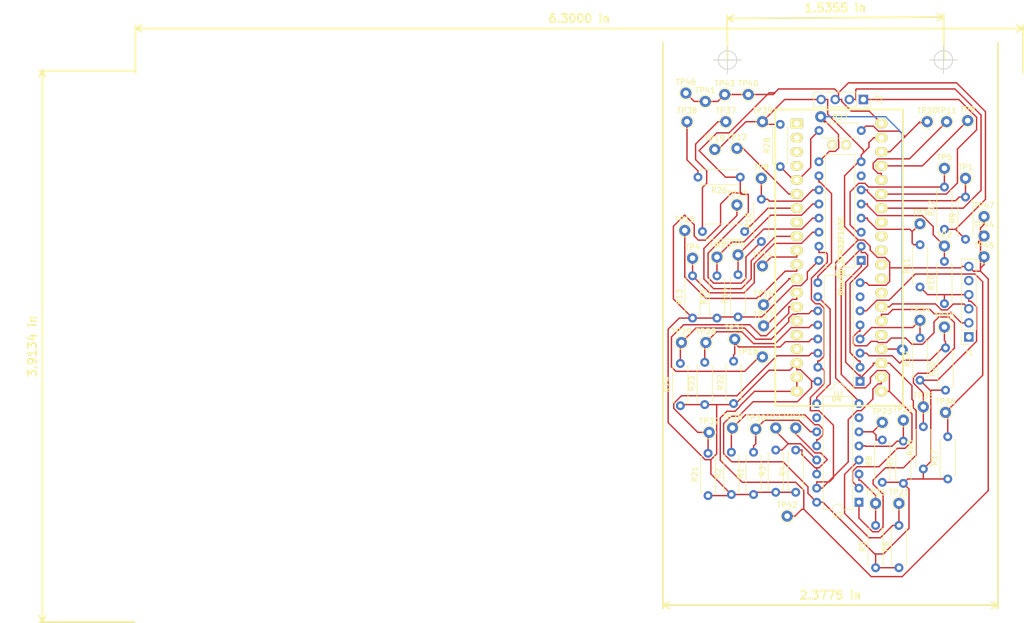
<source format=kicad_pcb>
(kicad_pcb (version 20171130) (host pcbnew 5.0.2+dfsg1-1~bpo9+1)

  (general
    (thickness 1.6)
    (drawings 8)
    (tracks 674)
    (zones 0)
    (modules 80)
    (nets 51)
  )

  (page A4)
  (layers
    (0 F.Cu signal)
    (31 B.Cu signal)
    (32 B.Adhes user)
    (33 F.Adhes user)
    (34 B.Paste user)
    (35 F.Paste user)
    (36 B.SilkS user)
    (37 F.SilkS user)
    (38 B.Mask user)
    (39 F.Mask user)
    (40 Dwgs.User user)
    (41 Cmts.User user)
    (42 Eco1.User user)
    (43 Eco2.User user)
    (44 Edge.Cuts user)
    (45 Margin user)
    (46 B.CrtYd user)
    (47 F.CrtYd user)
    (48 B.Fab user)
    (49 F.Fab user)
  )

  (setup
    (last_trace_width 0.25)
    (trace_clearance 0.2)
    (zone_clearance 0.508)
    (zone_45_only no)
    (trace_min 0.2)
    (segment_width 0.2)
    (edge_width 0.15)
    (via_size 2)
    (via_drill 1)
    (via_min_size 0.4)
    (via_min_drill 0.3)
    (uvia_size 0.3)
    (uvia_drill 0.1)
    (uvias_allowed no)
    (uvia_min_size 0.2)
    (uvia_min_drill 0.1)
    (pcb_text_width 0.3)
    (pcb_text_size 1.5 1.5)
    (mod_edge_width 0.15)
    (mod_text_size 1 1)
    (mod_text_width 0.15)
    (pad_size 1.524 1.524)
    (pad_drill 0.762)
    (pad_to_mask_clearance 0.051)
    (solder_mask_min_width 0.25)
    (aux_axis_origin 0 0)
    (visible_elements FFFFFF7F)
    (pcbplotparams
      (layerselection 0x010fc_ffffffff)
      (usegerberextensions false)
      (usegerberattributes false)
      (usegerberadvancedattributes false)
      (creategerberjobfile false)
      (excludeedgelayer true)
      (linewidth 0.100000)
      (plotframeref false)
      (viasonmask false)
      (mode 1)
      (useauxorigin false)
      (hpglpennumber 1)
      (hpglpenspeed 20)
      (hpglpendiameter 15.000000)
      (psnegative false)
      (psa4output false)
      (plotreference true)
      (plotvalue true)
      (plotinvisibletext false)
      (padsonsilk false)
      (subtractmaskfromsilk false)
      (outputformat 1)
      (mirror false)
      (drillshape 1)
      (scaleselection 1)
      (outputdirectory "PCB/"))
  )

  (net 0 "")
  (net 1 "Net-(TP12-Pad1)")
  (net 2 "Net-(R25-Pad1)")
  (net 3 "Net-(TP13-Pad1)")
  (net 4 "Net-(TP14-Pad1)")
  (net 5 "Net-(TP15-Pad1)")
  (net 6 "Net-(TP16-Pad1)")
  (net 7 "Net-(TP17-Pad1)")
  (net 8 "Net-(TP18-Pad1)")
  (net 9 GND)
  (net 10 "Net-(U1-Pad2)")
  (net 11 "Net-(U1-Pad15)")
  (net 12 "Net-(U1-Pad1)")
  (net 13 "Net-(U3-Pad9)")
  (net 14 "Net-(J1-Pad2)")
  (net 15 "Net-(J1-Pad3)")
  (net 16 "Net-(J2-Pad2)")
  (net 17 "Net-(J2-Pad1)")
  (net 18 "Net-(TP11-Pad1)")
  (net 19 "Net-(TP9-Pad1)")
  (net 20 "Net-(J1-Pad4)")
  (net 21 "Net-(R1-Pad2)")
  (net 22 "Net-(R2-Pad2)")
  (net 23 "Net-(R3-Pad2)")
  (net 24 "Net-(R4-Pad2)")
  (net 25 "Net-(R5-Pad2)")
  (net 26 "Net-(R6-Pad2)")
  (net 27 "Net-(R7-Pad2)")
  (net 28 "Net-(R8-Pad2)")
  (net 29 "Net-(R9-Pad2)")
  (net 30 "Net-(R10-Pad2)")
  (net 31 "Net-(R11-Pad2)")
  (net 32 "Net-(R12-Pad2)")
  (net 33 "Net-(R13-Pad2)")
  (net 34 "Net-(R14-Pad2)")
  (net 35 "Net-(R15-Pad2)")
  (net 36 "Net-(R16-Pad2)")
  (net 37 "Net-(R17-Pad2)")
  (net 38 "Net-(R18-Pad2)")
  (net 39 "Net-(R19-Pad2)")
  (net 40 "Net-(R20-Pad2)")
  (net 41 "Net-(R21-Pad2)")
  (net 42 "Net-(R22-Pad2)")
  (net 43 "Net-(R23-Pad2)")
  (net 44 "Net-(R24-Pad2)")
  (net 45 "Net-(R25-Pad2)")
  (net 46 "Net-(R26-Pad2)")
  (net 47 "Net-(U1-Pad10)")
  (net 48 "Net-(U1-Pad9)")
  (net 49 "Net-(R27-Pad1)")
  (net 50 bat+)

  (net_class Default "Ceci est la Netclass par défaut."
    (clearance 0.2)
    (trace_width 0.25)
    (via_dia 2)
    (via_drill 1)
    (uvia_dia 0.3)
    (uvia_drill 0.1)
    (add_net GND)
    (add_net "Net-(J1-Pad2)")
    (add_net "Net-(J1-Pad3)")
    (add_net "Net-(J1-Pad4)")
    (add_net "Net-(J2-Pad1)")
    (add_net "Net-(J2-Pad2)")
    (add_net "Net-(R1-Pad2)")
    (add_net "Net-(R10-Pad2)")
    (add_net "Net-(R11-Pad2)")
    (add_net "Net-(R12-Pad2)")
    (add_net "Net-(R13-Pad2)")
    (add_net "Net-(R14-Pad2)")
    (add_net "Net-(R15-Pad2)")
    (add_net "Net-(R16-Pad2)")
    (add_net "Net-(R17-Pad2)")
    (add_net "Net-(R18-Pad2)")
    (add_net "Net-(R19-Pad2)")
    (add_net "Net-(R2-Pad2)")
    (add_net "Net-(R20-Pad2)")
    (add_net "Net-(R21-Pad2)")
    (add_net "Net-(R22-Pad2)")
    (add_net "Net-(R23-Pad2)")
    (add_net "Net-(R24-Pad2)")
    (add_net "Net-(R25-Pad1)")
    (add_net "Net-(R25-Pad2)")
    (add_net "Net-(R26-Pad2)")
    (add_net "Net-(R27-Pad1)")
    (add_net "Net-(R3-Pad2)")
    (add_net "Net-(R4-Pad2)")
    (add_net "Net-(R5-Pad2)")
    (add_net "Net-(R6-Pad2)")
    (add_net "Net-(R7-Pad2)")
    (add_net "Net-(R8-Pad2)")
    (add_net "Net-(R9-Pad2)")
    (add_net "Net-(TP11-Pad1)")
    (add_net "Net-(TP12-Pad1)")
    (add_net "Net-(TP13-Pad1)")
    (add_net "Net-(TP14-Pad1)")
    (add_net "Net-(TP15-Pad1)")
    (add_net "Net-(TP16-Pad1)")
    (add_net "Net-(TP17-Pad1)")
    (add_net "Net-(TP18-Pad1)")
    (add_net "Net-(TP9-Pad1)")
    (add_net "Net-(U1-Pad1)")
    (add_net "Net-(U1-Pad10)")
    (add_net "Net-(U1-Pad15)")
    (add_net "Net-(U1-Pad2)")
    (add_net "Net-(U1-Pad9)")
    (add_net "Net-(U3-Pad9)")
    (add_net bat+)
  )

  (module Resistor_THT:R_Axial_DIN0207_L6.3mm_D2.5mm_P7.62mm_Horizontal (layer F.Cu) (tedit 5AE5139B) (tstamp 5F4EA5F5)
    (at 225 34)
    (descr "Resistor, Axial_DIN0207 series, Axial, Horizontal, pin pitch=7.62mm, 0.25W = 1/4W, length*diameter=6.3*2.5mm^2, http://cdn-reichelt.de/documents/datenblatt/B400/1_4W%23YAG.pdf")
    (tags "Resistor Axial_DIN0207 series Axial Horizontal pin pitch 7.62mm 0.25W = 1/4W length 6.3mm diameter 2.5mm")
    (path /5F45D727)
    (fp_text reference R27 (at 3.81 -2.37) (layer F.SilkS)
      (effects (font (size 1 1) (thickness 0.15)))
    )
    (fp_text value 22k (at 6.5 -2) (layer F.Fab)
      (effects (font (size 1 1) (thickness 0.15)))
    )
    (fp_line (start 0.66 -1.25) (end 0.66 1.25) (layer F.Fab) (width 0.1))
    (fp_line (start 0.66 1.25) (end 6.96 1.25) (layer F.Fab) (width 0.1))
    (fp_line (start 6.96 1.25) (end 6.96 -1.25) (layer F.Fab) (width 0.1))
    (fp_line (start 6.96 -1.25) (end 0.66 -1.25) (layer F.Fab) (width 0.1))
    (fp_line (start 0 0) (end 0.66 0) (layer F.Fab) (width 0.1))
    (fp_line (start 7.62 0) (end 6.96 0) (layer F.Fab) (width 0.1))
    (fp_line (start 0.54 -1.04) (end 0.54 -1.37) (layer F.SilkS) (width 0.12))
    (fp_line (start 0.54 -1.37) (end 7.08 -1.37) (layer F.SilkS) (width 0.12))
    (fp_line (start 7.08 -1.37) (end 7.08 -1.04) (layer F.SilkS) (width 0.12))
    (fp_line (start 0.54 1.04) (end 0.54 1.37) (layer F.SilkS) (width 0.12))
    (fp_line (start 0.54 1.37) (end 7.08 1.37) (layer F.SilkS) (width 0.12))
    (fp_line (start 7.08 1.37) (end 7.08 1.04) (layer F.SilkS) (width 0.12))
    (fp_line (start -1.05 -1.5) (end -1.05 1.5) (layer F.CrtYd) (width 0.05))
    (fp_line (start -1.05 1.5) (end 8.67 1.5) (layer F.CrtYd) (width 0.05))
    (fp_line (start 8.67 1.5) (end 8.67 -1.5) (layer F.CrtYd) (width 0.05))
    (fp_line (start 8.67 -1.5) (end -1.05 -1.5) (layer F.CrtYd) (width 0.05))
    (fp_text user %R (at 3.81 0) (layer F.Fab)
      (effects (font (size 1 1) (thickness 0.15)))
    )
    (pad 1 thru_hole circle (at 0 0) (size 1.6 1.6) (drill 0.8) (layers *.Cu *.Mask)
      (net 49 "Net-(R27-Pad1)"))
    (pad 2 thru_hole oval (at 7.62 0) (size 1.6 1.6) (drill 0.8) (layers *.Cu *.Mask)
      (net 50 bat+))
    (model ${KISYS3DMOD}/Resistor_THT.3dshapes/R_Axial_DIN0207_L6.3mm_D2.5mm_P7.62mm_Horizontal.wrl
      (at (xyz 0 0 0))
      (scale (xyz 1 1 1))
      (rotate (xyz 0 0 0))
    )
  )

  (module BluePill_breakouts:BluePill_STM32F103C (layer F.Cu) (tedit 59B4EF3F) (tstamp 5DAE6B56)
    (at 221 32.8)
    (descr "STM32F103C8 BluePill board")
    (path /5D9F34AE)
    (fp_text reference U4 (at 7.1628 49.6062 180) (layer F.SilkS)
      (effects (font (size 0.889 0.889) (thickness 0.3048)))
    )
    (fp_text value BluePill_STM32F103C (at 7.9756 23.7998 90) (layer F.SilkS)
      (effects (font (size 0.889 0.889) (thickness 0.22225)))
    )
    (fp_line (start 19.12 -2.59) (end 19.12 50.81) (layer F.SilkS) (width 0.3048))
    (fp_line (start 19.12 50.81) (end -3.88 50.81) (layer F.SilkS) (width 0.3048))
    (fp_line (start -3.88 50.81) (end -3.88 -2.59) (layer F.SilkS) (width 0.3048))
    (fp_line (start -3.88 -2.59) (end 19.12 -2.59) (layer F.SilkS) (width 0.3048))
    (pad 1 thru_hole rect (at 0 -0.0508 270) (size 1.7272 2.25) (drill 1.016) (layers *.Cu *.Mask F.SilkS))
    (pad 2 thru_hole oval (at 0 2.4892 270) (size 1.7272 2.25) (drill 1.016) (layers *.Cu *.Mask F.SilkS))
    (pad 3 thru_hole oval (at 0 5.0292 270) (size 1.7272 2.25) (drill 1.016) (layers *.Cu *.Mask F.SilkS))
    (pad 4 thru_hole oval (at 0 7.5692 270) (size 1.7272 2.25) (drill 1.016) (layers *.Cu *.Mask F.SilkS))
    (pad 5 thru_hole oval (at 0 10.1092 270) (size 1.7272 2.25) (drill 1.016) (layers *.Cu *.Mask F.SilkS)
      (net 49 "Net-(R27-Pad1)"))
    (pad 6 thru_hole oval (at 0 12.6492 270) (size 1.7272 2.25) (drill 1.016) (layers *.Cu *.Mask F.SilkS)
      (net 1 "Net-(TP12-Pad1)"))
    (pad 7 thru_hole oval (at 0 15.1892 270) (size 1.7272 2.25) (drill 1.016) (layers *.Cu *.Mask F.SilkS)
      (net 2 "Net-(R25-Pad1)"))
    (pad 8 thru_hole oval (at 0 17.7292 270) (size 1.7272 2.25) (drill 1.016) (layers *.Cu *.Mask F.SilkS))
    (pad 9 thru_hole oval (at 0 20.2692 270) (size 1.7272 2.25) (drill 1.016) (layers *.Cu *.Mask F.SilkS)
      (net 3 "Net-(TP13-Pad1)"))
    (pad 10 thru_hole oval (at 0 22.8092 270) (size 1.7272 2.25) (drill 1.016) (layers *.Cu *.Mask F.SilkS)
      (net 4 "Net-(TP14-Pad1)"))
    (pad 11 thru_hole oval (at 0 25.3492 270) (size 1.7272 2.25) (drill 1.016) (layers *.Cu *.Mask F.SilkS)
      (net 5 "Net-(TP15-Pad1)"))
    (pad 12 thru_hole oval (at 0 27.8892 270) (size 1.7272 2.25) (drill 1.016) (layers *.Cu *.Mask F.SilkS)
      (net 6 "Net-(TP16-Pad1)"))
    (pad 13 thru_hole oval (at 0 30.4292 270) (size 1.7272 2.25) (drill 1.016) (layers *.Cu *.Mask F.SilkS)
      (net 7 "Net-(TP17-Pad1)"))
    (pad 14 thru_hole oval (at 0 32.9692 270) (size 1.7272 2.25) (drill 1.016) (layers *.Cu *.Mask F.SilkS)
      (net 8 "Net-(TP18-Pad1)"))
    (pad 15 thru_hole oval (at 0 35.5092 270) (size 1.7272 2.25) (drill 1.016) (layers *.Cu *.Mask F.SilkS))
    (pad 16 thru_hole oval (at 0 38.0492 270) (size 1.7272 2.25) (drill 1.016) (layers *.Cu *.Mask F.SilkS))
    (pad 17 thru_hole oval (at 0 40.5892 270) (size 1.7272 2.25) (drill 1.016) (layers *.Cu *.Mask F.SilkS))
    (pad 18 thru_hole oval (at 0 43.1292 270) (size 1.7272 2.25) (drill 1.016) (layers *.Cu *.Mask F.SilkS)
      (net 20 "Net-(J1-Pad4)"))
    (pad 19 thru_hole oval (at 0 45.6692 270) (size 1.7272 2.25) (drill 1.016) (layers *.Cu *.Mask F.SilkS)
      (net 9 GND))
    (pad 20 thru_hole oval (at 0 48.2092 270) (size 1.7272 2.25) (drill 1.016) (layers *.Cu *.Mask F.SilkS)
      (net 9 GND))
    (pad 21 thru_hole oval (at 15.24 48.2092 90) (size 1.7272 2.25) (drill 1.016) (layers *.Cu *.Mask F.SilkS)
      (net 10 "Net-(U1-Pad2)"))
    (pad 22 thru_hole oval (at 15.24 45.6692 90) (size 1.7272 2.25) (drill 1.016) (layers *.Cu *.Mask F.SilkS)
      (net 11 "Net-(U1-Pad15)"))
    (pad 23 thru_hole oval (at 15.24 43.1292 90) (size 1.7272 2.25) (drill 1.016) (layers *.Cu *.Mask F.SilkS)
      (net 12 "Net-(U1-Pad1)"))
    (pad 24 thru_hole oval (at 15.24 40.5892 90) (size 1.7272 2.25) (drill 1.016) (layers *.Cu *.Mask F.SilkS)
      (net 13 "Net-(U3-Pad9)"))
    (pad 25 thru_hole oval (at 15.24 38.0492 90) (size 1.7272 2.25) (drill 1.016) (layers *.Cu *.Mask F.SilkS))
    (pad 26 thru_hole oval (at 15.24 35.5092 90) (size 1.7272 2.25) (drill 1.016) (layers *.Cu *.Mask F.SilkS)
      (net 14 "Net-(J1-Pad2)"))
    (pad 27 thru_hole oval (at 15.24 32.9692 90) (size 1.7272 2.25) (drill 1.016) (layers *.Cu *.Mask F.SilkS)
      (net 15 "Net-(J1-Pad3)"))
    (pad 28 thru_hole oval (at 15.24 30.4292 90) (size 1.7272 2.25) (drill 1.016) (layers *.Cu *.Mask F.SilkS))
    (pad 29 thru_hole oval (at 15.24 27.8892 90) (size 1.7272 2.25) (drill 1.016) (layers *.Cu *.Mask F.SilkS))
    (pad 30 thru_hole oval (at 15.24 25.3492 90) (size 1.7272 2.25) (drill 1.016) (layers *.Cu *.Mask F.SilkS))
    (pad 31 thru_hole oval (at 15.24 22.8092 90) (size 1.7272 2.25) (drill 1.016) (layers *.Cu *.Mask F.SilkS))
    (pad 32 thru_hole oval (at 15.24 20.2692 90) (size 1.7272 2.25) (drill 1.016) (layers *.Cu *.Mask F.SilkS))
    (pad 33 thru_hole oval (at 15.24 17.7292 90) (size 1.7272 2.25) (drill 1.016) (layers *.Cu *.Mask F.SilkS))
    (pad 34 thru_hole oval (at 15.24 15.1892 90) (size 1.7272 2.25) (drill 1.016) (layers *.Cu *.Mask F.SilkS)
      (net 16 "Net-(J2-Pad2)"))
    (pad 35 thru_hole oval (at 15.24 12.6492 90) (size 1.7272 2.25) (drill 1.016) (layers *.Cu *.Mask F.SilkS)
      (net 17 "Net-(J2-Pad1)"))
    (pad 36 thru_hole oval (at 15.24 10.1092 90) (size 1.7272 2.25) (drill 1.016) (layers *.Cu *.Mask F.SilkS)
      (net 18 "Net-(TP11-Pad1)"))
    (pad 37 thru_hole oval (at 15.24 7.5692 90) (size 1.7272 2.25) (drill 1.016) (layers *.Cu *.Mask F.SilkS)
      (net 19 "Net-(TP9-Pad1)"))
    (pad 38 thru_hole oval (at 15.24 5.0292 90) (size 1.7272 2.25) (drill 1.016) (layers *.Cu *.Mask F.SilkS)
      (net 50 bat+))
    (pad 39 thru_hole oval (at 15.24 2.4892 90) (size 1.7272 2.25) (drill 1.016) (layers *.Cu *.Mask F.SilkS)
      (net 9 GND))
    (pad 40 thru_hole oval (at 15.24 -0.1016 90) (size 1.7272 2.25) (drill 1.016) (layers *.Cu *.Mask F.SilkS)
      (net 20 "Net-(J1-Pad4)"))
    (pad 41 thru_hole oval (at 8.9 3.7592 90) (size 1.7272 1.7272) (drill 1.016) (layers *.Cu *.Mask F.SilkS))
    (pad 42 thru_hole oval (at 6.36 3.7592 90) (size 1.7272 1.7272) (drill 1.016) (layers *.Cu *.Mask F.SilkS))
  )

  (module Resistor_THT:R_Axial_DIN0207_L6.3mm_D2.5mm_P7.62mm_Horizontal (layer F.Cu) (tedit 5AE5139B) (tstamp 5DAE6FD0)
    (at 213.2 99.6 90)
    (descr "Resistor, Axial_DIN0207 series, Axial, Horizontal, pin pitch=7.62mm, 0.25W = 1/4W, length*diameter=6.3*2.5mm^2, http://cdn-reichelt.de/documents/datenblatt/B400/1_4W%23YAG.pdf")
    (tags "Resistor Axial_DIN0207 series Axial Horizontal pin pitch 7.62mm 0.25W = 1/4W length 6.3mm diameter 2.5mm")
    (path /5DAB1F4C)
    (fp_text reference R1 (at 3.81 -2.37 90) (layer F.SilkS)
      (effects (font (size 1 1) (thickness 0.15)))
    )
    (fp_text value R (at 3.81 2.37 90) (layer F.Fab)
      (effects (font (size 1 1) (thickness 0.15)))
    )
    (fp_text user %R (at 3.81 0 90) (layer F.Fab)
      (effects (font (size 1 1) (thickness 0.15)))
    )
    (fp_line (start 8.67 -1.5) (end -1.05 -1.5) (layer F.CrtYd) (width 0.05))
    (fp_line (start 8.67 1.5) (end 8.67 -1.5) (layer F.CrtYd) (width 0.05))
    (fp_line (start -1.05 1.5) (end 8.67 1.5) (layer F.CrtYd) (width 0.05))
    (fp_line (start -1.05 -1.5) (end -1.05 1.5) (layer F.CrtYd) (width 0.05))
    (fp_line (start 7.08 1.37) (end 7.08 1.04) (layer F.SilkS) (width 0.12))
    (fp_line (start 0.54 1.37) (end 7.08 1.37) (layer F.SilkS) (width 0.12))
    (fp_line (start 0.54 1.04) (end 0.54 1.37) (layer F.SilkS) (width 0.12))
    (fp_line (start 7.08 -1.37) (end 7.08 -1.04) (layer F.SilkS) (width 0.12))
    (fp_line (start 0.54 -1.37) (end 7.08 -1.37) (layer F.SilkS) (width 0.12))
    (fp_line (start 0.54 -1.04) (end 0.54 -1.37) (layer F.SilkS) (width 0.12))
    (fp_line (start 7.62 0) (end 6.96 0) (layer F.Fab) (width 0.1))
    (fp_line (start 0 0) (end 0.66 0) (layer F.Fab) (width 0.1))
    (fp_line (start 6.96 -1.25) (end 0.66 -1.25) (layer F.Fab) (width 0.1))
    (fp_line (start 6.96 1.25) (end 6.96 -1.25) (layer F.Fab) (width 0.1))
    (fp_line (start 0.66 1.25) (end 6.96 1.25) (layer F.Fab) (width 0.1))
    (fp_line (start 0.66 -1.25) (end 0.66 1.25) (layer F.Fab) (width 0.1))
    (pad 2 thru_hole oval (at 7.62 0 90) (size 1.6 1.6) (drill 0.8) (layers *.Cu *.Mask)
      (net 21 "Net-(R1-Pad2)"))
    (pad 1 thru_hole circle (at 0 0 90) (size 1.6 1.6) (drill 0.8) (layers *.Cu *.Mask)
      (net 20 "Net-(J1-Pad4)"))
    (model ${KISYS3DMOD}/Resistor_THT.3dshapes/R_Axial_DIN0207_L6.3mm_D2.5mm_P7.62mm_Horizontal.wrl
      (at (xyz 0 0 0))
      (scale (xyz 1 1 1))
      (rotate (xyz 0 0 0))
    )
  )

  (module Resistor_THT:R_Axial_DIN0207_L6.3mm_D2.5mm_P7.62mm_Horizontal (layer F.Cu) (tedit 5AE5139B) (tstamp 5DAE6FE7)
    (at 209.2 99.6 90)
    (descr "Resistor, Axial_DIN0207 series, Axial, Horizontal, pin pitch=7.62mm, 0.25W = 1/4W, length*diameter=6.3*2.5mm^2, http://cdn-reichelt.de/documents/datenblatt/B400/1_4W%23YAG.pdf")
    (tags "Resistor Axial_DIN0207 series Axial Horizontal pin pitch 7.62mm 0.25W = 1/4W length 6.3mm diameter 2.5mm")
    (path /5DAB1F53)
    (fp_text reference R2 (at 3.81 -2.37 90) (layer F.SilkS)
      (effects (font (size 1 1) (thickness 0.15)))
    )
    (fp_text value R (at 3.81 2.37 90) (layer F.Fab)
      (effects (font (size 1 1) (thickness 0.15)))
    )
    (fp_line (start 0.66 -1.25) (end 0.66 1.25) (layer F.Fab) (width 0.1))
    (fp_line (start 0.66 1.25) (end 6.96 1.25) (layer F.Fab) (width 0.1))
    (fp_line (start 6.96 1.25) (end 6.96 -1.25) (layer F.Fab) (width 0.1))
    (fp_line (start 6.96 -1.25) (end 0.66 -1.25) (layer F.Fab) (width 0.1))
    (fp_line (start 0 0) (end 0.66 0) (layer F.Fab) (width 0.1))
    (fp_line (start 7.62 0) (end 6.96 0) (layer F.Fab) (width 0.1))
    (fp_line (start 0.54 -1.04) (end 0.54 -1.37) (layer F.SilkS) (width 0.12))
    (fp_line (start 0.54 -1.37) (end 7.08 -1.37) (layer F.SilkS) (width 0.12))
    (fp_line (start 7.08 -1.37) (end 7.08 -1.04) (layer F.SilkS) (width 0.12))
    (fp_line (start 0.54 1.04) (end 0.54 1.37) (layer F.SilkS) (width 0.12))
    (fp_line (start 0.54 1.37) (end 7.08 1.37) (layer F.SilkS) (width 0.12))
    (fp_line (start 7.08 1.37) (end 7.08 1.04) (layer F.SilkS) (width 0.12))
    (fp_line (start -1.05 -1.5) (end -1.05 1.5) (layer F.CrtYd) (width 0.05))
    (fp_line (start -1.05 1.5) (end 8.67 1.5) (layer F.CrtYd) (width 0.05))
    (fp_line (start 8.67 1.5) (end 8.67 -1.5) (layer F.CrtYd) (width 0.05))
    (fp_line (start 8.67 -1.5) (end -1.05 -1.5) (layer F.CrtYd) (width 0.05))
    (fp_text user %R (at 3.81 0 90) (layer F.Fab)
      (effects (font (size 1 1) (thickness 0.15)))
    )
    (pad 1 thru_hole circle (at 0 0 90) (size 1.6 1.6) (drill 0.8) (layers *.Cu *.Mask)
      (net 20 "Net-(J1-Pad4)"))
    (pad 2 thru_hole oval (at 7.62 0 90) (size 1.6 1.6) (drill 0.8) (layers *.Cu *.Mask)
      (net 22 "Net-(R2-Pad2)"))
    (model ${KISYS3DMOD}/Resistor_THT.3dshapes/R_Axial_DIN0207_L6.3mm_D2.5mm_P7.62mm_Horizontal.wrl
      (at (xyz 0 0 0))
      (scale (xyz 1 1 1))
      (rotate (xyz 0 0 0))
    )
  )

  (module Resistor_THT:R_Axial_DIN0207_L6.3mm_D2.5mm_P7.62mm_Horizontal (layer F.Cu) (tedit 5AE5139B) (tstamp 5DAE6FFE)
    (at 217.2 99.2 90)
    (descr "Resistor, Axial_DIN0207 series, Axial, Horizontal, pin pitch=7.62mm, 0.25W = 1/4W, length*diameter=6.3*2.5mm^2, http://cdn-reichelt.de/documents/datenblatt/B400/1_4W%23YAG.pdf")
    (tags "Resistor Axial_DIN0207 series Axial Horizontal pin pitch 7.62mm 0.25W = 1/4W length 6.3mm diameter 2.5mm")
    (path /5DAB1F3E)
    (fp_text reference R3 (at 3.81 -2.37 90) (layer F.SilkS)
      (effects (font (size 1 1) (thickness 0.15)))
    )
    (fp_text value R (at 3.81 2.37 90) (layer F.Fab)
      (effects (font (size 1 1) (thickness 0.15)))
    )
    (fp_line (start 0.66 -1.25) (end 0.66 1.25) (layer F.Fab) (width 0.1))
    (fp_line (start 0.66 1.25) (end 6.96 1.25) (layer F.Fab) (width 0.1))
    (fp_line (start 6.96 1.25) (end 6.96 -1.25) (layer F.Fab) (width 0.1))
    (fp_line (start 6.96 -1.25) (end 0.66 -1.25) (layer F.Fab) (width 0.1))
    (fp_line (start 0 0) (end 0.66 0) (layer F.Fab) (width 0.1))
    (fp_line (start 7.62 0) (end 6.96 0) (layer F.Fab) (width 0.1))
    (fp_line (start 0.54 -1.04) (end 0.54 -1.37) (layer F.SilkS) (width 0.12))
    (fp_line (start 0.54 -1.37) (end 7.08 -1.37) (layer F.SilkS) (width 0.12))
    (fp_line (start 7.08 -1.37) (end 7.08 -1.04) (layer F.SilkS) (width 0.12))
    (fp_line (start 0.54 1.04) (end 0.54 1.37) (layer F.SilkS) (width 0.12))
    (fp_line (start 0.54 1.37) (end 7.08 1.37) (layer F.SilkS) (width 0.12))
    (fp_line (start 7.08 1.37) (end 7.08 1.04) (layer F.SilkS) (width 0.12))
    (fp_line (start -1.05 -1.5) (end -1.05 1.5) (layer F.CrtYd) (width 0.05))
    (fp_line (start -1.05 1.5) (end 8.67 1.5) (layer F.CrtYd) (width 0.05))
    (fp_line (start 8.67 1.5) (end 8.67 -1.5) (layer F.CrtYd) (width 0.05))
    (fp_line (start 8.67 -1.5) (end -1.05 -1.5) (layer F.CrtYd) (width 0.05))
    (fp_text user %R (at 3.81 0 90) (layer F.Fab)
      (effects (font (size 1 1) (thickness 0.15)))
    )
    (pad 1 thru_hole circle (at 0 0 90) (size 1.6 1.6) (drill 0.8) (layers *.Cu *.Mask)
      (net 20 "Net-(J1-Pad4)"))
    (pad 2 thru_hole oval (at 7.62 0 90) (size 1.6 1.6) (drill 0.8) (layers *.Cu *.Mask)
      (net 23 "Net-(R3-Pad2)"))
    (model ${KISYS3DMOD}/Resistor_THT.3dshapes/R_Axial_DIN0207_L6.3mm_D2.5mm_P7.62mm_Horizontal.wrl
      (at (xyz 0 0 0))
      (scale (xyz 1 1 1))
      (rotate (xyz 0 0 0))
    )
  )

  (module Resistor_THT:R_Axial_DIN0207_L6.3mm_D2.5mm_P7.62mm_Horizontal (layer F.Cu) (tedit 5AE5139B) (tstamp 5DAE7015)
    (at 220.8 99.2 90)
    (descr "Resistor, Axial_DIN0207 series, Axial, Horizontal, pin pitch=7.62mm, 0.25W = 1/4W, length*diameter=6.3*2.5mm^2, http://cdn-reichelt.de/documents/datenblatt/B400/1_4W%23YAG.pdf")
    (tags "Resistor Axial_DIN0207 series Axial Horizontal pin pitch 7.62mm 0.25W = 1/4W length 6.3mm diameter 2.5mm")
    (path /5DAB1F45)
    (fp_text reference R4 (at 3.81 -2.37 90) (layer F.SilkS)
      (effects (font (size 1 1) (thickness 0.15)))
    )
    (fp_text value R (at 3.81 2.37 90) (layer F.Fab)
      (effects (font (size 1 1) (thickness 0.15)))
    )
    (fp_line (start 0.66 -1.25) (end 0.66 1.25) (layer F.Fab) (width 0.1))
    (fp_line (start 0.66 1.25) (end 6.96 1.25) (layer F.Fab) (width 0.1))
    (fp_line (start 6.96 1.25) (end 6.96 -1.25) (layer F.Fab) (width 0.1))
    (fp_line (start 6.96 -1.25) (end 0.66 -1.25) (layer F.Fab) (width 0.1))
    (fp_line (start 0 0) (end 0.66 0) (layer F.Fab) (width 0.1))
    (fp_line (start 7.62 0) (end 6.96 0) (layer F.Fab) (width 0.1))
    (fp_line (start 0.54 -1.04) (end 0.54 -1.37) (layer F.SilkS) (width 0.12))
    (fp_line (start 0.54 -1.37) (end 7.08 -1.37) (layer F.SilkS) (width 0.12))
    (fp_line (start 7.08 -1.37) (end 7.08 -1.04) (layer F.SilkS) (width 0.12))
    (fp_line (start 0.54 1.04) (end 0.54 1.37) (layer F.SilkS) (width 0.12))
    (fp_line (start 0.54 1.37) (end 7.08 1.37) (layer F.SilkS) (width 0.12))
    (fp_line (start 7.08 1.37) (end 7.08 1.04) (layer F.SilkS) (width 0.12))
    (fp_line (start -1.05 -1.5) (end -1.05 1.5) (layer F.CrtYd) (width 0.05))
    (fp_line (start -1.05 1.5) (end 8.67 1.5) (layer F.CrtYd) (width 0.05))
    (fp_line (start 8.67 1.5) (end 8.67 -1.5) (layer F.CrtYd) (width 0.05))
    (fp_line (start 8.67 -1.5) (end -1.05 -1.5) (layer F.CrtYd) (width 0.05))
    (fp_text user %R (at 3.81 0 90) (layer F.Fab)
      (effects (font (size 1 1) (thickness 0.15)))
    )
    (pad 1 thru_hole circle (at 0 0 90) (size 1.6 1.6) (drill 0.8) (layers *.Cu *.Mask)
      (net 20 "Net-(J1-Pad4)"))
    (pad 2 thru_hole oval (at 7.62 0 90) (size 1.6 1.6) (drill 0.8) (layers *.Cu *.Mask)
      (net 24 "Net-(R4-Pad2)"))
    (model ${KISYS3DMOD}/Resistor_THT.3dshapes/R_Axial_DIN0207_L6.3mm_D2.5mm_P7.62mm_Horizontal.wrl
      (at (xyz 0 0 0))
      (scale (xyz 1 1 1))
      (rotate (xyz 0 0 0))
    )
  )

  (module Resistor_THT:R_Axial_DIN0207_L6.3mm_D2.5mm_P7.62mm_Horizontal (layer F.Cu) (tedit 5AE5139B) (tstamp 5DAE702C)
    (at 235.2 112.8 90)
    (descr "Resistor, Axial_DIN0207 series, Axial, Horizontal, pin pitch=7.62mm, 0.25W = 1/4W, length*diameter=6.3*2.5mm^2, http://cdn-reichelt.de/documents/datenblatt/B400/1_4W%23YAG.pdf")
    (tags "Resistor Axial_DIN0207 series Axial Horizontal pin pitch 7.62mm 0.25W = 1/4W length 6.3mm diameter 2.5mm")
    (path /5DAB1F22)
    (fp_text reference R5 (at 3.81 -2.37 90) (layer F.SilkS)
      (effects (font (size 1 1) (thickness 0.15)))
    )
    (fp_text value R (at 3.81 2.37 90) (layer F.Fab)
      (effects (font (size 1 1) (thickness 0.15)))
    )
    (fp_text user %R (at 3.81 0 90) (layer F.Fab)
      (effects (font (size 1 1) (thickness 0.15)))
    )
    (fp_line (start 8.67 -1.5) (end -1.05 -1.5) (layer F.CrtYd) (width 0.05))
    (fp_line (start 8.67 1.5) (end 8.67 -1.5) (layer F.CrtYd) (width 0.05))
    (fp_line (start -1.05 1.5) (end 8.67 1.5) (layer F.CrtYd) (width 0.05))
    (fp_line (start -1.05 -1.5) (end -1.05 1.5) (layer F.CrtYd) (width 0.05))
    (fp_line (start 7.08 1.37) (end 7.08 1.04) (layer F.SilkS) (width 0.12))
    (fp_line (start 0.54 1.37) (end 7.08 1.37) (layer F.SilkS) (width 0.12))
    (fp_line (start 0.54 1.04) (end 0.54 1.37) (layer F.SilkS) (width 0.12))
    (fp_line (start 7.08 -1.37) (end 7.08 -1.04) (layer F.SilkS) (width 0.12))
    (fp_line (start 0.54 -1.37) (end 7.08 -1.37) (layer F.SilkS) (width 0.12))
    (fp_line (start 0.54 -1.04) (end 0.54 -1.37) (layer F.SilkS) (width 0.12))
    (fp_line (start 7.62 0) (end 6.96 0) (layer F.Fab) (width 0.1))
    (fp_line (start 0 0) (end 0.66 0) (layer F.Fab) (width 0.1))
    (fp_line (start 6.96 -1.25) (end 0.66 -1.25) (layer F.Fab) (width 0.1))
    (fp_line (start 6.96 1.25) (end 6.96 -1.25) (layer F.Fab) (width 0.1))
    (fp_line (start 0.66 1.25) (end 6.96 1.25) (layer F.Fab) (width 0.1))
    (fp_line (start 0.66 -1.25) (end 0.66 1.25) (layer F.Fab) (width 0.1))
    (pad 2 thru_hole oval (at 7.62 0 90) (size 1.6 1.6) (drill 0.8) (layers *.Cu *.Mask)
      (net 25 "Net-(R5-Pad2)"))
    (pad 1 thru_hole circle (at 0 0 90) (size 1.6 1.6) (drill 0.8) (layers *.Cu *.Mask)
      (net 20 "Net-(J1-Pad4)"))
    (model ${KISYS3DMOD}/Resistor_THT.3dshapes/R_Axial_DIN0207_L6.3mm_D2.5mm_P7.62mm_Horizontal.wrl
      (at (xyz 0 0 0))
      (scale (xyz 1 1 1))
      (rotate (xyz 0 0 0))
    )
  )

  (module Resistor_THT:R_Axial_DIN0207_L6.3mm_D2.5mm_P7.62mm_Horizontal (layer F.Cu) (tedit 5AE5139B) (tstamp 5DAE7043)
    (at 239.4 112.8 90)
    (descr "Resistor, Axial_DIN0207 series, Axial, Horizontal, pin pitch=7.62mm, 0.25W = 1/4W, length*diameter=6.3*2.5mm^2, http://cdn-reichelt.de/documents/datenblatt/B400/1_4W%23YAG.pdf")
    (tags "Resistor Axial_DIN0207 series Axial Horizontal pin pitch 7.62mm 0.25W = 1/4W length 6.3mm diameter 2.5mm")
    (path /5DAB1F29)
    (fp_text reference R6 (at 3.81 -2.37 90) (layer F.SilkS)
      (effects (font (size 1 1) (thickness 0.15)))
    )
    (fp_text value R (at 3.81 2.37 90) (layer F.Fab)
      (effects (font (size 1 1) (thickness 0.15)))
    )
    (fp_line (start 0.66 -1.25) (end 0.66 1.25) (layer F.Fab) (width 0.1))
    (fp_line (start 0.66 1.25) (end 6.96 1.25) (layer F.Fab) (width 0.1))
    (fp_line (start 6.96 1.25) (end 6.96 -1.25) (layer F.Fab) (width 0.1))
    (fp_line (start 6.96 -1.25) (end 0.66 -1.25) (layer F.Fab) (width 0.1))
    (fp_line (start 0 0) (end 0.66 0) (layer F.Fab) (width 0.1))
    (fp_line (start 7.62 0) (end 6.96 0) (layer F.Fab) (width 0.1))
    (fp_line (start 0.54 -1.04) (end 0.54 -1.37) (layer F.SilkS) (width 0.12))
    (fp_line (start 0.54 -1.37) (end 7.08 -1.37) (layer F.SilkS) (width 0.12))
    (fp_line (start 7.08 -1.37) (end 7.08 -1.04) (layer F.SilkS) (width 0.12))
    (fp_line (start 0.54 1.04) (end 0.54 1.37) (layer F.SilkS) (width 0.12))
    (fp_line (start 0.54 1.37) (end 7.08 1.37) (layer F.SilkS) (width 0.12))
    (fp_line (start 7.08 1.37) (end 7.08 1.04) (layer F.SilkS) (width 0.12))
    (fp_line (start -1.05 -1.5) (end -1.05 1.5) (layer F.CrtYd) (width 0.05))
    (fp_line (start -1.05 1.5) (end 8.67 1.5) (layer F.CrtYd) (width 0.05))
    (fp_line (start 8.67 1.5) (end 8.67 -1.5) (layer F.CrtYd) (width 0.05))
    (fp_line (start 8.67 -1.5) (end -1.05 -1.5) (layer F.CrtYd) (width 0.05))
    (fp_text user %R (at 3.81 0 90) (layer F.Fab)
      (effects (font (size 1 1) (thickness 0.15)))
    )
    (pad 1 thru_hole circle (at 0 0 90) (size 1.6 1.6) (drill 0.8) (layers *.Cu *.Mask)
      (net 20 "Net-(J1-Pad4)"))
    (pad 2 thru_hole oval (at 7.62 0 90) (size 1.6 1.6) (drill 0.8) (layers *.Cu *.Mask)
      (net 26 "Net-(R6-Pad2)"))
    (model ${KISYS3DMOD}/Resistor_THT.3dshapes/R_Axial_DIN0207_L6.3mm_D2.5mm_P7.62mm_Horizontal.wrl
      (at (xyz 0 0 0))
      (scale (xyz 1 1 1))
      (rotate (xyz 0 0 0))
    )
  )

  (module Resistor_THT:R_Axial_DIN0207_L6.3mm_D2.5mm_P7.62mm_Horizontal (layer F.Cu) (tedit 5AE5139B) (tstamp 5DAE705A)
    (at 240.2 97.6 90)
    (descr "Resistor, Axial_DIN0207 series, Axial, Horizontal, pin pitch=7.62mm, 0.25W = 1/4W, length*diameter=6.3*2.5mm^2, http://cdn-reichelt.de/documents/datenblatt/B400/1_4W%23YAG.pdf")
    (tags "Resistor Axial_DIN0207 series Axial Horizontal pin pitch 7.62mm 0.25W = 1/4W length 6.3mm diameter 2.5mm")
    (path /5DAB1F30)
    (fp_text reference R7 (at 3.81 -2.37 90) (layer F.SilkS)
      (effects (font (size 1 1) (thickness 0.15)))
    )
    (fp_text value R (at 3.81 2.37 90) (layer F.Fab)
      (effects (font (size 1 1) (thickness 0.15)))
    )
    (fp_text user %R (at 3.81 0 90) (layer F.Fab)
      (effects (font (size 1 1) (thickness 0.15)))
    )
    (fp_line (start 8.67 -1.5) (end -1.05 -1.5) (layer F.CrtYd) (width 0.05))
    (fp_line (start 8.67 1.5) (end 8.67 -1.5) (layer F.CrtYd) (width 0.05))
    (fp_line (start -1.05 1.5) (end 8.67 1.5) (layer F.CrtYd) (width 0.05))
    (fp_line (start -1.05 -1.5) (end -1.05 1.5) (layer F.CrtYd) (width 0.05))
    (fp_line (start 7.08 1.37) (end 7.08 1.04) (layer F.SilkS) (width 0.12))
    (fp_line (start 0.54 1.37) (end 7.08 1.37) (layer F.SilkS) (width 0.12))
    (fp_line (start 0.54 1.04) (end 0.54 1.37) (layer F.SilkS) (width 0.12))
    (fp_line (start 7.08 -1.37) (end 7.08 -1.04) (layer F.SilkS) (width 0.12))
    (fp_line (start 0.54 -1.37) (end 7.08 -1.37) (layer F.SilkS) (width 0.12))
    (fp_line (start 0.54 -1.04) (end 0.54 -1.37) (layer F.SilkS) (width 0.12))
    (fp_line (start 7.62 0) (end 6.96 0) (layer F.Fab) (width 0.1))
    (fp_line (start 0 0) (end 0.66 0) (layer F.Fab) (width 0.1))
    (fp_line (start 6.96 -1.25) (end 0.66 -1.25) (layer F.Fab) (width 0.1))
    (fp_line (start 6.96 1.25) (end 6.96 -1.25) (layer F.Fab) (width 0.1))
    (fp_line (start 0.66 1.25) (end 6.96 1.25) (layer F.Fab) (width 0.1))
    (fp_line (start 0.66 -1.25) (end 0.66 1.25) (layer F.Fab) (width 0.1))
    (pad 2 thru_hole oval (at 7.62 0 90) (size 1.6 1.6) (drill 0.8) (layers *.Cu *.Mask)
      (net 27 "Net-(R7-Pad2)"))
    (pad 1 thru_hole circle (at 0 0 90) (size 1.6 1.6) (drill 0.8) (layers *.Cu *.Mask)
      (net 20 "Net-(J1-Pad4)"))
    (model ${KISYS3DMOD}/Resistor_THT.3dshapes/R_Axial_DIN0207_L6.3mm_D2.5mm_P7.62mm_Horizontal.wrl
      (at (xyz 0 0 0))
      (scale (xyz 1 1 1))
      (rotate (xyz 0 0 0))
    )
  )

  (module Resistor_THT:R_Axial_DIN0207_L6.3mm_D2.5mm_P7.62mm_Horizontal (layer F.Cu) (tedit 5AE5139B) (tstamp 5DAE7071)
    (at 236.4 97.4 90)
    (descr "Resistor, Axial_DIN0207 series, Axial, Horizontal, pin pitch=7.62mm, 0.25W = 1/4W, length*diameter=6.3*2.5mm^2, http://cdn-reichelt.de/documents/datenblatt/B400/1_4W%23YAG.pdf")
    (tags "Resistor Axial_DIN0207 series Axial Horizontal pin pitch 7.62mm 0.25W = 1/4W length 6.3mm diameter 2.5mm")
    (path /5DAB1F37)
    (fp_text reference R8 (at 3.81 -2.37 90) (layer F.SilkS)
      (effects (font (size 1 1) (thickness 0.15)))
    )
    (fp_text value R (at 3.81 2.37 90) (layer F.Fab)
      (effects (font (size 1 1) (thickness 0.15)))
    )
    (fp_text user %R (at 3.81 0 90) (layer F.Fab)
      (effects (font (size 1 1) (thickness 0.15)))
    )
    (fp_line (start 8.67 -1.5) (end -1.05 -1.5) (layer F.CrtYd) (width 0.05))
    (fp_line (start 8.67 1.5) (end 8.67 -1.5) (layer F.CrtYd) (width 0.05))
    (fp_line (start -1.05 1.5) (end 8.67 1.5) (layer F.CrtYd) (width 0.05))
    (fp_line (start -1.05 -1.5) (end -1.05 1.5) (layer F.CrtYd) (width 0.05))
    (fp_line (start 7.08 1.37) (end 7.08 1.04) (layer F.SilkS) (width 0.12))
    (fp_line (start 0.54 1.37) (end 7.08 1.37) (layer F.SilkS) (width 0.12))
    (fp_line (start 0.54 1.04) (end 0.54 1.37) (layer F.SilkS) (width 0.12))
    (fp_line (start 7.08 -1.37) (end 7.08 -1.04) (layer F.SilkS) (width 0.12))
    (fp_line (start 0.54 -1.37) (end 7.08 -1.37) (layer F.SilkS) (width 0.12))
    (fp_line (start 0.54 -1.04) (end 0.54 -1.37) (layer F.SilkS) (width 0.12))
    (fp_line (start 7.62 0) (end 6.96 0) (layer F.Fab) (width 0.1))
    (fp_line (start 0 0) (end 0.66 0) (layer F.Fab) (width 0.1))
    (fp_line (start 6.96 -1.25) (end 0.66 -1.25) (layer F.Fab) (width 0.1))
    (fp_line (start 6.96 1.25) (end 6.96 -1.25) (layer F.Fab) (width 0.1))
    (fp_line (start 0.66 1.25) (end 6.96 1.25) (layer F.Fab) (width 0.1))
    (fp_line (start 0.66 -1.25) (end 0.66 1.25) (layer F.Fab) (width 0.1))
    (pad 2 thru_hole oval (at 7.62 0 90) (size 1.6 1.6) (drill 0.8) (layers *.Cu *.Mask)
      (net 28 "Net-(R8-Pad2)"))
    (pad 1 thru_hole circle (at 0 0 90) (size 1.6 1.6) (drill 0.8) (layers *.Cu *.Mask)
      (net 20 "Net-(J1-Pad4)"))
    (model ${KISYS3DMOD}/Resistor_THT.3dshapes/R_Axial_DIN0207_L6.3mm_D2.5mm_P7.62mm_Horizontal.wrl
      (at (xyz 0 0 0))
      (scale (xyz 1 1 1))
      (rotate (xyz 0 0 0))
    )
  )

  (module Resistor_THT:R_Axial_DIN0207_L6.3mm_D2.5mm_P7.62mm_Horizontal (layer F.Cu) (tedit 5AE5139B) (tstamp 5DAE7088)
    (at 251.4 53.6 90)
    (descr "Resistor, Axial_DIN0207 series, Axial, Horizontal, pin pitch=7.62mm, 0.25W = 1/4W, length*diameter=6.3*2.5mm^2, http://cdn-reichelt.de/documents/datenblatt/B400/1_4W%23YAG.pdf")
    (tags "Resistor Axial_DIN0207 series Axial Horizontal pin pitch 7.62mm 0.25W = 1/4W length 6.3mm diameter 2.5mm")
    (path /5DA20969)
    (fp_text reference R9 (at 3.81 -2.37 90) (layer F.SilkS)
      (effects (font (size 1 1) (thickness 0.15)))
    )
    (fp_text value R (at 3.81 2.37 90) (layer F.Fab)
      (effects (font (size 1 1) (thickness 0.15)))
    )
    (fp_text user %R (at 3.81 0 90) (layer F.Fab)
      (effects (font (size 1 1) (thickness 0.15)))
    )
    (fp_line (start 8.67 -1.5) (end -1.05 -1.5) (layer F.CrtYd) (width 0.05))
    (fp_line (start 8.67 1.5) (end 8.67 -1.5) (layer F.CrtYd) (width 0.05))
    (fp_line (start -1.05 1.5) (end 8.67 1.5) (layer F.CrtYd) (width 0.05))
    (fp_line (start -1.05 -1.5) (end -1.05 1.5) (layer F.CrtYd) (width 0.05))
    (fp_line (start 7.08 1.37) (end 7.08 1.04) (layer F.SilkS) (width 0.12))
    (fp_line (start 0.54 1.37) (end 7.08 1.37) (layer F.SilkS) (width 0.12))
    (fp_line (start 0.54 1.04) (end 0.54 1.37) (layer F.SilkS) (width 0.12))
    (fp_line (start 7.08 -1.37) (end 7.08 -1.04) (layer F.SilkS) (width 0.12))
    (fp_line (start 0.54 -1.37) (end 7.08 -1.37) (layer F.SilkS) (width 0.12))
    (fp_line (start 0.54 -1.04) (end 0.54 -1.37) (layer F.SilkS) (width 0.12))
    (fp_line (start 7.62 0) (end 6.96 0) (layer F.Fab) (width 0.1))
    (fp_line (start 0 0) (end 0.66 0) (layer F.Fab) (width 0.1))
    (fp_line (start 6.96 -1.25) (end 0.66 -1.25) (layer F.Fab) (width 0.1))
    (fp_line (start 6.96 1.25) (end 6.96 -1.25) (layer F.Fab) (width 0.1))
    (fp_line (start 0.66 1.25) (end 6.96 1.25) (layer F.Fab) (width 0.1))
    (fp_line (start 0.66 -1.25) (end 0.66 1.25) (layer F.Fab) (width 0.1))
    (pad 2 thru_hole oval (at 7.62 0 90) (size 1.6 1.6) (drill 0.8) (layers *.Cu *.Mask)
      (net 29 "Net-(R9-Pad2)"))
    (pad 1 thru_hole circle (at 0 0 90) (size 1.6 1.6) (drill 0.8) (layers *.Cu *.Mask)
      (net 20 "Net-(J1-Pad4)"))
    (model ${KISYS3DMOD}/Resistor_THT.3dshapes/R_Axial_DIN0207_L6.3mm_D2.5mm_P7.62mm_Horizontal.wrl
      (at (xyz 0 0 0))
      (scale (xyz 1 1 1))
      (rotate (xyz 0 0 0))
    )
  )

  (module Resistor_THT:R_Axial_DIN0207_L6.3mm_D2.5mm_P7.62mm_Horizontal (layer F.Cu) (tedit 5AE5139B) (tstamp 5DAE709F)
    (at 247.6 65.2 90)
    (descr "Resistor, Axial_DIN0207 series, Axial, Horizontal, pin pitch=7.62mm, 0.25W = 1/4W, length*diameter=6.3*2.5mm^2, http://cdn-reichelt.de/documents/datenblatt/B400/1_4W%23YAG.pdf")
    (tags "Resistor Axial_DIN0207 series Axial Horizontal pin pitch 7.62mm 0.25W = 1/4W length 6.3mm diameter 2.5mm")
    (path /5DA20962)
    (fp_text reference R10 (at 3.81 -2.37 90) (layer F.SilkS)
      (effects (font (size 1 1) (thickness 0.15)))
    )
    (fp_text value R (at 3.81 2.37 90) (layer F.Fab)
      (effects (font (size 1 1) (thickness 0.15)))
    )
    (fp_line (start 0.66 -1.25) (end 0.66 1.25) (layer F.Fab) (width 0.1))
    (fp_line (start 0.66 1.25) (end 6.96 1.25) (layer F.Fab) (width 0.1))
    (fp_line (start 6.96 1.25) (end 6.96 -1.25) (layer F.Fab) (width 0.1))
    (fp_line (start 6.96 -1.25) (end 0.66 -1.25) (layer F.Fab) (width 0.1))
    (fp_line (start 0 0) (end 0.66 0) (layer F.Fab) (width 0.1))
    (fp_line (start 7.62 0) (end 6.96 0) (layer F.Fab) (width 0.1))
    (fp_line (start 0.54 -1.04) (end 0.54 -1.37) (layer F.SilkS) (width 0.12))
    (fp_line (start 0.54 -1.37) (end 7.08 -1.37) (layer F.SilkS) (width 0.12))
    (fp_line (start 7.08 -1.37) (end 7.08 -1.04) (layer F.SilkS) (width 0.12))
    (fp_line (start 0.54 1.04) (end 0.54 1.37) (layer F.SilkS) (width 0.12))
    (fp_line (start 0.54 1.37) (end 7.08 1.37) (layer F.SilkS) (width 0.12))
    (fp_line (start 7.08 1.37) (end 7.08 1.04) (layer F.SilkS) (width 0.12))
    (fp_line (start -1.05 -1.5) (end -1.05 1.5) (layer F.CrtYd) (width 0.05))
    (fp_line (start -1.05 1.5) (end 8.67 1.5) (layer F.CrtYd) (width 0.05))
    (fp_line (start 8.67 1.5) (end 8.67 -1.5) (layer F.CrtYd) (width 0.05))
    (fp_line (start 8.67 -1.5) (end -1.05 -1.5) (layer F.CrtYd) (width 0.05))
    (fp_text user %R (at 3.81 0 90) (layer F.Fab)
      (effects (font (size 1 1) (thickness 0.15)))
    )
    (pad 1 thru_hole circle (at 0 0 90) (size 1.6 1.6) (drill 0.8) (layers *.Cu *.Mask)
      (net 20 "Net-(J1-Pad4)"))
    (pad 2 thru_hole oval (at 7.62 0 90) (size 1.6 1.6) (drill 0.8) (layers *.Cu *.Mask)
      (net 30 "Net-(R10-Pad2)"))
    (model ${KISYS3DMOD}/Resistor_THT.3dshapes/R_Axial_DIN0207_L6.3mm_D2.5mm_P7.62mm_Horizontal.wrl
      (at (xyz 0 0 0))
      (scale (xyz 1 1 1))
      (rotate (xyz 0 0 0))
    )
  )

  (module Resistor_THT:R_Axial_DIN0207_L6.3mm_D2.5mm_P7.62mm_Horizontal (layer F.Cu) (tedit 5AE5139B) (tstamp 5DAE70B6)
    (at 243.2 62.2 90)
    (descr "Resistor, Axial_DIN0207 series, Axial, Horizontal, pin pitch=7.62mm, 0.25W = 1/4W, length*diameter=6.3*2.5mm^2, http://cdn-reichelt.de/documents/datenblatt/B400/1_4W%23YAG.pdf")
    (tags "Resistor Axial_DIN0207 series Axial Horizontal pin pitch 7.62mm 0.25W = 1/4W length 6.3mm diameter 2.5mm")
    (path /5DA20870)
    (fp_text reference R11 (at 3.81 -2.37 90) (layer F.SilkS)
      (effects (font (size 1 1) (thickness 0.15)))
    )
    (fp_text value R (at 3.81 2.37 90) (layer F.Fab)
      (effects (font (size 1 1) (thickness 0.15)))
    )
    (fp_text user %R (at 3.81 0 90) (layer F.Fab)
      (effects (font (size 1 1) (thickness 0.15)))
    )
    (fp_line (start 8.67 -1.5) (end -1.05 -1.5) (layer F.CrtYd) (width 0.05))
    (fp_line (start 8.67 1.5) (end 8.67 -1.5) (layer F.CrtYd) (width 0.05))
    (fp_line (start -1.05 1.5) (end 8.67 1.5) (layer F.CrtYd) (width 0.05))
    (fp_line (start -1.05 -1.5) (end -1.05 1.5) (layer F.CrtYd) (width 0.05))
    (fp_line (start 7.08 1.37) (end 7.08 1.04) (layer F.SilkS) (width 0.12))
    (fp_line (start 0.54 1.37) (end 7.08 1.37) (layer F.SilkS) (width 0.12))
    (fp_line (start 0.54 1.04) (end 0.54 1.37) (layer F.SilkS) (width 0.12))
    (fp_line (start 7.08 -1.37) (end 7.08 -1.04) (layer F.SilkS) (width 0.12))
    (fp_line (start 0.54 -1.37) (end 7.08 -1.37) (layer F.SilkS) (width 0.12))
    (fp_line (start 0.54 -1.04) (end 0.54 -1.37) (layer F.SilkS) (width 0.12))
    (fp_line (start 7.62 0) (end 6.96 0) (layer F.Fab) (width 0.1))
    (fp_line (start 0 0) (end 0.66 0) (layer F.Fab) (width 0.1))
    (fp_line (start 6.96 -1.25) (end 0.66 -1.25) (layer F.Fab) (width 0.1))
    (fp_line (start 6.96 1.25) (end 6.96 -1.25) (layer F.Fab) (width 0.1))
    (fp_line (start 0.66 1.25) (end 6.96 1.25) (layer F.Fab) (width 0.1))
    (fp_line (start 0.66 -1.25) (end 0.66 1.25) (layer F.Fab) (width 0.1))
    (pad 2 thru_hole oval (at 7.62 0 90) (size 1.6 1.6) (drill 0.8) (layers *.Cu *.Mask)
      (net 31 "Net-(R11-Pad2)"))
    (pad 1 thru_hole circle (at 0 0 90) (size 1.6 1.6) (drill 0.8) (layers *.Cu *.Mask)
      (net 20 "Net-(J1-Pad4)"))
    (model ${KISYS3DMOD}/Resistor_THT.3dshapes/R_Axial_DIN0207_L6.3mm_D2.5mm_P7.62mm_Horizontal.wrl
      (at (xyz 0 0 0))
      (scale (xyz 1 1 1))
      (rotate (xyz 0 0 0))
    )
  )

  (module Resistor_THT:R_Axial_DIN0207_L6.3mm_D2.5mm_P7.62mm_Horizontal (layer F.Cu) (tedit 5AE5139B) (tstamp 5DAE70CD)
    (at 247.6 51.8 90)
    (descr "Resistor, Axial_DIN0207 series, Axial, Horizontal, pin pitch=7.62mm, 0.25W = 1/4W, length*diameter=6.3*2.5mm^2, http://cdn-reichelt.de/documents/datenblatt/B400/1_4W%23YAG.pdf")
    (tags "Resistor Axial_DIN0207 series Axial Horizontal pin pitch 7.62mm 0.25W = 1/4W length 6.3mm diameter 2.5mm")
    (path /5DA207DD)
    (fp_text reference R12 (at 3.81 -2.37 90) (layer F.SilkS)
      (effects (font (size 1 1) (thickness 0.15)))
    )
    (fp_text value R (at 3.81 2.37 90) (layer F.Fab)
      (effects (font (size 1 1) (thickness 0.15)))
    )
    (fp_line (start 0.66 -1.25) (end 0.66 1.25) (layer F.Fab) (width 0.1))
    (fp_line (start 0.66 1.25) (end 6.96 1.25) (layer F.Fab) (width 0.1))
    (fp_line (start 6.96 1.25) (end 6.96 -1.25) (layer F.Fab) (width 0.1))
    (fp_line (start 6.96 -1.25) (end 0.66 -1.25) (layer F.Fab) (width 0.1))
    (fp_line (start 0 0) (end 0.66 0) (layer F.Fab) (width 0.1))
    (fp_line (start 7.62 0) (end 6.96 0) (layer F.Fab) (width 0.1))
    (fp_line (start 0.54 -1.04) (end 0.54 -1.37) (layer F.SilkS) (width 0.12))
    (fp_line (start 0.54 -1.37) (end 7.08 -1.37) (layer F.SilkS) (width 0.12))
    (fp_line (start 7.08 -1.37) (end 7.08 -1.04) (layer F.SilkS) (width 0.12))
    (fp_line (start 0.54 1.04) (end 0.54 1.37) (layer F.SilkS) (width 0.12))
    (fp_line (start 0.54 1.37) (end 7.08 1.37) (layer F.SilkS) (width 0.12))
    (fp_line (start 7.08 1.37) (end 7.08 1.04) (layer F.SilkS) (width 0.12))
    (fp_line (start -1.05 -1.5) (end -1.05 1.5) (layer F.CrtYd) (width 0.05))
    (fp_line (start -1.05 1.5) (end 8.67 1.5) (layer F.CrtYd) (width 0.05))
    (fp_line (start 8.67 1.5) (end 8.67 -1.5) (layer F.CrtYd) (width 0.05))
    (fp_line (start 8.67 -1.5) (end -1.05 -1.5) (layer F.CrtYd) (width 0.05))
    (fp_text user %R (at 3.81 0 90) (layer F.Fab)
      (effects (font (size 1 1) (thickness 0.15)))
    )
    (pad 1 thru_hole circle (at 0 0 90) (size 1.6 1.6) (drill 0.8) (layers *.Cu *.Mask)
      (net 20 "Net-(J1-Pad4)"))
    (pad 2 thru_hole oval (at 7.62 0 90) (size 1.6 1.6) (drill 0.8) (layers *.Cu *.Mask)
      (net 32 "Net-(R12-Pad2)"))
    (model ${KISYS3DMOD}/Resistor_THT.3dshapes/R_Axial_DIN0207_L6.3mm_D2.5mm_P7.62mm_Horizontal.wrl
      (at (xyz 0 0 0))
      (scale (xyz 1 1 1))
      (rotate (xyz 0 0 0))
    )
  )

  (module Resistor_THT:R_Axial_DIN0207_L6.3mm_D2.5mm_P7.62mm_Horizontal (layer F.Cu) (tedit 5AE5139B) (tstamp 5DAE70E4)
    (at 202.2 67.8 90)
    (descr "Resistor, Axial_DIN0207 series, Axial, Horizontal, pin pitch=7.62mm, 0.25W = 1/4W, length*diameter=6.3*2.5mm^2, http://cdn-reichelt.de/documents/datenblatt/B400/1_4W%23YAG.pdf")
    (tags "Resistor Axial_DIN0207 series Axial Horizontal pin pitch 7.62mm 0.25W = 1/4W length 6.3mm diameter 2.5mm")
    (path /5DA229C6)
    (fp_text reference R13 (at 3.81 -2.37 90) (layer F.SilkS)
      (effects (font (size 1 1) (thickness 0.15)))
    )
    (fp_text value R (at 3.81 2.37 90) (layer F.Fab)
      (effects (font (size 1 1) (thickness 0.15)))
    )
    (fp_text user %R (at 3.81 0 90) (layer F.Fab)
      (effects (font (size 1 1) (thickness 0.15)))
    )
    (fp_line (start 8.67 -1.5) (end -1.05 -1.5) (layer F.CrtYd) (width 0.05))
    (fp_line (start 8.67 1.5) (end 8.67 -1.5) (layer F.CrtYd) (width 0.05))
    (fp_line (start -1.05 1.5) (end 8.67 1.5) (layer F.CrtYd) (width 0.05))
    (fp_line (start -1.05 -1.5) (end -1.05 1.5) (layer F.CrtYd) (width 0.05))
    (fp_line (start 7.08 1.37) (end 7.08 1.04) (layer F.SilkS) (width 0.12))
    (fp_line (start 0.54 1.37) (end 7.08 1.37) (layer F.SilkS) (width 0.12))
    (fp_line (start 0.54 1.04) (end 0.54 1.37) (layer F.SilkS) (width 0.12))
    (fp_line (start 7.08 -1.37) (end 7.08 -1.04) (layer F.SilkS) (width 0.12))
    (fp_line (start 0.54 -1.37) (end 7.08 -1.37) (layer F.SilkS) (width 0.12))
    (fp_line (start 0.54 -1.04) (end 0.54 -1.37) (layer F.SilkS) (width 0.12))
    (fp_line (start 7.62 0) (end 6.96 0) (layer F.Fab) (width 0.1))
    (fp_line (start 0 0) (end 0.66 0) (layer F.Fab) (width 0.1))
    (fp_line (start 6.96 -1.25) (end 0.66 -1.25) (layer F.Fab) (width 0.1))
    (fp_line (start 6.96 1.25) (end 6.96 -1.25) (layer F.Fab) (width 0.1))
    (fp_line (start 0.66 1.25) (end 6.96 1.25) (layer F.Fab) (width 0.1))
    (fp_line (start 0.66 -1.25) (end 0.66 1.25) (layer F.Fab) (width 0.1))
    (pad 2 thru_hole oval (at 7.62 0 90) (size 1.6 1.6) (drill 0.8) (layers *.Cu *.Mask)
      (net 33 "Net-(R13-Pad2)"))
    (pad 1 thru_hole circle (at 0 0 90) (size 1.6 1.6) (drill 0.8) (layers *.Cu *.Mask)
      (net 20 "Net-(J1-Pad4)"))
    (model ${KISYS3DMOD}/Resistor_THT.3dshapes/R_Axial_DIN0207_L6.3mm_D2.5mm_P7.62mm_Horizontal.wrl
      (at (xyz 0 0 0))
      (scale (xyz 1 1 1))
      (rotate (xyz 0 0 0))
    )
  )

  (module Resistor_THT:R_Axial_DIN0207_L6.3mm_D2.5mm_P7.62mm_Horizontal (layer F.Cu) (tedit 5AE5139B) (tstamp 5DAE70FB)
    (at 210.4 67.6 90)
    (descr "Resistor, Axial_DIN0207 series, Axial, Horizontal, pin pitch=7.62mm, 0.25W = 1/4W, length*diameter=6.3*2.5mm^2, http://cdn-reichelt.de/documents/datenblatt/B400/1_4W%23YAG.pdf")
    (tags "Resistor Axial_DIN0207 series Axial Horizontal pin pitch 7.62mm 0.25W = 1/4W length 6.3mm diameter 2.5mm")
    (path /5DA229BF)
    (fp_text reference R14 (at 3.81 -2.37 90) (layer F.SilkS)
      (effects (font (size 1 1) (thickness 0.15)))
    )
    (fp_text value R (at 3.81 2.37 90) (layer F.Fab)
      (effects (font (size 1 1) (thickness 0.15)))
    )
    (fp_line (start 0.66 -1.25) (end 0.66 1.25) (layer F.Fab) (width 0.1))
    (fp_line (start 0.66 1.25) (end 6.96 1.25) (layer F.Fab) (width 0.1))
    (fp_line (start 6.96 1.25) (end 6.96 -1.25) (layer F.Fab) (width 0.1))
    (fp_line (start 6.96 -1.25) (end 0.66 -1.25) (layer F.Fab) (width 0.1))
    (fp_line (start 0 0) (end 0.66 0) (layer F.Fab) (width 0.1))
    (fp_line (start 7.62 0) (end 6.96 0) (layer F.Fab) (width 0.1))
    (fp_line (start 0.54 -1.04) (end 0.54 -1.37) (layer F.SilkS) (width 0.12))
    (fp_line (start 0.54 -1.37) (end 7.08 -1.37) (layer F.SilkS) (width 0.12))
    (fp_line (start 7.08 -1.37) (end 7.08 -1.04) (layer F.SilkS) (width 0.12))
    (fp_line (start 0.54 1.04) (end 0.54 1.37) (layer F.SilkS) (width 0.12))
    (fp_line (start 0.54 1.37) (end 7.08 1.37) (layer F.SilkS) (width 0.12))
    (fp_line (start 7.08 1.37) (end 7.08 1.04) (layer F.SilkS) (width 0.12))
    (fp_line (start -1.05 -1.5) (end -1.05 1.5) (layer F.CrtYd) (width 0.05))
    (fp_line (start -1.05 1.5) (end 8.67 1.5) (layer F.CrtYd) (width 0.05))
    (fp_line (start 8.67 1.5) (end 8.67 -1.5) (layer F.CrtYd) (width 0.05))
    (fp_line (start 8.67 -1.5) (end -1.05 -1.5) (layer F.CrtYd) (width 0.05))
    (fp_text user %R (at 3.81 0 90) (layer F.Fab)
      (effects (font (size 1 1) (thickness 0.15)))
    )
    (pad 1 thru_hole circle (at 0 0 90) (size 1.6 1.6) (drill 0.8) (layers *.Cu *.Mask)
      (net 20 "Net-(J1-Pad4)"))
    (pad 2 thru_hole oval (at 7.62 0 90) (size 1.6 1.6) (drill 0.8) (layers *.Cu *.Mask)
      (net 34 "Net-(R14-Pad2)"))
    (model ${KISYS3DMOD}/Resistor_THT.3dshapes/R_Axial_DIN0207_L6.3mm_D2.5mm_P7.62mm_Horizontal.wrl
      (at (xyz 0 0 0))
      (scale (xyz 1 1 1))
      (rotate (xyz 0 0 0))
    )
  )

  (module Resistor_THT:R_Axial_DIN0207_L6.3mm_D2.5mm_P7.62mm_Horizontal (layer F.Cu) (tedit 5AE5139B) (tstamp 5DAE7112)
    (at 206.6 67.8 90)
    (descr "Resistor, Axial_DIN0207 series, Axial, Horizontal, pin pitch=7.62mm, 0.25W = 1/4W, length*diameter=6.3*2.5mm^2, http://cdn-reichelt.de/documents/datenblatt/B400/1_4W%23YAG.pdf")
    (tags "Resistor Axial_DIN0207 series Axial Horizontal pin pitch 7.62mm 0.25W = 1/4W length 6.3mm diameter 2.5mm")
    (path /5DA24A03)
    (fp_text reference R15 (at 3.81 -2.37 90) (layer F.SilkS)
      (effects (font (size 1 1) (thickness 0.15)))
    )
    (fp_text value R (at 3.81 2.37 90) (layer F.Fab)
      (effects (font (size 1 1) (thickness 0.15)))
    )
    (fp_text user %R (at 3.81 0 90) (layer F.Fab)
      (effects (font (size 1 1) (thickness 0.15)))
    )
    (fp_line (start 8.67 -1.5) (end -1.05 -1.5) (layer F.CrtYd) (width 0.05))
    (fp_line (start 8.67 1.5) (end 8.67 -1.5) (layer F.CrtYd) (width 0.05))
    (fp_line (start -1.05 1.5) (end 8.67 1.5) (layer F.CrtYd) (width 0.05))
    (fp_line (start -1.05 -1.5) (end -1.05 1.5) (layer F.CrtYd) (width 0.05))
    (fp_line (start 7.08 1.37) (end 7.08 1.04) (layer F.SilkS) (width 0.12))
    (fp_line (start 0.54 1.37) (end 7.08 1.37) (layer F.SilkS) (width 0.12))
    (fp_line (start 0.54 1.04) (end 0.54 1.37) (layer F.SilkS) (width 0.12))
    (fp_line (start 7.08 -1.37) (end 7.08 -1.04) (layer F.SilkS) (width 0.12))
    (fp_line (start 0.54 -1.37) (end 7.08 -1.37) (layer F.SilkS) (width 0.12))
    (fp_line (start 0.54 -1.04) (end 0.54 -1.37) (layer F.SilkS) (width 0.12))
    (fp_line (start 7.62 0) (end 6.96 0) (layer F.Fab) (width 0.1))
    (fp_line (start 0 0) (end 0.66 0) (layer F.Fab) (width 0.1))
    (fp_line (start 6.96 -1.25) (end 0.66 -1.25) (layer F.Fab) (width 0.1))
    (fp_line (start 6.96 1.25) (end 6.96 -1.25) (layer F.Fab) (width 0.1))
    (fp_line (start 0.66 1.25) (end 6.96 1.25) (layer F.Fab) (width 0.1))
    (fp_line (start 0.66 -1.25) (end 0.66 1.25) (layer F.Fab) (width 0.1))
    (pad 2 thru_hole oval (at 7.62 0 90) (size 1.6 1.6) (drill 0.8) (layers *.Cu *.Mask)
      (net 35 "Net-(R15-Pad2)"))
    (pad 1 thru_hole circle (at 0 0 90) (size 1.6 1.6) (drill 0.8) (layers *.Cu *.Mask)
      (net 20 "Net-(J1-Pad4)"))
    (model ${KISYS3DMOD}/Resistor_THT.3dshapes/R_Axial_DIN0207_L6.3mm_D2.5mm_P7.62mm_Horizontal.wrl
      (at (xyz 0 0 0))
      (scale (xyz 1 1 1))
      (rotate (xyz 0 0 0))
    )
  )

  (module Resistor_THT:R_Axial_DIN0207_L6.3mm_D2.5mm_P7.62mm_Horizontal (layer F.Cu) (tedit 5AE5139B) (tstamp 5DAE7129)
    (at 214.6 54 90)
    (descr "Resistor, Axial_DIN0207 series, Axial, Horizontal, pin pitch=7.62mm, 0.25W = 1/4W, length*diameter=6.3*2.5mm^2, http://cdn-reichelt.de/documents/datenblatt/B400/1_4W%23YAG.pdf")
    (tags "Resistor Axial_DIN0207 series Axial Horizontal pin pitch 7.62mm 0.25W = 1/4W length 6.3mm diameter 2.5mm")
    (path /5DA249FC)
    (fp_text reference R16 (at 3.81 -2.37 90) (layer F.SilkS)
      (effects (font (size 1 1) (thickness 0.15)))
    )
    (fp_text value R (at 3.81 2.37 90) (layer F.Fab)
      (effects (font (size 1 1) (thickness 0.15)))
    )
    (fp_line (start 0.66 -1.25) (end 0.66 1.25) (layer F.Fab) (width 0.1))
    (fp_line (start 0.66 1.25) (end 6.96 1.25) (layer F.Fab) (width 0.1))
    (fp_line (start 6.96 1.25) (end 6.96 -1.25) (layer F.Fab) (width 0.1))
    (fp_line (start 6.96 -1.25) (end 0.66 -1.25) (layer F.Fab) (width 0.1))
    (fp_line (start 0 0) (end 0.66 0) (layer F.Fab) (width 0.1))
    (fp_line (start 7.62 0) (end 6.96 0) (layer F.Fab) (width 0.1))
    (fp_line (start 0.54 -1.04) (end 0.54 -1.37) (layer F.SilkS) (width 0.12))
    (fp_line (start 0.54 -1.37) (end 7.08 -1.37) (layer F.SilkS) (width 0.12))
    (fp_line (start 7.08 -1.37) (end 7.08 -1.04) (layer F.SilkS) (width 0.12))
    (fp_line (start 0.54 1.04) (end 0.54 1.37) (layer F.SilkS) (width 0.12))
    (fp_line (start 0.54 1.37) (end 7.08 1.37) (layer F.SilkS) (width 0.12))
    (fp_line (start 7.08 1.37) (end 7.08 1.04) (layer F.SilkS) (width 0.12))
    (fp_line (start -1.05 -1.5) (end -1.05 1.5) (layer F.CrtYd) (width 0.05))
    (fp_line (start -1.05 1.5) (end 8.67 1.5) (layer F.CrtYd) (width 0.05))
    (fp_line (start 8.67 1.5) (end 8.67 -1.5) (layer F.CrtYd) (width 0.05))
    (fp_line (start 8.67 -1.5) (end -1.05 -1.5) (layer F.CrtYd) (width 0.05))
    (fp_text user %R (at 3.81 0 90) (layer F.Fab)
      (effects (font (size 1 1) (thickness 0.15)))
    )
    (pad 1 thru_hole circle (at 0 0 90) (size 1.6 1.6) (drill 0.8) (layers *.Cu *.Mask)
      (net 20 "Net-(J1-Pad4)"))
    (pad 2 thru_hole oval (at 7.62 0 90) (size 1.6 1.6) (drill 0.8) (layers *.Cu *.Mask)
      (net 36 "Net-(R16-Pad2)"))
    (model ${KISYS3DMOD}/Resistor_THT.3dshapes/R_Axial_DIN0207_L6.3mm_D2.5mm_P7.62mm_Horizontal.wrl
      (at (xyz 0 0 0))
      (scale (xyz 1 1 1))
      (rotate (xyz 0 0 0))
    )
  )

  (module Resistor_THT:R_Axial_DIN0207_L6.3mm_D2.5mm_P7.62mm_Horizontal (layer F.Cu) (tedit 5AE5139B) (tstamp 5DAE7140)
    (at 248.2 96.8 90)
    (descr "Resistor, Axial_DIN0207 series, Axial, Horizontal, pin pitch=7.62mm, 0.25W = 1/4W, length*diameter=6.3*2.5mm^2, http://cdn-reichelt.de/documents/datenblatt/B400/1_4W%23YAG.pdf")
    (tags "Resistor Axial_DIN0207 series Axial Horizontal pin pitch 7.62mm 0.25W = 1/4W length 6.3mm diameter 2.5mm")
    (path /5DA47EDB)
    (fp_text reference R17 (at 3.81 -2.37 90) (layer F.SilkS)
      (effects (font (size 1 1) (thickness 0.15)))
    )
    (fp_text value R (at 3.81 2.37 90) (layer F.Fab)
      (effects (font (size 1 1) (thickness 0.15)))
    )
    (fp_text user %R (at 3.81 0 90) (layer F.Fab)
      (effects (font (size 1 1) (thickness 0.15)))
    )
    (fp_line (start 8.67 -1.5) (end -1.05 -1.5) (layer F.CrtYd) (width 0.05))
    (fp_line (start 8.67 1.5) (end 8.67 -1.5) (layer F.CrtYd) (width 0.05))
    (fp_line (start -1.05 1.5) (end 8.67 1.5) (layer F.CrtYd) (width 0.05))
    (fp_line (start -1.05 -1.5) (end -1.05 1.5) (layer F.CrtYd) (width 0.05))
    (fp_line (start 7.08 1.37) (end 7.08 1.04) (layer F.SilkS) (width 0.12))
    (fp_line (start 0.54 1.37) (end 7.08 1.37) (layer F.SilkS) (width 0.12))
    (fp_line (start 0.54 1.04) (end 0.54 1.37) (layer F.SilkS) (width 0.12))
    (fp_line (start 7.08 -1.37) (end 7.08 -1.04) (layer F.SilkS) (width 0.12))
    (fp_line (start 0.54 -1.37) (end 7.08 -1.37) (layer F.SilkS) (width 0.12))
    (fp_line (start 0.54 -1.04) (end 0.54 -1.37) (layer F.SilkS) (width 0.12))
    (fp_line (start 7.62 0) (end 6.96 0) (layer F.Fab) (width 0.1))
    (fp_line (start 0 0) (end 0.66 0) (layer F.Fab) (width 0.1))
    (fp_line (start 6.96 -1.25) (end 0.66 -1.25) (layer F.Fab) (width 0.1))
    (fp_line (start 6.96 1.25) (end 6.96 -1.25) (layer F.Fab) (width 0.1))
    (fp_line (start 0.66 1.25) (end 6.96 1.25) (layer F.Fab) (width 0.1))
    (fp_line (start 0.66 -1.25) (end 0.66 1.25) (layer F.Fab) (width 0.1))
    (pad 2 thru_hole oval (at 7.62 0 90) (size 1.6 1.6) (drill 0.8) (layers *.Cu *.Mask)
      (net 37 "Net-(R17-Pad2)"))
    (pad 1 thru_hole circle (at 0 0 90) (size 1.6 1.6) (drill 0.8) (layers *.Cu *.Mask)
      (net 20 "Net-(J1-Pad4)"))
    (model ${KISYS3DMOD}/Resistor_THT.3dshapes/R_Axial_DIN0207_L6.3mm_D2.5mm_P7.62mm_Horizontal.wrl
      (at (xyz 0 0 0))
      (scale (xyz 1 1 1))
      (rotate (xyz 0 0 0))
    )
  )

  (module Resistor_THT:R_Axial_DIN0207_L6.3mm_D2.5mm_P7.62mm_Horizontal (layer F.Cu) (tedit 5AE5139B) (tstamp 5DAE7157)
    (at 243.8 95 90)
    (descr "Resistor, Axial_DIN0207 series, Axial, Horizontal, pin pitch=7.62mm, 0.25W = 1/4W, length*diameter=6.3*2.5mm^2, http://cdn-reichelt.de/documents/datenblatt/B400/1_4W%23YAG.pdf")
    (tags "Resistor Axial_DIN0207 series Axial Horizontal pin pitch 7.62mm 0.25W = 1/4W length 6.3mm diameter 2.5mm")
    (path /5DA47ED4)
    (fp_text reference R18 (at 3.81 -2.37 90) (layer F.SilkS)
      (effects (font (size 1 1) (thickness 0.15)))
    )
    (fp_text value R (at 3.81 2.37 90) (layer F.Fab)
      (effects (font (size 1 1) (thickness 0.15)))
    )
    (fp_line (start 0.66 -1.25) (end 0.66 1.25) (layer F.Fab) (width 0.1))
    (fp_line (start 0.66 1.25) (end 6.96 1.25) (layer F.Fab) (width 0.1))
    (fp_line (start 6.96 1.25) (end 6.96 -1.25) (layer F.Fab) (width 0.1))
    (fp_line (start 6.96 -1.25) (end 0.66 -1.25) (layer F.Fab) (width 0.1))
    (fp_line (start 0 0) (end 0.66 0) (layer F.Fab) (width 0.1))
    (fp_line (start 7.62 0) (end 6.96 0) (layer F.Fab) (width 0.1))
    (fp_line (start 0.54 -1.04) (end 0.54 -1.37) (layer F.SilkS) (width 0.12))
    (fp_line (start 0.54 -1.37) (end 7.08 -1.37) (layer F.SilkS) (width 0.12))
    (fp_line (start 7.08 -1.37) (end 7.08 -1.04) (layer F.SilkS) (width 0.12))
    (fp_line (start 0.54 1.04) (end 0.54 1.37) (layer F.SilkS) (width 0.12))
    (fp_line (start 0.54 1.37) (end 7.08 1.37) (layer F.SilkS) (width 0.12))
    (fp_line (start 7.08 1.37) (end 7.08 1.04) (layer F.SilkS) (width 0.12))
    (fp_line (start -1.05 -1.5) (end -1.05 1.5) (layer F.CrtYd) (width 0.05))
    (fp_line (start -1.05 1.5) (end 8.67 1.5) (layer F.CrtYd) (width 0.05))
    (fp_line (start 8.67 1.5) (end 8.67 -1.5) (layer F.CrtYd) (width 0.05))
    (fp_line (start 8.67 -1.5) (end -1.05 -1.5) (layer F.CrtYd) (width 0.05))
    (fp_text user %R (at 3.81 0 90) (layer F.Fab)
      (effects (font (size 1 1) (thickness 0.15)))
    )
    (pad 1 thru_hole circle (at 0 0 90) (size 1.6 1.6) (drill 0.8) (layers *.Cu *.Mask)
      (net 20 "Net-(J1-Pad4)"))
    (pad 2 thru_hole oval (at 7.62 0 90) (size 1.6 1.6) (drill 0.8) (layers *.Cu *.Mask)
      (net 38 "Net-(R18-Pad2)"))
    (model ${KISYS3DMOD}/Resistor_THT.3dshapes/R_Axial_DIN0207_L6.3mm_D2.5mm_P7.62mm_Horizontal.wrl
      (at (xyz 0 0 0))
      (scale (xyz 1 1 1))
      (rotate (xyz 0 0 0))
    )
  )

  (module Resistor_THT:R_Axial_DIN0207_L6.3mm_D2.5mm_P7.62mm_Horizontal (layer F.Cu) (tedit 5AE5139B) (tstamp 5DAE716E)
    (at 243.2 79 90)
    (descr "Resistor, Axial_DIN0207 series, Axial, Horizontal, pin pitch=7.62mm, 0.25W = 1/4W, length*diameter=6.3*2.5mm^2, http://cdn-reichelt.de/documents/datenblatt/B400/1_4W%23YAG.pdf")
    (tags "Resistor Axial_DIN0207 series Axial Horizontal pin pitch 7.62mm 0.25W = 1/4W length 6.3mm diameter 2.5mm")
    (path /5DA47ECD)
    (fp_text reference R19 (at 3.81 -2.37 90) (layer F.SilkS)
      (effects (font (size 1 1) (thickness 0.15)))
    )
    (fp_text value R (at 3.81 2.37 90) (layer F.Fab)
      (effects (font (size 1 1) (thickness 0.15)))
    )
    (fp_text user %R (at 3.81 0 90) (layer F.Fab)
      (effects (font (size 1 1) (thickness 0.15)))
    )
    (fp_line (start 8.67 -1.5) (end -1.05 -1.5) (layer F.CrtYd) (width 0.05))
    (fp_line (start 8.67 1.5) (end 8.67 -1.5) (layer F.CrtYd) (width 0.05))
    (fp_line (start -1.05 1.5) (end 8.67 1.5) (layer F.CrtYd) (width 0.05))
    (fp_line (start -1.05 -1.5) (end -1.05 1.5) (layer F.CrtYd) (width 0.05))
    (fp_line (start 7.08 1.37) (end 7.08 1.04) (layer F.SilkS) (width 0.12))
    (fp_line (start 0.54 1.37) (end 7.08 1.37) (layer F.SilkS) (width 0.12))
    (fp_line (start 0.54 1.04) (end 0.54 1.37) (layer F.SilkS) (width 0.12))
    (fp_line (start 7.08 -1.37) (end 7.08 -1.04) (layer F.SilkS) (width 0.12))
    (fp_line (start 0.54 -1.37) (end 7.08 -1.37) (layer F.SilkS) (width 0.12))
    (fp_line (start 0.54 -1.04) (end 0.54 -1.37) (layer F.SilkS) (width 0.12))
    (fp_line (start 7.62 0) (end 6.96 0) (layer F.Fab) (width 0.1))
    (fp_line (start 0 0) (end 0.66 0) (layer F.Fab) (width 0.1))
    (fp_line (start 6.96 -1.25) (end 0.66 -1.25) (layer F.Fab) (width 0.1))
    (fp_line (start 6.96 1.25) (end 6.96 -1.25) (layer F.Fab) (width 0.1))
    (fp_line (start 0.66 1.25) (end 6.96 1.25) (layer F.Fab) (width 0.1))
    (fp_line (start 0.66 -1.25) (end 0.66 1.25) (layer F.Fab) (width 0.1))
    (pad 2 thru_hole oval (at 7.62 0 90) (size 1.6 1.6) (drill 0.8) (layers *.Cu *.Mask)
      (net 39 "Net-(R19-Pad2)"))
    (pad 1 thru_hole circle (at 0 0 90) (size 1.6 1.6) (drill 0.8) (layers *.Cu *.Mask)
      (net 20 "Net-(J1-Pad4)"))
    (model ${KISYS3DMOD}/Resistor_THT.3dshapes/R_Axial_DIN0207_L6.3mm_D2.5mm_P7.62mm_Horizontal.wrl
      (at (xyz 0 0 0))
      (scale (xyz 1 1 1))
      (rotate (xyz 0 0 0))
    )
  )

  (module Resistor_THT:R_Axial_DIN0207_L6.3mm_D2.5mm_P7.62mm_Horizontal (layer F.Cu) (tedit 5AE5139B) (tstamp 5DAE7185)
    (at 247.8 80.8 90)
    (descr "Resistor, Axial_DIN0207 series, Axial, Horizontal, pin pitch=7.62mm, 0.25W = 1/4W, length*diameter=6.3*2.5mm^2, http://cdn-reichelt.de/documents/datenblatt/B400/1_4W%23YAG.pdf")
    (tags "Resistor Axial_DIN0207 series Axial Horizontal pin pitch 7.62mm 0.25W = 1/4W length 6.3mm diameter 2.5mm")
    (path /5DA47EC6)
    (fp_text reference R20 (at 3.81 -2.37 90) (layer F.SilkS)
      (effects (font (size 1 1) (thickness 0.15)))
    )
    (fp_text value R (at 3.81 2.37 90) (layer F.Fab)
      (effects (font (size 1 1) (thickness 0.15)))
    )
    (fp_line (start 0.66 -1.25) (end 0.66 1.25) (layer F.Fab) (width 0.1))
    (fp_line (start 0.66 1.25) (end 6.96 1.25) (layer F.Fab) (width 0.1))
    (fp_line (start 6.96 1.25) (end 6.96 -1.25) (layer F.Fab) (width 0.1))
    (fp_line (start 6.96 -1.25) (end 0.66 -1.25) (layer F.Fab) (width 0.1))
    (fp_line (start 0 0) (end 0.66 0) (layer F.Fab) (width 0.1))
    (fp_line (start 7.62 0) (end 6.96 0) (layer F.Fab) (width 0.1))
    (fp_line (start 0.54 -1.04) (end 0.54 -1.37) (layer F.SilkS) (width 0.12))
    (fp_line (start 0.54 -1.37) (end 7.08 -1.37) (layer F.SilkS) (width 0.12))
    (fp_line (start 7.08 -1.37) (end 7.08 -1.04) (layer F.SilkS) (width 0.12))
    (fp_line (start 0.54 1.04) (end 0.54 1.37) (layer F.SilkS) (width 0.12))
    (fp_line (start 0.54 1.37) (end 7.08 1.37) (layer F.SilkS) (width 0.12))
    (fp_line (start 7.08 1.37) (end 7.08 1.04) (layer F.SilkS) (width 0.12))
    (fp_line (start -1.05 -1.5) (end -1.05 1.5) (layer F.CrtYd) (width 0.05))
    (fp_line (start -1.05 1.5) (end 8.67 1.5) (layer F.CrtYd) (width 0.05))
    (fp_line (start 8.67 1.5) (end 8.67 -1.5) (layer F.CrtYd) (width 0.05))
    (fp_line (start 8.67 -1.5) (end -1.05 -1.5) (layer F.CrtYd) (width 0.05))
    (fp_text user %R (at 3.81 0 90) (layer F.Fab)
      (effects (font (size 1 1) (thickness 0.15)))
    )
    (pad 1 thru_hole circle (at 0 0 90) (size 1.6 1.6) (drill 0.8) (layers *.Cu *.Mask)
      (net 20 "Net-(J1-Pad4)"))
    (pad 2 thru_hole oval (at 7.62 0 90) (size 1.6 1.6) (drill 0.8) (layers *.Cu *.Mask)
      (net 40 "Net-(R20-Pad2)"))
    (model ${KISYS3DMOD}/Resistor_THT.3dshapes/R_Axial_DIN0207_L6.3mm_D2.5mm_P7.62mm_Horizontal.wrl
      (at (xyz 0 0 0))
      (scale (xyz 1 1 1))
      (rotate (xyz 0 0 0))
    )
  )

  (module Resistor_THT:R_Axial_DIN0207_L6.3mm_D2.5mm_P7.62mm_Horizontal (layer F.Cu) (tedit 5AE5139B) (tstamp 5DAE719C)
    (at 205 99.8 90)
    (descr "Resistor, Axial_DIN0207 series, Axial, Horizontal, pin pitch=7.62mm, 0.25W = 1/4W, length*diameter=6.3*2.5mm^2, http://cdn-reichelt.de/documents/datenblatt/B400/1_4W%23YAG.pdf")
    (tags "Resistor Axial_DIN0207 series Axial Horizontal pin pitch 7.62mm 0.25W = 1/4W length 6.3mm diameter 2.5mm")
    (path /5DA47EE9)
    (fp_text reference R21 (at 3.81 -2.37 90) (layer F.SilkS)
      (effects (font (size 1 1) (thickness 0.15)))
    )
    (fp_text value R (at 3.81 2.37 90) (layer F.Fab)
      (effects (font (size 1 1) (thickness 0.15)))
    )
    (fp_line (start 0.66 -1.25) (end 0.66 1.25) (layer F.Fab) (width 0.1))
    (fp_line (start 0.66 1.25) (end 6.96 1.25) (layer F.Fab) (width 0.1))
    (fp_line (start 6.96 1.25) (end 6.96 -1.25) (layer F.Fab) (width 0.1))
    (fp_line (start 6.96 -1.25) (end 0.66 -1.25) (layer F.Fab) (width 0.1))
    (fp_line (start 0 0) (end 0.66 0) (layer F.Fab) (width 0.1))
    (fp_line (start 7.62 0) (end 6.96 0) (layer F.Fab) (width 0.1))
    (fp_line (start 0.54 -1.04) (end 0.54 -1.37) (layer F.SilkS) (width 0.12))
    (fp_line (start 0.54 -1.37) (end 7.08 -1.37) (layer F.SilkS) (width 0.12))
    (fp_line (start 7.08 -1.37) (end 7.08 -1.04) (layer F.SilkS) (width 0.12))
    (fp_line (start 0.54 1.04) (end 0.54 1.37) (layer F.SilkS) (width 0.12))
    (fp_line (start 0.54 1.37) (end 7.08 1.37) (layer F.SilkS) (width 0.12))
    (fp_line (start 7.08 1.37) (end 7.08 1.04) (layer F.SilkS) (width 0.12))
    (fp_line (start -1.05 -1.5) (end -1.05 1.5) (layer F.CrtYd) (width 0.05))
    (fp_line (start -1.05 1.5) (end 8.67 1.5) (layer F.CrtYd) (width 0.05))
    (fp_line (start 8.67 1.5) (end 8.67 -1.5) (layer F.CrtYd) (width 0.05))
    (fp_line (start 8.67 -1.5) (end -1.05 -1.5) (layer F.CrtYd) (width 0.05))
    (fp_text user %R (at 3.81 0 90) (layer F.Fab)
      (effects (font (size 1 1) (thickness 0.15)))
    )
    (pad 1 thru_hole circle (at 0 0 90) (size 1.6 1.6) (drill 0.8) (layers *.Cu *.Mask)
      (net 20 "Net-(J1-Pad4)"))
    (pad 2 thru_hole oval (at 7.62 0 90) (size 1.6 1.6) (drill 0.8) (layers *.Cu *.Mask)
      (net 41 "Net-(R21-Pad2)"))
    (model ${KISYS3DMOD}/Resistor_THT.3dshapes/R_Axial_DIN0207_L6.3mm_D2.5mm_P7.62mm_Horizontal.wrl
      (at (xyz 0 0 0))
      (scale (xyz 1 1 1))
      (rotate (xyz 0 0 0))
    )
  )

  (module Resistor_THT:R_Axial_DIN0207_L6.3mm_D2.5mm_P7.62mm_Horizontal (layer F.Cu) (tedit 5AE5139B) (tstamp 5DAE71B3)
    (at 209.6 83.2 90)
    (descr "Resistor, Axial_DIN0207 series, Axial, Horizontal, pin pitch=7.62mm, 0.25W = 1/4W, length*diameter=6.3*2.5mm^2, http://cdn-reichelt.de/documents/datenblatt/B400/1_4W%23YAG.pdf")
    (tags "Resistor Axial_DIN0207 series Axial Horizontal pin pitch 7.62mm 0.25W = 1/4W length 6.3mm diameter 2.5mm")
    (path /5DA47EE2)
    (fp_text reference R22 (at 3.81 -2.37 90) (layer F.SilkS)
      (effects (font (size 1 1) (thickness 0.15)))
    )
    (fp_text value R (at 3.81 2.37 90) (layer F.Fab)
      (effects (font (size 1 1) (thickness 0.15)))
    )
    (fp_text user %R (at 3.81 0 90) (layer F.Fab)
      (effects (font (size 1 1) (thickness 0.15)))
    )
    (fp_line (start 8.67 -1.5) (end -1.05 -1.5) (layer F.CrtYd) (width 0.05))
    (fp_line (start 8.67 1.5) (end 8.67 -1.5) (layer F.CrtYd) (width 0.05))
    (fp_line (start -1.05 1.5) (end 8.67 1.5) (layer F.CrtYd) (width 0.05))
    (fp_line (start -1.05 -1.5) (end -1.05 1.5) (layer F.CrtYd) (width 0.05))
    (fp_line (start 7.08 1.37) (end 7.08 1.04) (layer F.SilkS) (width 0.12))
    (fp_line (start 0.54 1.37) (end 7.08 1.37) (layer F.SilkS) (width 0.12))
    (fp_line (start 0.54 1.04) (end 0.54 1.37) (layer F.SilkS) (width 0.12))
    (fp_line (start 7.08 -1.37) (end 7.08 -1.04) (layer F.SilkS) (width 0.12))
    (fp_line (start 0.54 -1.37) (end 7.08 -1.37) (layer F.SilkS) (width 0.12))
    (fp_line (start 0.54 -1.04) (end 0.54 -1.37) (layer F.SilkS) (width 0.12))
    (fp_line (start 7.62 0) (end 6.96 0) (layer F.Fab) (width 0.1))
    (fp_line (start 0 0) (end 0.66 0) (layer F.Fab) (width 0.1))
    (fp_line (start 6.96 -1.25) (end 0.66 -1.25) (layer F.Fab) (width 0.1))
    (fp_line (start 6.96 1.25) (end 6.96 -1.25) (layer F.Fab) (width 0.1))
    (fp_line (start 0.66 1.25) (end 6.96 1.25) (layer F.Fab) (width 0.1))
    (fp_line (start 0.66 -1.25) (end 0.66 1.25) (layer F.Fab) (width 0.1))
    (pad 2 thru_hole oval (at 7.62 0 90) (size 1.6 1.6) (drill 0.8) (layers *.Cu *.Mask)
      (net 42 "Net-(R22-Pad2)"))
    (pad 1 thru_hole circle (at 0 0 90) (size 1.6 1.6) (drill 0.8) (layers *.Cu *.Mask)
      (net 20 "Net-(J1-Pad4)"))
    (model ${KISYS3DMOD}/Resistor_THT.3dshapes/R_Axial_DIN0207_L6.3mm_D2.5mm_P7.62mm_Horizontal.wrl
      (at (xyz 0 0 0))
      (scale (xyz 1 1 1))
      (rotate (xyz 0 0 0))
    )
  )

  (module Resistor_THT:R_Axial_DIN0207_L6.3mm_D2.5mm_P7.62mm_Horizontal (layer F.Cu) (tedit 5AE5139B) (tstamp 5DAE71CA)
    (at 204.4 83.4 90)
    (descr "Resistor, Axial_DIN0207 series, Axial, Horizontal, pin pitch=7.62mm, 0.25W = 1/4W, length*diameter=6.3*2.5mm^2, http://cdn-reichelt.de/documents/datenblatt/B400/1_4W%23YAG.pdf")
    (tags "Resistor Axial_DIN0207 series Axial Horizontal pin pitch 7.62mm 0.25W = 1/4W length 6.3mm diameter 2.5mm")
    (path /5DA47EF7)
    (fp_text reference R23 (at 3.81 -2.37 90) (layer F.SilkS)
      (effects (font (size 1 1) (thickness 0.15)))
    )
    (fp_text value R (at 3.81 2.37 90) (layer F.Fab)
      (effects (font (size 1 1) (thickness 0.15)))
    )
    (fp_line (start 0.66 -1.25) (end 0.66 1.25) (layer F.Fab) (width 0.1))
    (fp_line (start 0.66 1.25) (end 6.96 1.25) (layer F.Fab) (width 0.1))
    (fp_line (start 6.96 1.25) (end 6.96 -1.25) (layer F.Fab) (width 0.1))
    (fp_line (start 6.96 -1.25) (end 0.66 -1.25) (layer F.Fab) (width 0.1))
    (fp_line (start 0 0) (end 0.66 0) (layer F.Fab) (width 0.1))
    (fp_line (start 7.62 0) (end 6.96 0) (layer F.Fab) (width 0.1))
    (fp_line (start 0.54 -1.04) (end 0.54 -1.37) (layer F.SilkS) (width 0.12))
    (fp_line (start 0.54 -1.37) (end 7.08 -1.37) (layer F.SilkS) (width 0.12))
    (fp_line (start 7.08 -1.37) (end 7.08 -1.04) (layer F.SilkS) (width 0.12))
    (fp_line (start 0.54 1.04) (end 0.54 1.37) (layer F.SilkS) (width 0.12))
    (fp_line (start 0.54 1.37) (end 7.08 1.37) (layer F.SilkS) (width 0.12))
    (fp_line (start 7.08 1.37) (end 7.08 1.04) (layer F.SilkS) (width 0.12))
    (fp_line (start -1.05 -1.5) (end -1.05 1.5) (layer F.CrtYd) (width 0.05))
    (fp_line (start -1.05 1.5) (end 8.67 1.5) (layer F.CrtYd) (width 0.05))
    (fp_line (start 8.67 1.5) (end 8.67 -1.5) (layer F.CrtYd) (width 0.05))
    (fp_line (start 8.67 -1.5) (end -1.05 -1.5) (layer F.CrtYd) (width 0.05))
    (fp_text user %R (at 3.81 0 90) (layer F.Fab)
      (effects (font (size 1 1) (thickness 0.15)))
    )
    (pad 1 thru_hole circle (at 0 0 90) (size 1.6 1.6) (drill 0.8) (layers *.Cu *.Mask)
      (net 20 "Net-(J1-Pad4)"))
    (pad 2 thru_hole oval (at 7.62 0 90) (size 1.6 1.6) (drill 0.8) (layers *.Cu *.Mask)
      (net 43 "Net-(R23-Pad2)"))
    (model ${KISYS3DMOD}/Resistor_THT.3dshapes/R_Axial_DIN0207_L6.3mm_D2.5mm_P7.62mm_Horizontal.wrl
      (at (xyz 0 0 0))
      (scale (xyz 1 1 1))
      (rotate (xyz 0 0 0))
    )
  )

  (module Resistor_THT:R_Axial_DIN0207_L6.3mm_D2.5mm_P7.62mm_Horizontal (layer F.Cu) (tedit 5AE5139B) (tstamp 5DAE71E1)
    (at 200 83.6 90)
    (descr "Resistor, Axial_DIN0207 series, Axial, Horizontal, pin pitch=7.62mm, 0.25W = 1/4W, length*diameter=6.3*2.5mm^2, http://cdn-reichelt.de/documents/datenblatt/B400/1_4W%23YAG.pdf")
    (tags "Resistor Axial_DIN0207 series Axial Horizontal pin pitch 7.62mm 0.25W = 1/4W length 6.3mm diameter 2.5mm")
    (path /5DA47EF0)
    (fp_text reference R24 (at 3.81 -2.37 90) (layer F.SilkS)
      (effects (font (size 1 1) (thickness 0.15)))
    )
    (fp_text value R (at 3.81 2.37 90) (layer F.Fab)
      (effects (font (size 1 1) (thickness 0.15)))
    )
    (fp_text user %R (at 3.81 0 90) (layer F.Fab)
      (effects (font (size 1 1) (thickness 0.15)))
    )
    (fp_line (start 8.67 -1.5) (end -1.05 -1.5) (layer F.CrtYd) (width 0.05))
    (fp_line (start 8.67 1.5) (end 8.67 -1.5) (layer F.CrtYd) (width 0.05))
    (fp_line (start -1.05 1.5) (end 8.67 1.5) (layer F.CrtYd) (width 0.05))
    (fp_line (start -1.05 -1.5) (end -1.05 1.5) (layer F.CrtYd) (width 0.05))
    (fp_line (start 7.08 1.37) (end 7.08 1.04) (layer F.SilkS) (width 0.12))
    (fp_line (start 0.54 1.37) (end 7.08 1.37) (layer F.SilkS) (width 0.12))
    (fp_line (start 0.54 1.04) (end 0.54 1.37) (layer F.SilkS) (width 0.12))
    (fp_line (start 7.08 -1.37) (end 7.08 -1.04) (layer F.SilkS) (width 0.12))
    (fp_line (start 0.54 -1.37) (end 7.08 -1.37) (layer F.SilkS) (width 0.12))
    (fp_line (start 0.54 -1.04) (end 0.54 -1.37) (layer F.SilkS) (width 0.12))
    (fp_line (start 7.62 0) (end 6.96 0) (layer F.Fab) (width 0.1))
    (fp_line (start 0 0) (end 0.66 0) (layer F.Fab) (width 0.1))
    (fp_line (start 6.96 -1.25) (end 0.66 -1.25) (layer F.Fab) (width 0.1))
    (fp_line (start 6.96 1.25) (end 6.96 -1.25) (layer F.Fab) (width 0.1))
    (fp_line (start 0.66 1.25) (end 6.96 1.25) (layer F.Fab) (width 0.1))
    (fp_line (start 0.66 -1.25) (end 0.66 1.25) (layer F.Fab) (width 0.1))
    (pad 2 thru_hole oval (at 7.62 0 90) (size 1.6 1.6) (drill 0.8) (layers *.Cu *.Mask)
      (net 44 "Net-(R24-Pad2)"))
    (pad 1 thru_hole circle (at 0 0 90) (size 1.6 1.6) (drill 0.8) (layers *.Cu *.Mask)
      (net 20 "Net-(J1-Pad4)"))
    (model ${KISYS3DMOD}/Resistor_THT.3dshapes/R_Axial_DIN0207_L6.3mm_D2.5mm_P7.62mm_Horizontal.wrl
      (at (xyz 0 0 0))
      (scale (xyz 1 1 1))
      (rotate (xyz 0 0 0))
    )
  )

  (module Resistor_THT:R_Axial_DIN0207_L6.3mm_D2.5mm_P7.62mm_Horizontal (layer F.Cu) (tedit 5AE5139B) (tstamp 5DAE71F8)
    (at 211.6 52.2 180)
    (descr "Resistor, Axial_DIN0207 series, Axial, Horizontal, pin pitch=7.62mm, 0.25W = 1/4W, length*diameter=6.3*2.5mm^2, http://cdn-reichelt.de/documents/datenblatt/B400/1_4W%23YAG.pdf")
    (tags "Resistor Axial_DIN0207 series Axial Horizontal pin pitch 7.62mm 0.25W = 1/4W length 6.3mm diameter 2.5mm")
    (path /5DDC1985)
    (fp_text reference R25 (at 3.81 -2.37 180) (layer F.SilkS)
      (effects (font (size 1 1) (thickness 0.15)))
    )
    (fp_text value 10 (at 3.81 2.37 180) (layer F.Fab)
      (effects (font (size 1 1) (thickness 0.15)))
    )
    (fp_line (start 0.66 -1.25) (end 0.66 1.25) (layer F.Fab) (width 0.1))
    (fp_line (start 0.66 1.25) (end 6.96 1.25) (layer F.Fab) (width 0.1))
    (fp_line (start 6.96 1.25) (end 6.96 -1.25) (layer F.Fab) (width 0.1))
    (fp_line (start 6.96 -1.25) (end 0.66 -1.25) (layer F.Fab) (width 0.1))
    (fp_line (start 0 0) (end 0.66 0) (layer F.Fab) (width 0.1))
    (fp_line (start 7.62 0) (end 6.96 0) (layer F.Fab) (width 0.1))
    (fp_line (start 0.54 -1.04) (end 0.54 -1.37) (layer F.SilkS) (width 0.12))
    (fp_line (start 0.54 -1.37) (end 7.08 -1.37) (layer F.SilkS) (width 0.12))
    (fp_line (start 7.08 -1.37) (end 7.08 -1.04) (layer F.SilkS) (width 0.12))
    (fp_line (start 0.54 1.04) (end 0.54 1.37) (layer F.SilkS) (width 0.12))
    (fp_line (start 0.54 1.37) (end 7.08 1.37) (layer F.SilkS) (width 0.12))
    (fp_line (start 7.08 1.37) (end 7.08 1.04) (layer F.SilkS) (width 0.12))
    (fp_line (start -1.05 -1.5) (end -1.05 1.5) (layer F.CrtYd) (width 0.05))
    (fp_line (start -1.05 1.5) (end 8.67 1.5) (layer F.CrtYd) (width 0.05))
    (fp_line (start 8.67 1.5) (end 8.67 -1.5) (layer F.CrtYd) (width 0.05))
    (fp_line (start 8.67 -1.5) (end -1.05 -1.5) (layer F.CrtYd) (width 0.05))
    (fp_text user %R (at 3.81 0 180) (layer F.Fab)
      (effects (font (size 1 1) (thickness 0.15)))
    )
    (pad 1 thru_hole circle (at 0 0 180) (size 1.6 1.6) (drill 0.8) (layers *.Cu *.Mask)
      (net 2 "Net-(R25-Pad1)"))
    (pad 2 thru_hole oval (at 7.62 0 180) (size 1.6 1.6) (drill 0.8) (layers *.Cu *.Mask)
      (net 45 "Net-(R25-Pad2)"))
    (model ${KISYS3DMOD}/Resistor_THT.3dshapes/R_Axial_DIN0207_L6.3mm_D2.5mm_P7.62mm_Horizontal.wrl
      (at (xyz 0 0 0))
      (scale (xyz 1 1 1))
      (rotate (xyz 0 0 0))
    )
  )

  (module TestPoint:TestPoint_THTPad_D2.0mm_Drill1.0mm (layer F.Cu) (tedit 5A0F774F) (tstamp 5DAE7208)
    (at 251.4 42.6)
    (descr "THT pad as test Point, diameter 2.0mm, hole diameter 1.0mm")
    (tags "test point THT pad")
    (path /5DA47207)
    (attr virtual)
    (fp_text reference TP1 (at 0 -1.998) (layer F.SilkS)
      (effects (font (size 1 1) (thickness 0.15)))
    )
    (fp_text value T8 (at 0 2.05) (layer F.Fab)
      (effects (font (size 1 1) (thickness 0.15)))
    )
    (fp_circle (center 0 0) (end 0 1.2) (layer F.SilkS) (width 0.12))
    (fp_circle (center 0 0) (end 1.5 0) (layer F.CrtYd) (width 0.05))
    (fp_text user %R (at 0 -2) (layer F.Fab)
      (effects (font (size 1 1) (thickness 0.15)))
    )
    (pad 1 thru_hole circle (at 0 0) (size 2 2) (drill 1) (layers *.Cu *.Mask)
      (net 29 "Net-(R9-Pad2)"))
  )

  (module TestPoint:TestPoint_THTPad_D2.0mm_Drill1.0mm (layer F.Cu) (tedit 5A0F774F) (tstamp 5DAE7210)
    (at 247.6 54.8)
    (descr "THT pad as test Point, diameter 2.0mm, hole diameter 1.0mm")
    (tags "test point THT pad")
    (path /5DA472C2)
    (attr virtual)
    (fp_text reference TP2 (at 0 -1.998) (layer F.SilkS)
      (effects (font (size 1 1) (thickness 0.15)))
    )
    (fp_text value T7 (at 0 2.05) (layer F.Fab)
      (effects (font (size 1 1) (thickness 0.15)))
    )
    (fp_text user %R (at 0 -2) (layer F.Fab)
      (effects (font (size 1 1) (thickness 0.15)))
    )
    (fp_circle (center 0 0) (end 1.5 0) (layer F.CrtYd) (width 0.05))
    (fp_circle (center 0 0) (end 0 1.2) (layer F.SilkS) (width 0.12))
    (pad 1 thru_hole circle (at 0 0) (size 2 2) (drill 1) (layers *.Cu *.Mask)
      (net 30 "Net-(R10-Pad2)"))
  )

  (module TestPoint:TestPoint_THTPad_D2.0mm_Drill1.0mm (layer F.Cu) (tedit 5A0F774F) (tstamp 5DAE7218)
    (at 243.2 50.8)
    (descr "THT pad as test Point, diameter 2.0mm, hole diameter 1.0mm")
    (tags "test point THT pad")
    (path /5DA4747E)
    (attr virtual)
    (fp_text reference TP3 (at 0 -1.998) (layer F.SilkS)
      (effects (font (size 1 1) (thickness 0.15)))
    )
    (fp_text value T6 (at 0 2.05) (layer F.Fab)
      (effects (font (size 1 1) (thickness 0.15)))
    )
    (fp_text user %R (at 0 -2) (layer F.Fab)
      (effects (font (size 1 1) (thickness 0.15)))
    )
    (fp_circle (center 0 0) (end 1.5 0) (layer F.CrtYd) (width 0.05))
    (fp_circle (center 0 0) (end 0 1.2) (layer F.SilkS) (width 0.12))
    (pad 1 thru_hole circle (at 0 0) (size 2 2) (drill 1) (layers *.Cu *.Mask)
      (net 31 "Net-(R11-Pad2)"))
  )

  (module TestPoint:TestPoint_THTPad_D2.0mm_Drill1.0mm (layer F.Cu) (tedit 5A0F774F) (tstamp 5DAE7220)
    (at 202.2 57)
    (descr "THT pad as test Point, diameter 2.0mm, hole diameter 1.0mm")
    (tags "test point THT pad")
    (path /5DA47397)
    (attr virtual)
    (fp_text reference TP4 (at 0 -1.998) (layer F.SilkS)
      (effects (font (size 1 1) (thickness 0.15)))
    )
    (fp_text value T4 (at 0 2.05) (layer F.Fab)
      (effects (font (size 1 1) (thickness 0.15)))
    )
    (fp_circle (center 0 0) (end 0 1.2) (layer F.SilkS) (width 0.12))
    (fp_circle (center 0 0) (end 1.5 0) (layer F.CrtYd) (width 0.05))
    (fp_text user %R (at 0 -2) (layer F.Fab)
      (effects (font (size 1 1) (thickness 0.15)))
    )
    (pad 1 thru_hole circle (at 0 0) (size 2 2) (drill 1) (layers *.Cu *.Mask)
      (net 33 "Net-(R13-Pad2)"))
  )

  (module TestPoint:TestPoint_THTPad_D2.0mm_Drill1.0mm (layer F.Cu) (tedit 5A0F774F) (tstamp 5DAE7228)
    (at 247.6 40.8)
    (descr "THT pad as test Point, diameter 2.0mm, hole diameter 1.0mm")
    (tags "test point THT pad")
    (path /5DA47580)
    (attr virtual)
    (fp_text reference TP5 (at 0 -1.998) (layer F.SilkS)
      (effects (font (size 1 1) (thickness 0.15)))
    )
    (fp_text value T5 (at 0 2.05) (layer F.Fab)
      (effects (font (size 1 1) (thickness 0.15)))
    )
    (fp_circle (center 0 0) (end 0 1.2) (layer F.SilkS) (width 0.12))
    (fp_circle (center 0 0) (end 1.5 0) (layer F.CrtYd) (width 0.05))
    (fp_text user %R (at 0 -2) (layer F.Fab)
      (effects (font (size 1 1) (thickness 0.15)))
    )
    (pad 1 thru_hole circle (at 0 0) (size 2 2) (drill 1) (layers *.Cu *.Mask)
      (net 32 "Net-(R12-Pad2)"))
  )

  (module TestPoint:TestPoint_THTPad_D2.0mm_Drill1.0mm (layer F.Cu) (tedit 5A0F774F) (tstamp 5DAE7230)
    (at 210.4 56.4)
    (descr "THT pad as test Point, diameter 2.0mm, hole diameter 1.0mm")
    (tags "test point THT pad")
    (path /5DA47667)
    (attr virtual)
    (fp_text reference TP6 (at 0 -1.998) (layer F.SilkS)
      (effects (font (size 1 1) (thickness 0.15)))
    )
    (fp_text value T3 (at 0 2.05) (layer F.Fab)
      (effects (font (size 1 1) (thickness 0.15)))
    )
    (fp_text user %R (at 0 -2) (layer F.Fab)
      (effects (font (size 1 1) (thickness 0.15)))
    )
    (fp_circle (center 0 0) (end 1.5 0) (layer F.CrtYd) (width 0.05))
    (fp_circle (center 0 0) (end 0 1.2) (layer F.SilkS) (width 0.12))
    (pad 1 thru_hole circle (at 0 0) (size 2 2) (drill 1) (layers *.Cu *.Mask)
      (net 34 "Net-(R14-Pad2)"))
  )

  (module TestPoint:TestPoint_THTPad_D2.0mm_Drill1.0mm (layer F.Cu) (tedit 5A0F774F) (tstamp 5DAE7238)
    (at 206.6 56.8)
    (descr "THT pad as test Point, diameter 2.0mm, hole diameter 1.0mm")
    (tags "test point THT pad")
    (path /5DA476EF)
    (attr virtual)
    (fp_text reference TP7 (at 0 -1.998) (layer F.SilkS)
      (effects (font (size 1 1) (thickness 0.15)))
    )
    (fp_text value T2 (at 0 2.05) (layer F.Fab)
      (effects (font (size 1 1) (thickness 0.15)))
    )
    (fp_circle (center 0 0) (end 0 1.2) (layer F.SilkS) (width 0.12))
    (fp_circle (center 0 0) (end 1.5 0) (layer F.CrtYd) (width 0.05))
    (fp_text user %R (at 0 -2) (layer F.Fab)
      (effects (font (size 1 1) (thickness 0.15)))
    )
    (pad 1 thru_hole circle (at 0 0) (size 2 2) (drill 1) (layers *.Cu *.Mask)
      (net 35 "Net-(R15-Pad2)"))
  )

  (module TestPoint:TestPoint_THTPad_D2.0mm_Drill1.0mm (layer F.Cu) (tedit 5A0F774F) (tstamp 5DAE7240)
    (at 214.6 42.6)
    (descr "THT pad as test Point, diameter 2.0mm, hole diameter 1.0mm")
    (tags "test point THT pad")
    (path /5DA477E2)
    (attr virtual)
    (fp_text reference TP8 (at 0 -1.998) (layer F.SilkS)
      (effects (font (size 1 1) (thickness 0.15)))
    )
    (fp_text value T1 (at 0.15 2.05) (layer F.Fab)
      (effects (font (size 1 1) (thickness 0.15)))
    )
    (fp_text user %R (at 0 -2) (layer F.Fab)
      (effects (font (size 1 1) (thickness 0.15)))
    )
    (fp_circle (center 0 0) (end 1.5 0) (layer F.CrtYd) (width 0.05))
    (fp_circle (center 0 0) (end 0 1.2) (layer F.SilkS) (width 0.12))
    (pad 1 thru_hole circle (at 0 0) (size 2 2) (drill 1) (layers *.Cu *.Mask)
      (net 36 "Net-(R16-Pad2)"))
  )

  (module TestPoint:TestPoint_THTPad_D2.0mm_Drill1.0mm (layer F.Cu) (tedit 5A0F774F) (tstamp 5DAE7248)
    (at 251.8 32.2)
    (descr "THT pad as test Point, diameter 2.0mm, hole diameter 1.0mm")
    (tags "test point THT pad")
    (path /5DA13D3F)
    (attr virtual)
    (fp_text reference TP9 (at 0 -1.998) (layer F.SilkS)
      (effects (font (size 1 1) (thickness 0.15)))
    )
    (fp_text value D1 (at 0 2.05) (layer F.Fab)
      (effects (font (size 1 1) (thickness 0.15)))
    )
    (fp_text user %R (at 0 -2) (layer F.Fab)
      (effects (font (size 1 1) (thickness 0.15)))
    )
    (fp_circle (center 0 0) (end 1.5 0) (layer F.CrtYd) (width 0.05))
    (fp_circle (center 0 0) (end 0 1.2) (layer F.SilkS) (width 0.12))
    (pad 1 thru_hole circle (at 0 0) (size 2 2) (drill 1) (layers *.Cu *.Mask)
      (net 19 "Net-(TP9-Pad1)"))
  )

  (module TestPoint:TestPoint_THTPad_D2.0mm_Drill1.0mm (layer F.Cu) (tedit 5A0F774F) (tstamp 5DAE7258)
    (at 248 32.4)
    (descr "THT pad as test Point, diameter 2.0mm, hole diameter 1.0mm")
    (tags "test point THT pad")
    (path /5DA13D99)
    (attr virtual)
    (fp_text reference TP11 (at 0 -1.998) (layer F.SilkS)
      (effects (font (size 1 1) (thickness 0.15)))
    )
    (fp_text value D2 (at 0 2.05) (layer F.Fab)
      (effects (font (size 1 1) (thickness 0.15)))
    )
    (fp_circle (center 0 0) (end 0 1.2) (layer F.SilkS) (width 0.12))
    (fp_circle (center 0 0) (end 1.5 0) (layer F.CrtYd) (width 0.05))
    (fp_text user %R (at 0 -2) (layer F.Fab)
      (effects (font (size 1 1) (thickness 0.15)))
    )
    (pad 1 thru_hole circle (at 0 0) (size 2 2) (drill 1) (layers *.Cu *.Mask)
      (net 18 "Net-(TP11-Pad1)"))
  )

  (module TestPoint:TestPoint_THTPad_D2.0mm_Drill1.0mm (layer F.Cu) (tedit 5A0F774F) (tstamp 5DAE7260)
    (at 210.2 37.2)
    (descr "THT pad as test Point, diameter 2.0mm, hole diameter 1.0mm")
    (tags "test point THT pad")
    (path /5DA1C796)
    (attr virtual)
    (fp_text reference TP12 (at 0 -1.998) (layer F.SilkS)
      (effects (font (size 1 1) (thickness 0.15)))
    )
    (fp_text value A6 (at 0 2.05) (layer F.Fab)
      (effects (font (size 1 1) (thickness 0.15)))
    )
    (fp_circle (center 0 0) (end 0 1.2) (layer F.SilkS) (width 0.12))
    (fp_circle (center 0 0) (end 1.5 0) (layer F.CrtYd) (width 0.05))
    (fp_text user %R (at 0 -2) (layer F.Fab)
      (effects (font (size 1 1) (thickness 0.15)))
    )
    (pad 1 thru_hole circle (at 0 0) (size 2 2) (drill 1) (layers *.Cu *.Mask)
      (net 1 "Net-(TP12-Pad1)"))
  )

  (module TestPoint:TestPoint_THTPad_D2.0mm_Drill1.0mm (layer F.Cu) (tedit 5A0F774F) (tstamp 5DAE7268)
    (at 210.2 47.4)
    (descr "THT pad as test Point, diameter 2.0mm, hole diameter 1.0mm")
    (tags "test point THT pad")
    (path /5DA05DAF)
    (attr virtual)
    (fp_text reference TP13 (at 0 -1.998) (layer F.SilkS)
      (effects (font (size 1 1) (thickness 0.15)))
    )
    (fp_text value A1 (at 0 2.05) (layer F.Fab)
      (effects (font (size 1 1) (thickness 0.15)))
    )
    (fp_circle (center 0 0) (end 0 1.2) (layer F.SilkS) (width 0.12))
    (fp_circle (center 0 0) (end 1.5 0) (layer F.CrtYd) (width 0.05))
    (fp_text user %R (at 0 -2) (layer F.Fab)
      (effects (font (size 1 1) (thickness 0.15)))
    )
    (pad 1 thru_hole circle (at 0 0) (size 2 2) (drill 1) (layers *.Cu *.Mask)
      (net 3 "Net-(TP13-Pad1)"))
  )

  (module TestPoint:TestPoint_THTPad_D2.0mm_Drill1.0mm (layer F.Cu) (tedit 5A0F774F) (tstamp 5DAE7270)
    (at 214.8 58.4)
    (descr "THT pad as test Point, diameter 2.0mm, hole diameter 1.0mm")
    (tags "test point THT pad")
    (path /5DA05E96)
    (attr virtual)
    (fp_text reference TP14 (at 0 -1.998) (layer F.SilkS)
      (effects (font (size 1 1) (thickness 0.15)))
    )
    (fp_text value A2 (at 0 2.05) (layer F.Fab)
      (effects (font (size 1 1) (thickness 0.15)))
    )
    (fp_text user %R (at 0 -2) (layer F.Fab)
      (effects (font (size 1 1) (thickness 0.15)))
    )
    (fp_circle (center 0 0) (end 1.5 0) (layer F.CrtYd) (width 0.05))
    (fp_circle (center 0 0) (end 0 1.2) (layer F.SilkS) (width 0.12))
    (pad 1 thru_hole circle (at 0 0) (size 2 2) (drill 1) (layers *.Cu *.Mask)
      (net 4 "Net-(TP14-Pad1)"))
  )

  (module TestPoint:TestPoint_THTPad_D2.0mm_Drill1.0mm (layer F.Cu) (tedit 5A0F774F) (tstamp 5DAE7278)
    (at 200.8 52)
    (descr "THT pad as test Point, diameter 2.0mm, hole diameter 1.0mm")
    (tags "test point THT pad")
    (path /5DA05EFC)
    (attr virtual)
    (fp_text reference TP15 (at 0 -1.998) (layer F.SilkS)
      (effects (font (size 1 1) (thickness 0.15)))
    )
    (fp_text value A3 (at 0 2.05) (layer F.Fab)
      (effects (font (size 1 1) (thickness 0.15)))
    )
    (fp_circle (center 0 0) (end 0 1.2) (layer F.SilkS) (width 0.12))
    (fp_circle (center 0 0) (end 1.5 0) (layer F.CrtYd) (width 0.05))
    (fp_text user %R (at 0 -2) (layer F.Fab)
      (effects (font (size 1 1) (thickness 0.15)))
    )
    (pad 1 thru_hole circle (at 0 0) (size 2 2) (drill 1) (layers *.Cu *.Mask)
      (net 5 "Net-(TP15-Pad1)"))
  )

  (module TestPoint:TestPoint_THTPad_D2.0mm_Drill1.0mm (layer F.Cu) (tedit 5A0F774F) (tstamp 5DAE7280)
    (at 215 65.4)
    (descr "THT pad as test Point, diameter 2.0mm, hole diameter 1.0mm")
    (tags "test point THT pad")
    (path /5DA05F5B)
    (attr virtual)
    (fp_text reference TP16 (at 0 -1.998) (layer F.SilkS)
      (effects (font (size 1 1) (thickness 0.15)))
    )
    (fp_text value A4 (at 0 2.05) (layer F.Fab)
      (effects (font (size 1 1) (thickness 0.15)))
    )
    (fp_text user %R (at 0 -2) (layer F.Fab)
      (effects (font (size 1 1) (thickness 0.15)))
    )
    (fp_circle (center 0 0) (end 1.5 0) (layer F.CrtYd) (width 0.05))
    (fp_circle (center 0 0) (end 0 1.2) (layer F.SilkS) (width 0.12))
    (pad 1 thru_hole circle (at 0 0) (size 2 2) (drill 1) (layers *.Cu *.Mask)
      (net 6 "Net-(TP16-Pad1)"))
  )

  (module TestPoint:TestPoint_THTPad_D2.0mm_Drill1.0mm (layer F.Cu) (tedit 5A0F774F) (tstamp 5DAE7288)
    (at 215 69.2)
    (descr "THT pad as test Point, diameter 2.0mm, hole diameter 1.0mm")
    (tags "test point THT pad")
    (path /5DA05FBF)
    (attr virtual)
    (fp_text reference TP17 (at 0 -1.998) (layer F.SilkS)
      (effects (font (size 1 1) (thickness 0.15)))
    )
    (fp_text value A5 (at 0 2.05) (layer F.Fab)
      (effects (font (size 1 1) (thickness 0.15)))
    )
    (fp_circle (center 0 0) (end 0 1.2) (layer F.SilkS) (width 0.12))
    (fp_circle (center 0 0) (end 1.5 0) (layer F.CrtYd) (width 0.05))
    (fp_text user %R (at 0 -2) (layer F.Fab)
      (effects (font (size 1 1) (thickness 0.15)))
    )
    (pad 1 thru_hole circle (at 0 0) (size 2 2) (drill 1) (layers *.Cu *.Mask)
      (net 7 "Net-(TP17-Pad1)"))
  )

  (module TestPoint:TestPoint_THTPad_D2.0mm_Drill1.0mm (layer F.Cu) (tedit 5A0F774F) (tstamp 5DAE7290)
    (at 214.8 74.8)
    (descr "THT pad as test Point, diameter 2.0mm, hole diameter 1.0mm")
    (tags "test point THT pad")
    (path /5DA1AA31)
    (attr virtual)
    (fp_text reference TP18 (at -2.6 -1) (layer F.SilkS)
      (effects (font (size 1 1) (thickness 0.15)))
    )
    (fp_text value D3 (at 0 2.05) (layer F.Fab)
      (effects (font (size 1 1) (thickness 0.15)))
    )
    (fp_text user %R (at 0 -2) (layer F.Fab)
      (effects (font (size 1 1) (thickness 0.15)))
    )
    (fp_circle (center 0 0) (end 1.5 0) (layer F.CrtYd) (width 0.05))
    (fp_circle (center 0 0) (end 0 1.2) (layer F.SilkS) (width 0.12))
    (pad 1 thru_hole circle (at 0 0) (size 2 2) (drill 1) (layers *.Cu *.Mask)
      (net 8 "Net-(TP18-Pad1)"))
  )

  (module TestPoint:TestPoint_THTPad_D2.0mm_Drill1.0mm (layer F.Cu) (tedit 5A0F774F) (tstamp 5DAE7298)
    (at 206.2 37.4)
    (descr "THT pad as test Point, diameter 2.0mm, hole diameter 1.0mm")
    (tags "test point THT pad")
    (path /5DD1748A)
    (attr virtual)
    (fp_text reference TP19 (at 0 -1.998) (layer F.SilkS)
      (effects (font (size 1 1) (thickness 0.15)))
    )
    (fp_text value Batt- (at 0 2.05) (layer F.Fab)
      (effects (font (size 1 1) (thickness 0.15)))
    )
    (fp_circle (center 0 0) (end 0 1.2) (layer F.SilkS) (width 0.12))
    (fp_circle (center 0 0) (end 1.5 0) (layer F.CrtYd) (width 0.05))
    (fp_text user %R (at 0 -2) (layer F.Fab)
      (effects (font (size 1 1) (thickness 0.15)))
    )
    (pad 1 thru_hole circle (at 0 0) (size 2 2) (drill 1) (layers *.Cu *.Mask)
      (net 9 GND))
  )

  (module TestPoint:TestPoint_THTPad_D2.0mm_Drill1.0mm (layer F.Cu) (tedit 5A0F774F) (tstamp 5DAE72A0)
    (at 244.5 32.4)
    (descr "THT pad as test Point, diameter 2.0mm, hole diameter 1.0mm")
    (tags "test point THT pad")
    (path /5DD171BD)
    (attr virtual)
    (fp_text reference TP20 (at 0 -1.998) (layer F.SilkS)
      (effects (font (size 1 1) (thickness 0.15)))
    )
    (fp_text value Batt+ (at 0 2.05) (layer F.Fab)
      (effects (font (size 1 1) (thickness 0.15)))
    )
    (fp_text user %R (at 0 -2) (layer F.Fab)
      (effects (font (size 1 1) (thickness 0.15)))
    )
    (fp_circle (center 0 0) (end 1.5 0) (layer F.CrtYd) (width 0.05))
    (fp_circle (center 0 0) (end 0 1.2) (layer F.SilkS) (width 0.12))
    (pad 1 thru_hole circle (at 0 0) (size 2 2) (drill 1) (layers *.Cu *.Mask)
      (net 50 bat+))
  )

  (module TestPoint:TestPoint_THTPad_D2.0mm_Drill1.0mm (layer F.Cu) (tedit 5A0F774F) (tstamp 5DAE72A8)
    (at 239.4 101.2)
    (descr "THT pad as test Point, diameter 2.0mm, hole diameter 1.0mm")
    (tags "test point THT pad")
    (path /5DD53B97)
    (attr virtual)
    (fp_text reference TP21 (at 0 -1.998) (layer F.SilkS)
      (effects (font (size 1 1) (thickness 0.15)))
    )
    (fp_text value T22 (at 0 2.05) (layer F.Fab)
      (effects (font (size 1 1) (thickness 0.15)))
    )
    (fp_circle (center 0 0) (end 0 1.2) (layer F.SilkS) (width 0.12))
    (fp_circle (center 0 0) (end 1.5 0) (layer F.CrtYd) (width 0.05))
    (fp_text user %R (at 0 -2) (layer F.Fab)
      (effects (font (size 1 1) (thickness 0.15)))
    )
    (pad 1 thru_hole circle (at 0 0) (size 2 2) (drill 1) (layers *.Cu *.Mask)
      (net 26 "Net-(R6-Pad2)"))
  )

  (module TestPoint:TestPoint_THTPad_D2.0mm_Drill1.0mm (layer F.Cu) (tedit 5A0F774F) (tstamp 5DAE72B0)
    (at 240.2 86.2)
    (descr "THT pad as test Point, diameter 2.0mm, hole diameter 1.0mm")
    (tags "test point THT pad")
    (path /5DD53D52)
    (attr virtual)
    (fp_text reference TP22 (at 0 -1.998) (layer F.SilkS)
      (effects (font (size 1 1) (thickness 0.15)))
    )
    (fp_text value T23 (at 0 2.05) (layer F.Fab)
      (effects (font (size 1 1) (thickness 0.15)))
    )
    (fp_text user %R (at 0 -2) (layer F.Fab)
      (effects (font (size 1 1) (thickness 0.15)))
    )
    (fp_circle (center 0 0) (end 1.5 0) (layer F.CrtYd) (width 0.05))
    (fp_circle (center 0 0) (end 0 1.2) (layer F.SilkS) (width 0.12))
    (pad 1 thru_hole circle (at 0 0) (size 2 2) (drill 1) (layers *.Cu *.Mask)
      (net 27 "Net-(R7-Pad2)"))
  )

  (module TestPoint:TestPoint_THTPad_D2.0mm_Drill1.0mm (layer F.Cu) (tedit 5A0F774F) (tstamp 5DAE72B8)
    (at 236.4 86.6)
    (descr "THT pad as test Point, diameter 2.0mm, hole diameter 1.0mm")
    (tags "test point THT pad")
    (path /5DD53FA7)
    (attr virtual)
    (fp_text reference TP23 (at 0 -1.998) (layer F.SilkS)
      (effects (font (size 1 1) (thickness 0.15)))
    )
    (fp_text value T24 (at 0 2.05) (layer F.Fab)
      (effects (font (size 1 1) (thickness 0.15)))
    )
    (fp_circle (center 0 0) (end 0 1.2) (layer F.SilkS) (width 0.12))
    (fp_circle (center 0 0) (end 1.5 0) (layer F.CrtYd) (width 0.05))
    (fp_text user %R (at 0 -2) (layer F.Fab)
      (effects (font (size 1 1) (thickness 0.15)))
    )
    (pad 1 thru_hole circle (at 0 0) (size 2 2) (drill 1) (layers *.Cu *.Mask)
      (net 28 "Net-(R8-Pad2)"))
  )

  (module TestPoint:TestPoint_THTPad_D2.0mm_Drill1.0mm (layer F.Cu) (tedit 5A0F774F) (tstamp 5DAE72C0)
    (at 220.8 87.6)
    (descr "THT pad as test Point, diameter 2.0mm, hole diameter 1.0mm")
    (tags "test point THT pad")
    (path /5DD537EA)
    (attr virtual)
    (fp_text reference TP24 (at 0 -1.998) (layer F.SilkS)
      (effects (font (size 1 1) (thickness 0.15)))
    )
    (fp_text value T20 (at 0 2.05) (layer F.Fab)
      (effects (font (size 1 1) (thickness 0.15)))
    )
    (fp_circle (center 0 0) (end 0 1.2) (layer F.SilkS) (width 0.12))
    (fp_circle (center 0 0) (end 1.5 0) (layer F.CrtYd) (width 0.05))
    (fp_text user %R (at 0 -2) (layer F.Fab)
      (effects (font (size 1 1) (thickness 0.15)))
    )
    (pad 1 thru_hole circle (at 0 0) (size 2 2) (drill 1) (layers *.Cu *.Mask)
      (net 24 "Net-(R4-Pad2)"))
  )

  (module TestPoint:TestPoint_THTPad_D2.0mm_Drill1.0mm (layer F.Cu) (tedit 5A0F774F) (tstamp 5DAE72C8)
    (at 235.2 101.2)
    (descr "THT pad as test Point, diameter 2.0mm, hole diameter 1.0mm")
    (tags "test point THT pad")
    (path /5DD539E2)
    (attr virtual)
    (fp_text reference TP25 (at 0 -1.998) (layer F.SilkS)
      (effects (font (size 1 1) (thickness 0.15)))
    )
    (fp_text value T21 (at 0 2.05) (layer F.Fab)
      (effects (font (size 1 1) (thickness 0.15)))
    )
    (fp_text user %R (at 0 -2) (layer F.Fab)
      (effects (font (size 1 1) (thickness 0.15)))
    )
    (fp_circle (center 0 0) (end 1.5 0) (layer F.CrtYd) (width 0.05))
    (fp_circle (center 0 0) (end 0 1.2) (layer F.SilkS) (width 0.12))
    (pad 1 thru_hole circle (at 0 0) (size 2 2) (drill 1) (layers *.Cu *.Mask)
      (net 25 "Net-(R5-Pad2)"))
  )

  (module TestPoint:TestPoint_THTPad_D2.0mm_Drill1.0mm (layer F.Cu) (tedit 5A0F774F) (tstamp 5DAE72D0)
    (at 209.4 87.6)
    (descr "THT pad as test Point, diameter 2.0mm, hole diameter 1.0mm")
    (tags "test point THT pad")
    (path /5DD534DB)
    (attr virtual)
    (fp_text reference TP26 (at 0 -1.998) (layer F.SilkS)
      (effects (font (size 1 1) (thickness 0.15)))
    )
    (fp_text value T18 (at 0 2.05) (layer F.Fab)
      (effects (font (size 1 1) (thickness 0.15)))
    )
    (fp_circle (center 0 0) (end 0 1.2) (layer F.SilkS) (width 0.12))
    (fp_circle (center 0 0) (end 1.5 0) (layer F.CrtYd) (width 0.05))
    (fp_text user %R (at 0 -2) (layer F.Fab)
      (effects (font (size 1 1) (thickness 0.15)))
    )
    (pad 1 thru_hole circle (at 0 0) (size 2 2) (drill 1) (layers *.Cu *.Mask)
      (net 22 "Net-(R2-Pad2)"))
  )

  (module TestPoint:TestPoint_THTPad_D2.0mm_Drill1.0mm (layer F.Cu) (tedit 5A0F774F) (tstamp 5DAE72D8)
    (at 217.2 87.6)
    (descr "THT pad as test Point, diameter 2.0mm, hole diameter 1.0mm")
    (tags "test point THT pad")
    (path /5DD53641)
    (attr virtual)
    (fp_text reference TP27 (at 0 -1.998) (layer F.SilkS)
      (effects (font (size 1 1) (thickness 0.15)))
    )
    (fp_text value T19 (at 0 2.05) (layer F.Fab)
      (effects (font (size 1 1) (thickness 0.15)))
    )
    (fp_circle (center 0 0) (end 0 1.2) (layer F.SilkS) (width 0.12))
    (fp_circle (center 0 0) (end 1.5 0) (layer F.CrtYd) (width 0.05))
    (fp_text user %R (at 0 -2) (layer F.Fab)
      (effects (font (size 1 1) (thickness 0.15)))
    )
    (pad 1 thru_hole circle (at 0 0) (size 2 2) (drill 1) (layers *.Cu *.Mask)
      (net 23 "Net-(R3-Pad2)"))
  )

  (module TestPoint:TestPoint_THTPad_D2.0mm_Drill1.0mm (layer F.Cu) (tedit 5A0F774F) (tstamp 5DAE72E0)
    (at 204.6 72.2)
    (descr "THT pad as test Point, diameter 2.0mm, hole diameter 1.0mm")
    (tags "test point THT pad")
    (path /5DD3E8AF)
    (attr virtual)
    (fp_text reference TP28 (at 0 -1.998) (layer F.SilkS)
      (effects (font (size 1 1) (thickness 0.15)))
    )
    (fp_text value T10 (at 0 2.05) (layer F.Fab)
      (effects (font (size 1 1) (thickness 0.15)))
    )
    (fp_circle (center 0 0) (end 0 1.2) (layer F.SilkS) (width 0.12))
    (fp_circle (center 0 0) (end 1.5 0) (layer F.CrtYd) (width 0.05))
    (fp_text user %R (at 0 -2) (layer F.Fab)
      (effects (font (size 1 1) (thickness 0.15)))
    )
    (pad 1 thru_hole circle (at 0 0) (size 2 2) (drill 1) (layers *.Cu *.Mask)
      (net 43 "Net-(R23-Pad2)"))
  )

  (module TestPoint:TestPoint_THTPad_D2.0mm_Drill1.0mm (layer F.Cu) (tedit 5A0F774F) (tstamp 5DAE72E8)
    (at 200.2 72.2)
    (descr "THT pad as test Point, diameter 2.0mm, hole diameter 1.0mm")
    (tags "test point THT pad")
    (path /5DD3E5D8)
    (attr virtual)
    (fp_text reference TP29 (at 0 -1.998) (layer F.SilkS)
      (effects (font (size 1 1) (thickness 0.15)))
    )
    (fp_text value T9 (at 0 2.05) (layer F.Fab)
      (effects (font (size 1 1) (thickness 0.15)))
    )
    (fp_text user %R (at 0 -2) (layer F.Fab)
      (effects (font (size 1 1) (thickness 0.15)))
    )
    (fp_circle (center 0 0) (end 1.5 0) (layer F.CrtYd) (width 0.05))
    (fp_circle (center 0 0) (end 0 1.2) (layer F.SilkS) (width 0.12))
    (pad 1 thru_hole circle (at 0 0) (size 2 2) (drill 1) (layers *.Cu *.Mask)
      (net 44 "Net-(R24-Pad2)"))
  )

  (module TestPoint:TestPoint_THTPad_D2.0mm_Drill1.0mm (layer F.Cu) (tedit 5A0F774F) (tstamp 5DAE72F0)
    (at 213.6 87.8)
    (descr "THT pad as test Point, diameter 2.0mm, hole diameter 1.0mm")
    (tags "test point THT pad")
    (path /5DD5333A)
    (attr virtual)
    (fp_text reference TP30 (at 0 -1.998) (layer F.SilkS)
      (effects (font (size 1 1) (thickness 0.15)))
    )
    (fp_text value T17 (at 0 2.05) (layer F.Fab)
      (effects (font (size 1 1) (thickness 0.15)))
    )
    (fp_text user %R (at 0 -2) (layer F.Fab)
      (effects (font (size 1 1) (thickness 0.15)))
    )
    (fp_circle (center 0 0) (end 1.5 0) (layer F.CrtYd) (width 0.05))
    (fp_circle (center 0 0) (end 0 1.2) (layer F.SilkS) (width 0.12))
    (pad 1 thru_hole circle (at 0 0) (size 2 2) (drill 1) (layers *.Cu *.Mask)
      (net 21 "Net-(R1-Pad2)"))
  )

  (module TestPoint:TestPoint_THTPad_D2.0mm_Drill1.0mm (layer F.Cu) (tedit 5A0F774F) (tstamp 5DAE72F8)
    (at 209.8 71.6)
    (descr "THT pad as test Point, diameter 2.0mm, hole diameter 1.0mm")
    (tags "test point THT pad")
    (path /5DD3EA9A)
    (attr virtual)
    (fp_text reference TP31 (at 0 -1.998) (layer F.SilkS)
      (effects (font (size 1 1) (thickness 0.15)))
    )
    (fp_text value T11 (at 0 2.05) (layer F.Fab)
      (effects (font (size 1 1) (thickness 0.15)))
    )
    (fp_text user %R (at 0 -2) (layer F.Fab)
      (effects (font (size 1 1) (thickness 0.15)))
    )
    (fp_circle (center 0 0) (end 1.5 0) (layer F.CrtYd) (width 0.05))
    (fp_circle (center 0 0) (end 0 1.2) (layer F.SilkS) (width 0.12))
    (pad 1 thru_hole circle (at 0 0) (size 2 2) (drill 1) (layers *.Cu *.Mask)
      (net 42 "Net-(R22-Pad2)"))
  )

  (module TestPoint:TestPoint_THTPad_D2.0mm_Drill1.0mm (layer F.Cu) (tedit 5A0F774F) (tstamp 5DAE7300)
    (at 205.2 88.4)
    (descr "THT pad as test Point, diameter 2.0mm, hole diameter 1.0mm")
    (tags "test point THT pad")
    (path /5DD3EC8B)
    (attr virtual)
    (fp_text reference TP32 (at 0 -1.998) (layer F.SilkS)
      (effects (font (size 1 1) (thickness 0.15)))
    )
    (fp_text value T12 (at 0 2.05) (layer F.Fab)
      (effects (font (size 1 1) (thickness 0.15)))
    )
    (fp_circle (center 0 0) (end 0 1.2) (layer F.SilkS) (width 0.12))
    (fp_circle (center 0 0) (end 1.5 0) (layer F.CrtYd) (width 0.05))
    (fp_text user %R (at 0 -2) (layer F.Fab)
      (effects (font (size 1 1) (thickness 0.15)))
    )
    (pad 1 thru_hole circle (at 0 0) (size 2 2) (drill 1) (layers *.Cu *.Mask)
      (net 41 "Net-(R21-Pad2)"))
  )

  (module TestPoint:TestPoint_THTPad_D2.0mm_Drill1.0mm (layer F.Cu) (tedit 5A0F774F) (tstamp 5DAE7308)
    (at 247.6 69.4)
    (descr "THT pad as test Point, diameter 2.0mm, hole diameter 1.0mm")
    (tags "test point THT pad")
    (path /5DD527E5)
    (attr virtual)
    (fp_text reference TP33 (at 0 -1.998) (layer F.SilkS)
      (effects (font (size 1 1) (thickness 0.15)))
    )
    (fp_text value T13 (at 0 2.05) (layer F.Fab)
      (effects (font (size 1 1) (thickness 0.15)))
    )
    (fp_text user %R (at 0 -2) (layer F.Fab)
      (effects (font (size 1 1) (thickness 0.15)))
    )
    (fp_circle (center 0 0) (end 1.5 0) (layer F.CrtYd) (width 0.05))
    (fp_circle (center 0 0) (end 0 1.2) (layer F.SilkS) (width 0.12))
    (pad 1 thru_hole circle (at 0 0) (size 2 2) (drill 1) (layers *.Cu *.Mask)
      (net 40 "Net-(R20-Pad2)"))
  )

  (module TestPoint:TestPoint_THTPad_D2.0mm_Drill1.0mm (layer F.Cu) (tedit 5A0F774F) (tstamp 5DAE7310)
    (at 243.2 68.2)
    (descr "THT pad as test Point, diameter 2.0mm, hole diameter 1.0mm")
    (tags "test point THT pad")
    (path /5DD529E8)
    (attr virtual)
    (fp_text reference TP34 (at 0 -1.998) (layer F.SilkS)
      (effects (font (size 1 1) (thickness 0.15)))
    )
    (fp_text value T14 (at 0 2.05) (layer F.Fab)
      (effects (font (size 1 1) (thickness 0.15)))
    )
    (fp_circle (center 0 0) (end 0 1.2) (layer F.SilkS) (width 0.12))
    (fp_circle (center 0 0) (end 1.5 0) (layer F.CrtYd) (width 0.05))
    (fp_text user %R (at 0 -2) (layer F.Fab)
      (effects (font (size 1 1) (thickness 0.15)))
    )
    (pad 1 thru_hole circle (at 0 0) (size 2 2) (drill 1) (layers *.Cu *.Mask)
      (net 39 "Net-(R19-Pad2)"))
  )

  (module TestPoint:TestPoint_THTPad_D2.0mm_Drill1.0mm (layer F.Cu) (tedit 5A0F774F) (tstamp 5DAE7318)
    (at 243.8 83.8)
    (descr "THT pad as test Point, diameter 2.0mm, hole diameter 1.0mm")
    (tags "test point THT pad")
    (path /5DD52C6B)
    (attr virtual)
    (fp_text reference TP35 (at 0 -1.998) (layer F.SilkS)
      (effects (font (size 1 1) (thickness 0.15)))
    )
    (fp_text value T15 (at 0 2.05) (layer F.Fab)
      (effects (font (size 1 1) (thickness 0.15)))
    )
    (fp_text user %R (at 0 -2) (layer F.Fab)
      (effects (font (size 1 1) (thickness 0.15)))
    )
    (fp_circle (center 0 0) (end 1.5 0) (layer F.CrtYd) (width 0.05))
    (fp_circle (center 0 0) (end 0 1.2) (layer F.SilkS) (width 0.12))
    (pad 1 thru_hole circle (at 0 0) (size 2 2) (drill 1) (layers *.Cu *.Mask)
      (net 38 "Net-(R18-Pad2)"))
  )

  (module TestPoint:TestPoint_THTPad_D2.0mm_Drill1.0mm (layer F.Cu) (tedit 5A0F774F) (tstamp 5DAE7320)
    (at 247.8 84.8)
    (descr "THT pad as test Point, diameter 2.0mm, hole diameter 1.0mm")
    (tags "test point THT pad")
    (path /5DD52E7A)
    (attr virtual)
    (fp_text reference TP36 (at 0 -1.998) (layer F.SilkS)
      (effects (font (size 1 1) (thickness 0.15)))
    )
    (fp_text value T16 (at 0 2.05) (layer F.Fab)
      (effects (font (size 1 1) (thickness 0.15)))
    )
    (fp_text user %R (at 0 -2) (layer F.Fab)
      (effects (font (size 1 1) (thickness 0.15)))
    )
    (fp_circle (center 0 0) (end 1.5 0) (layer F.CrtYd) (width 0.05))
    (fp_circle (center 0 0) (end 0 1.2) (layer F.SilkS) (width 0.12))
    (pad 1 thru_hole circle (at 0 0) (size 2 2) (drill 1) (layers *.Cu *.Mask)
      (net 37 "Net-(R17-Pad2)"))
  )

  (module TestPoint:TestPoint_THTPad_D2.0mm_Drill1.0mm (layer F.Cu) (tedit 5A0F774F) (tstamp 5DAE7328)
    (at 208.2 32.4)
    (descr "THT pad as test Point, diameter 2.0mm, hole diameter 1.0mm")
    (tags "test point THT pad")
    (path /5DDD79D1)
    (attr virtual)
    (fp_text reference TP37 (at 0 -1.998) (layer F.SilkS)
      (effects (font (size 1 1) (thickness 0.15)))
    )
    (fp_text value M5 (at 0 2.05) (layer F.Fab)
      (effects (font (size 1 1) (thickness 0.15)))
    )
    (fp_circle (center 0 0) (end 0 1.2) (layer F.SilkS) (width 0.12))
    (fp_circle (center 0 0) (end 1.5 0) (layer F.CrtYd) (width 0.05))
    (fp_text user %R (at 0 -2) (layer F.Fab)
      (effects (font (size 1 1) (thickness 0.15)))
    )
    (pad 1 thru_hole circle (at 0 0) (size 2 2) (drill 1) (layers *.Cu *.Mask)
      (net 45 "Net-(R25-Pad2)"))
  )

  (module TestPoint:TestPoint_THTPad_D2.0mm_Drill1.0mm (layer F.Cu) (tedit 5A0F774F) (tstamp 5DAE7338)
    (at 214.8 32.4)
    (descr "THT pad as test Point, diameter 2.0mm, hole diameter 1.0mm")
    (tags "test point THT pad")
    (path /5DDAB93C)
    (attr virtual)
    (fp_text reference TP39 (at 0 -1.998) (layer F.SilkS)
      (effects (font (size 1 1) (thickness 0.15)))
    )
    (fp_text value M2 (at 0 2.05) (layer F.Fab)
      (effects (font (size 1 1) (thickness 0.15)))
    )
    (fp_text user %R (at 0 -2) (layer F.Fab)
      (effects (font (size 1 1) (thickness 0.15)))
    )
    (fp_circle (center 0 0) (end 1.5 0) (layer F.CrtYd) (width 0.05))
    (fp_circle (center 0 0) (end 0 1.2) (layer F.SilkS) (width 0.12))
    (pad 1 thru_hole circle (at 0 0) (size 2 2) (drill 1) (layers *.Cu *.Mask)
      (net 9 GND))
  )

  (module Package_DIP:DIP-16_W7.62mm (layer F.Cu) (tedit 5A02E8C5) (tstamp 5DAE735C)
    (at 232.4 79.2 180)
    (descr "16-lead though-hole mounted DIP package, row spacing 7.62 mm (300 mils)")
    (tags "THT DIP DIL PDIP 2.54mm 7.62mm 300mil")
    (path /5D9F3741)
    (fp_text reference U1 (at 3.81 -2.33 180) (layer F.SilkS)
      (effects (font (size 1 1) (thickness 0.15)))
    )
    (fp_text value 74HC165 (at 3.81 20.11 180) (layer F.Fab)
      (effects (font (size 1 1) (thickness 0.15)))
    )
    (fp_text user %R (at 3.81 8.89 180) (layer F.Fab)
      (effects (font (size 1 1) (thickness 0.15)))
    )
    (fp_line (start 8.7 -1.55) (end -1.1 -1.55) (layer F.CrtYd) (width 0.05))
    (fp_line (start 8.7 19.3) (end 8.7 -1.55) (layer F.CrtYd) (width 0.05))
    (fp_line (start -1.1 19.3) (end 8.7 19.3) (layer F.CrtYd) (width 0.05))
    (fp_line (start -1.1 -1.55) (end -1.1 19.3) (layer F.CrtYd) (width 0.05))
    (fp_line (start 6.46 -1.33) (end 4.81 -1.33) (layer F.SilkS) (width 0.12))
    (fp_line (start 6.46 19.11) (end 6.46 -1.33) (layer F.SilkS) (width 0.12))
    (fp_line (start 1.16 19.11) (end 6.46 19.11) (layer F.SilkS) (width 0.12))
    (fp_line (start 1.16 -1.33) (end 1.16 19.11) (layer F.SilkS) (width 0.12))
    (fp_line (start 2.81 -1.33) (end 1.16 -1.33) (layer F.SilkS) (width 0.12))
    (fp_line (start 0.635 -0.27) (end 1.635 -1.27) (layer F.Fab) (width 0.1))
    (fp_line (start 0.635 19.05) (end 0.635 -0.27) (layer F.Fab) (width 0.1))
    (fp_line (start 6.985 19.05) (end 0.635 19.05) (layer F.Fab) (width 0.1))
    (fp_line (start 6.985 -1.27) (end 6.985 19.05) (layer F.Fab) (width 0.1))
    (fp_line (start 1.635 -1.27) (end 6.985 -1.27) (layer F.Fab) (width 0.1))
    (fp_arc (start 3.81 -1.33) (end 2.81 -1.33) (angle -180) (layer F.SilkS) (width 0.12))
    (pad 16 thru_hole oval (at 7.62 0 180) (size 1.6 1.6) (drill 0.8) (layers *.Cu *.Mask)
      (net 20 "Net-(J1-Pad4)"))
    (pad 8 thru_hole oval (at 0 17.78 180) (size 1.6 1.6) (drill 0.8) (layers *.Cu *.Mask)
      (net 9 GND))
    (pad 15 thru_hole oval (at 7.62 2.54 180) (size 1.6 1.6) (drill 0.8) (layers *.Cu *.Mask)
      (net 11 "Net-(U1-Pad15)"))
    (pad 7 thru_hole oval (at 0 15.24 180) (size 1.6 1.6) (drill 0.8) (layers *.Cu *.Mask))
    (pad 14 thru_hole oval (at 7.62 5.08 180) (size 1.6 1.6) (drill 0.8) (layers *.Cu *.Mask)
      (net 41 "Net-(R21-Pad2)"))
    (pad 6 thru_hole oval (at 0 12.7 180) (size 1.6 1.6) (drill 0.8) (layers *.Cu *.Mask)
      (net 37 "Net-(R17-Pad2)"))
    (pad 13 thru_hole oval (at 7.62 7.62 180) (size 1.6 1.6) (drill 0.8) (layers *.Cu *.Mask)
      (net 42 "Net-(R22-Pad2)"))
    (pad 5 thru_hole oval (at 0 10.16 180) (size 1.6 1.6) (drill 0.8) (layers *.Cu *.Mask)
      (net 38 "Net-(R18-Pad2)"))
    (pad 12 thru_hole oval (at 7.62 10.16 180) (size 1.6 1.6) (drill 0.8) (layers *.Cu *.Mask)
      (net 43 "Net-(R23-Pad2)"))
    (pad 4 thru_hole oval (at 0 7.62 180) (size 1.6 1.6) (drill 0.8) (layers *.Cu *.Mask)
      (net 39 "Net-(R19-Pad2)"))
    (pad 11 thru_hole oval (at 7.62 12.7 180) (size 1.6 1.6) (drill 0.8) (layers *.Cu *.Mask)
      (net 44 "Net-(R24-Pad2)"))
    (pad 3 thru_hole oval (at 0 5.08 180) (size 1.6 1.6) (drill 0.8) (layers *.Cu *.Mask)
      (net 40 "Net-(R20-Pad2)"))
    (pad 10 thru_hole oval (at 7.62 15.24 180) (size 1.6 1.6) (drill 0.8) (layers *.Cu *.Mask)
      (net 47 "Net-(U1-Pad10)"))
    (pad 2 thru_hole oval (at 0 2.54 180) (size 1.6 1.6) (drill 0.8) (layers *.Cu *.Mask)
      (net 10 "Net-(U1-Pad2)"))
    (pad 9 thru_hole oval (at 7.62 17.78 180) (size 1.6 1.6) (drill 0.8) (layers *.Cu *.Mask)
      (net 48 "Net-(U1-Pad9)"))
    (pad 1 thru_hole rect (at 0 0 180) (size 1.6 1.6) (drill 0.8) (layers *.Cu *.Mask)
      (net 12 "Net-(U1-Pad1)"))
    (model ${KISYS3DMOD}/Package_DIP.3dshapes/DIP-16_W7.62mm.wrl
      (at (xyz 0 0 0))
      (scale (xyz 1 1 1))
      (rotate (xyz 0 0 0))
    )
  )

  (module Package_DIP:DIP-16_W7.62mm (layer F.Cu) (tedit 5A02E8C5) (tstamp 5DAE7380)
    (at 232.2 101 180)
    (descr "16-lead though-hole mounted DIP package, row spacing 7.62 mm (300 mils)")
    (tags "THT DIP DIL PDIP 2.54mm 7.62mm 300mil")
    (path /5D9F3811)
    (fp_text reference U2 (at 3.81 -2.33 180) (layer F.SilkS)
      (effects (font (size 1 1) (thickness 0.15)))
    )
    (fp_text value 74HC165 (at 3.81 20.11 180) (layer F.Fab)
      (effects (font (size 1 1) (thickness 0.15)))
    )
    (fp_arc (start 3.81 -1.33) (end 2.81 -1.33) (angle -180) (layer F.SilkS) (width 0.12))
    (fp_line (start 1.635 -1.27) (end 6.985 -1.27) (layer F.Fab) (width 0.1))
    (fp_line (start 6.985 -1.27) (end 6.985 19.05) (layer F.Fab) (width 0.1))
    (fp_line (start 6.985 19.05) (end 0.635 19.05) (layer F.Fab) (width 0.1))
    (fp_line (start 0.635 19.05) (end 0.635 -0.27) (layer F.Fab) (width 0.1))
    (fp_line (start 0.635 -0.27) (end 1.635 -1.27) (layer F.Fab) (width 0.1))
    (fp_line (start 2.81 -1.33) (end 1.16 -1.33) (layer F.SilkS) (width 0.12))
    (fp_line (start 1.16 -1.33) (end 1.16 19.11) (layer F.SilkS) (width 0.12))
    (fp_line (start 1.16 19.11) (end 6.46 19.11) (layer F.SilkS) (width 0.12))
    (fp_line (start 6.46 19.11) (end 6.46 -1.33) (layer F.SilkS) (width 0.12))
    (fp_line (start 6.46 -1.33) (end 4.81 -1.33) (layer F.SilkS) (width 0.12))
    (fp_line (start -1.1 -1.55) (end -1.1 19.3) (layer F.CrtYd) (width 0.05))
    (fp_line (start -1.1 19.3) (end 8.7 19.3) (layer F.CrtYd) (width 0.05))
    (fp_line (start 8.7 19.3) (end 8.7 -1.55) (layer F.CrtYd) (width 0.05))
    (fp_line (start 8.7 -1.55) (end -1.1 -1.55) (layer F.CrtYd) (width 0.05))
    (fp_text user %R (at 3.81 8.89 180) (layer F.Fab)
      (effects (font (size 1 1) (thickness 0.15)))
    )
    (pad 1 thru_hole rect (at 0 0 180) (size 1.6 1.6) (drill 0.8) (layers *.Cu *.Mask)
      (net 12 "Net-(U1-Pad1)"))
    (pad 9 thru_hole oval (at 7.62 17.78 180) (size 1.6 1.6) (drill 0.8) (layers *.Cu *.Mask)
      (net 47 "Net-(U1-Pad10)"))
    (pad 2 thru_hole oval (at 0 2.54 180) (size 1.6 1.6) (drill 0.8) (layers *.Cu *.Mask)
      (net 10 "Net-(U1-Pad2)"))
    (pad 10 thru_hole oval (at 7.62 15.24 180) (size 1.6 1.6) (drill 0.8) (layers *.Cu *.Mask))
    (pad 3 thru_hole oval (at 0 5.08 180) (size 1.6 1.6) (drill 0.8) (layers *.Cu *.Mask)
      (net 25 "Net-(R5-Pad2)"))
    (pad 11 thru_hole oval (at 7.62 12.7 180) (size 1.6 1.6) (drill 0.8) (layers *.Cu *.Mask)
      (net 21 "Net-(R1-Pad2)"))
    (pad 4 thru_hole oval (at 0 7.62 180) (size 1.6 1.6) (drill 0.8) (layers *.Cu *.Mask)
      (net 26 "Net-(R6-Pad2)"))
    (pad 12 thru_hole oval (at 7.62 10.16 180) (size 1.6 1.6) (drill 0.8) (layers *.Cu *.Mask)
      (net 22 "Net-(R2-Pad2)"))
    (pad 5 thru_hole oval (at 0 10.16 180) (size 1.6 1.6) (drill 0.8) (layers *.Cu *.Mask)
      (net 27 "Net-(R7-Pad2)"))
    (pad 13 thru_hole oval (at 7.62 7.62 180) (size 1.6 1.6) (drill 0.8) (layers *.Cu *.Mask)
      (net 23 "Net-(R3-Pad2)"))
    (pad 6 thru_hole oval (at 0 12.7 180) (size 1.6 1.6) (drill 0.8) (layers *.Cu *.Mask)
      (net 28 "Net-(R8-Pad2)"))
    (pad 14 thru_hole oval (at 7.62 5.08 180) (size 1.6 1.6) (drill 0.8) (layers *.Cu *.Mask)
      (net 24 "Net-(R4-Pad2)"))
    (pad 7 thru_hole oval (at 0 15.24 180) (size 1.6 1.6) (drill 0.8) (layers *.Cu *.Mask))
    (pad 15 thru_hole oval (at 7.62 2.54 180) (size 1.6 1.6) (drill 0.8) (layers *.Cu *.Mask)
      (net 11 "Net-(U1-Pad15)"))
    (pad 8 thru_hole oval (at 0 17.78 180) (size 1.6 1.6) (drill 0.8) (layers *.Cu *.Mask)
      (net 9 GND))
    (pad 16 thru_hole oval (at 7.62 0 180) (size 1.6 1.6) (drill 0.8) (layers *.Cu *.Mask)
      (net 20 "Net-(J1-Pad4)"))
    (model ${KISYS3DMOD}/Package_DIP.3dshapes/DIP-16_W7.62mm.wrl
      (at (xyz 0 0 0))
      (scale (xyz 1 1 1))
      (rotate (xyz 0 0 0))
    )
  )

  (module Package_DIP:DIP-16_W7.62mm (layer F.Cu) (tedit 5A02E8C5) (tstamp 5DAE73A4)
    (at 232.6 57.4 180)
    (descr "16-lead though-hole mounted DIP package, row spacing 7.62 mm (300 mils)")
    (tags "THT DIP DIL PDIP 2.54mm 7.62mm 300mil")
    (path /5D9F35B6)
    (fp_text reference U3 (at 3.81 -2.33 180) (layer F.SilkS)
      (effects (font (size 1 1) (thickness 0.15)))
    )
    (fp_text value 74HC165 (at 3.81 20.11 180) (layer F.Fab)
      (effects (font (size 1 1) (thickness 0.15)))
    )
    (fp_arc (start 3.81 -1.33) (end 2.81 -1.33) (angle -180) (layer F.SilkS) (width 0.12))
    (fp_line (start 1.635 -1.27) (end 6.985 -1.27) (layer F.Fab) (width 0.1))
    (fp_line (start 6.985 -1.27) (end 6.985 19.05) (layer F.Fab) (width 0.1))
    (fp_line (start 6.985 19.05) (end 0.635 19.05) (layer F.Fab) (width 0.1))
    (fp_line (start 0.635 19.05) (end 0.635 -0.27) (layer F.Fab) (width 0.1))
    (fp_line (start 0.635 -0.27) (end 1.635 -1.27) (layer F.Fab) (width 0.1))
    (fp_line (start 2.81 -1.33) (end 1.16 -1.33) (layer F.SilkS) (width 0.12))
    (fp_line (start 1.16 -1.33) (end 1.16 19.11) (layer F.SilkS) (width 0.12))
    (fp_line (start 1.16 19.11) (end 6.46 19.11) (layer F.SilkS) (width 0.12))
    (fp_line (start 6.46 19.11) (end 6.46 -1.33) (layer F.SilkS) (width 0.12))
    (fp_line (start 6.46 -1.33) (end 4.81 -1.33) (layer F.SilkS) (width 0.12))
    (fp_line (start -1.1 -1.55) (end -1.1 19.3) (layer F.CrtYd) (width 0.05))
    (fp_line (start -1.1 19.3) (end 8.7 19.3) (layer F.CrtYd) (width 0.05))
    (fp_line (start 8.7 19.3) (end 8.7 -1.55) (layer F.CrtYd) (width 0.05))
    (fp_line (start 8.7 -1.55) (end -1.1 -1.55) (layer F.CrtYd) (width 0.05))
    (fp_text user %R (at 3.81 8.89 180) (layer F.Fab)
      (effects (font (size 1 1) (thickness 0.15)))
    )
    (pad 1 thru_hole rect (at 0 0 180) (size 1.6 1.6) (drill 0.8) (layers *.Cu *.Mask)
      (net 12 "Net-(U1-Pad1)"))
    (pad 9 thru_hole oval (at 7.62 17.78 180) (size 1.6 1.6) (drill 0.8) (layers *.Cu *.Mask)
      (net 13 "Net-(U3-Pad9)"))
    (pad 2 thru_hole oval (at 0 2.54 180) (size 1.6 1.6) (drill 0.8) (layers *.Cu *.Mask)
      (net 10 "Net-(U1-Pad2)"))
    (pad 10 thru_hole oval (at 7.62 15.24 180) (size 1.6 1.6) (drill 0.8) (layers *.Cu *.Mask)
      (net 48 "Net-(U1-Pad9)"))
    (pad 3 thru_hole oval (at 0 5.08 180) (size 1.6 1.6) (drill 0.8) (layers *.Cu *.Mask)
      (net 32 "Net-(R12-Pad2)"))
    (pad 11 thru_hole oval (at 7.62 12.7 180) (size 1.6 1.6) (drill 0.8) (layers *.Cu *.Mask)
      (net 36 "Net-(R16-Pad2)"))
    (pad 4 thru_hole oval (at 0 7.62 180) (size 1.6 1.6) (drill 0.8) (layers *.Cu *.Mask)
      (net 31 "Net-(R11-Pad2)"))
    (pad 12 thru_hole oval (at 7.62 10.16 180) (size 1.6 1.6) (drill 0.8) (layers *.Cu *.Mask)
      (net 35 "Net-(R15-Pad2)"))
    (pad 5 thru_hole oval (at 0 10.16 180) (size 1.6 1.6) (drill 0.8) (layers *.Cu *.Mask)
      (net 30 "Net-(R10-Pad2)"))
    (pad 13 thru_hole oval (at 7.62 7.62 180) (size 1.6 1.6) (drill 0.8) (layers *.Cu *.Mask)
      (net 34 "Net-(R14-Pad2)"))
    (pad 6 thru_hole oval (at 0 12.7 180) (size 1.6 1.6) (drill 0.8) (layers *.Cu *.Mask)
      (net 29 "Net-(R9-Pad2)"))
    (pad 14 thru_hole oval (at 7.62 5.08 180) (size 1.6 1.6) (drill 0.8) (layers *.Cu *.Mask)
      (net 33 "Net-(R13-Pad2)"))
    (pad 7 thru_hole oval (at 0 15.24 180) (size 1.6 1.6) (drill 0.8) (layers *.Cu *.Mask))
    (pad 15 thru_hole oval (at 7.62 2.54 180) (size 1.6 1.6) (drill 0.8) (layers *.Cu *.Mask)
      (net 11 "Net-(U1-Pad15)"))
    (pad 8 thru_hole oval (at 0 17.78 180) (size 1.6 1.6) (drill 0.8) (layers *.Cu *.Mask)
      (net 9 GND))
    (pad 16 thru_hole oval (at 7.62 0 180) (size 1.6 1.6) (drill 0.8) (layers *.Cu *.Mask)
      (net 20 "Net-(J1-Pad4)"))
    (model ${KISYS3DMOD}/Package_DIP.3dshapes/DIP-16_W7.62mm.wrl
      (at (xyz 0 0 0))
      (scale (xyz 1 1 1))
      (rotate (xyz 0 0 0))
    )
  )

  (module TestPoint:TestPoint_THTPad_D2.0mm_Drill1.0mm (layer F.Cu) (tedit 5A0F774F) (tstamp 5DAE8688)
    (at 201.2 32.4)
    (descr "THT pad as test Point, diameter 2.0mm, hole diameter 1.0mm")
    (tags "test point THT pad")
    (path /5DE33537)
    (attr virtual)
    (fp_text reference TP38 (at 0 -1.998) (layer F.SilkS)
      (effects (font (size 1 1) (thickness 0.15)))
    )
    (fp_text value M4 (at 0 2.05) (layer F.Fab)
      (effects (font (size 1 1) (thickness 0.15)))
    )
    (fp_text user %R (at 0 -2) (layer F.Fab)
      (effects (font (size 1 1) (thickness 0.15)))
    )
    (fp_circle (center 0 0) (end 1.5 0) (layer F.CrtYd) (width 0.05))
    (fp_circle (center 0 0) (end 0 1.2) (layer F.SilkS) (width 0.12))
    (pad 1 thru_hole circle (at 0 0) (size 2 2) (drill 1) (layers *.Cu *.Mask)
      (net 46 "Net-(R26-Pad2)"))
  )

  (module Connector_PinSocket_2.54mm:PinSocket_1x06_P2.54mm_Vertical (layer F.Cu) (tedit 5DA32D2C) (tstamp 5DAE87F9)
    (at 252 71.2 180)
    (descr "Through hole straight socket strip, 1x06, 2.54mm pitch, single row (from Kicad 4.0.7), script generated")
    (tags "Through hole socket strip THT 1x06 2.54mm single row")
    (path /5D9F4DD0)
    (fp_text reference J1 (at 0 -2.77 180) (layer F.SilkS)
      (effects (font (size 1 1) (thickness 0.15)))
    )
    (fp_text value "Prog port" (at -5 8.2 270) (layer F.Fab)
      (effects (font (size 1 1) (thickness 0.15)))
    )
    (fp_line (start -1.27 -1.27) (end 0.635 -1.27) (layer F.Fab) (width 0.1))
    (fp_line (start 0.635 -1.27) (end 1.27 -0.635) (layer F.Fab) (width 0.1))
    (fp_line (start 1.27 -0.635) (end 1.27 13.97) (layer F.Fab) (width 0.1))
    (fp_line (start 1.27 13.97) (end -1.27 13.97) (layer F.Fab) (width 0.1))
    (fp_line (start -1.27 13.97) (end -1.27 -1.27) (layer F.Fab) (width 0.1))
    (fp_line (start -1.33 1.27) (end 1.33 1.27) (layer F.SilkS) (width 0.12))
    (fp_line (start -1.33 1.27) (end -1.33 14.03) (layer F.SilkS) (width 0.12))
    (fp_line (start -1.33 14.03) (end 1.33 14.03) (layer F.SilkS) (width 0.12))
    (fp_line (start 1.33 1.27) (end 1.33 14.03) (layer F.SilkS) (width 0.12))
    (fp_line (start 1.33 -1.33) (end 1.33 0) (layer F.SilkS) (width 0.12))
    (fp_line (start 0 -1.33) (end 1.33 -1.33) (layer F.SilkS) (width 0.12))
    (fp_line (start -1.8 -1.8) (end 1.75 -1.8) (layer F.CrtYd) (width 0.05))
    (fp_line (start 1.75 -1.8) (end 1.75 14.45) (layer F.CrtYd) (width 0.05))
    (fp_line (start 1.75 14.45) (end -1.8 14.45) (layer F.CrtYd) (width 0.05))
    (fp_line (start -1.8 14.45) (end -1.8 -1.8) (layer F.CrtYd) (width 0.05))
    (fp_text user %R (at 0 6.35 270) (layer F.Fab)
      (effects (font (size 1 1) (thickness 0.15)))
    )
    (pad 1 thru_hole rect (at 0 0 180) (size 1.7 1.7) (drill 1) (layers *.Cu *.Mask))
    (pad 2 thru_hole oval (at 0 2.54 180) (size 1.7 1.7) (drill 1) (layers *.Cu *.Mask)
      (net 14 "Net-(J1-Pad2)"))
    (pad 3 thru_hole oval (at 0 5.08 180) (size 1.7 1.7) (drill 1) (layers *.Cu *.Mask)
      (net 15 "Net-(J1-Pad3)"))
    (pad 4 thru_hole oval (at 0 7.62 180) (size 1.7 1.7) (drill 1) (layers *.Cu *.Mask)
      (net 20 "Net-(J1-Pad4)"))
    (pad 5 thru_hole oval (at 0 10.16 180) (size 1.7 1.7) (drill 1) (layers *.Cu *.Mask))
    (pad 6 thru_hole oval (at 0 12.7 180) (size 1.7 1.7) (drill 1) (layers *.Cu *.Mask)
      (net 9 GND))
    (model ${KISYS3DMOD}/Connector_PinSocket_2.54mm.3dshapes/PinSocket_1x06_P2.54mm_Vertical.wrl
      (at (xyz 0 0 0))
      (scale (xyz 1 1 1))
      (rotate (xyz 0 0 0))
    )
  )

  (module Connector_PinSocket_2.54mm:PinSocket_1x04_P2.54mm_Vertical (layer F.Cu) (tedit 5DA32D20) (tstamp 5DAE8812)
    (at 233 28.4 270)
    (descr "Through hole straight socket strip, 1x04, 2.54mm pitch, single row (from Kicad 4.0.7), script generated")
    (tags "Through hole socket strip THT 1x04 2.54mm single row")
    (path /5D9F6230)
    (fp_text reference J2 (at 0 -2.77 270) (layer F.SilkS)
      (effects (font (size 1 1) (thickness 0.15)))
    )
    (fp_text value SSD1306 (at -3.15 3.75) (layer F.Fab)
      (effects (font (size 1 1) (thickness 0.15)))
    )
    (fp_line (start -1.27 -1.27) (end 0.635 -1.27) (layer F.Fab) (width 0.1))
    (fp_line (start 0.635 -1.27) (end 1.27 -0.635) (layer F.Fab) (width 0.1))
    (fp_line (start 1.27 -0.635) (end 1.27 8.89) (layer F.Fab) (width 0.1))
    (fp_line (start 1.27 8.89) (end -1.27 8.89) (layer F.Fab) (width 0.1))
    (fp_line (start -1.27 8.89) (end -1.27 -1.27) (layer F.Fab) (width 0.1))
    (fp_line (start -1.33 1.27) (end 1.33 1.27) (layer F.SilkS) (width 0.12))
    (fp_line (start -1.33 1.27) (end -1.33 8.95) (layer F.SilkS) (width 0.12))
    (fp_line (start -1.33 8.95) (end 1.33 8.95) (layer F.SilkS) (width 0.12))
    (fp_line (start 1.33 1.27) (end 1.33 8.95) (layer F.SilkS) (width 0.12))
    (fp_line (start 1.33 -1.33) (end 1.33 0) (layer F.SilkS) (width 0.12))
    (fp_line (start 0 -1.33) (end 1.33 -1.33) (layer F.SilkS) (width 0.12))
    (fp_line (start -1.8 -1.8) (end 1.75 -1.8) (layer F.CrtYd) (width 0.05))
    (fp_line (start 1.75 -1.8) (end 1.75 9.4) (layer F.CrtYd) (width 0.05))
    (fp_line (start 1.75 9.4) (end -1.8 9.4) (layer F.CrtYd) (width 0.05))
    (fp_line (start -1.8 9.4) (end -1.8 -1.8) (layer F.CrtYd) (width 0.05))
    (fp_text user %R (at 0 3.81) (layer F.Fab)
      (effects (font (size 1 1) (thickness 0.15)))
    )
    (pad 1 thru_hole rect (at 0 0 270) (size 1.7 1.7) (drill 1) (layers *.Cu *.Mask)
      (net 17 "Net-(J2-Pad1)"))
    (pad 2 thru_hole oval (at 0 2.54 270) (size 1.7 1.7) (drill 1) (layers *.Cu *.Mask)
      (net 16 "Net-(J2-Pad2)"))
    (pad 3 thru_hole oval (at 0 5.08 270) (size 1.7 1.7) (drill 1) (layers *.Cu *.Mask)
      (net 20 "Net-(J1-Pad4)"))
    (pad 4 thru_hole oval (at 0 7.62 270) (size 1.7 1.7) (drill 1) (layers *.Cu *.Mask)
      (net 9 GND))
    (model ${KISYS3DMOD}/Connector_PinSocket_2.54mm.3dshapes/PinSocket_1x04_P2.54mm_Vertical.wrl
      (at (xyz 0 0 0))
      (scale (xyz 1 1 1))
      (rotate (xyz 0 0 0))
    )
  )

  (module Resistor_THT:R_Axial_DIN0207_L6.3mm_D2.5mm_P7.62mm_Horizontal (layer F.Cu) (tedit 5AE5139B) (tstamp 5DAE88D6)
    (at 210.8 42.4 180)
    (descr "Resistor, Axial_DIN0207 series, Axial, Horizontal, pin pitch=7.62mm, 0.25W = 1/4W, length*diameter=6.3*2.5mm^2, http://cdn-reichelt.de/documents/datenblatt/B400/1_4W%23YAG.pdf")
    (tags "Resistor Axial_DIN0207 series Axial Horizontal pin pitch 7.62mm 0.25W = 1/4W length 6.3mm diameter 2.5mm")
    (path /5DD7FD90)
    (fp_text reference R26 (at 3.81 -2.37 180) (layer F.SilkS)
      (effects (font (size 1 1) (thickness 0.15)))
    )
    (fp_text value 33 (at 3.81 2.37 180) (layer F.Fab)
      (effects (font (size 1 1) (thickness 0.15)))
    )
    (fp_line (start 0.66 -1.25) (end 0.66 1.25) (layer F.Fab) (width 0.1))
    (fp_line (start 0.66 1.25) (end 6.96 1.25) (layer F.Fab) (width 0.1))
    (fp_line (start 6.96 1.25) (end 6.96 -1.25) (layer F.Fab) (width 0.1))
    (fp_line (start 6.96 -1.25) (end 0.66 -1.25) (layer F.Fab) (width 0.1))
    (fp_line (start 0 0) (end 0.66 0) (layer F.Fab) (width 0.1))
    (fp_line (start 7.62 0) (end 6.96 0) (layer F.Fab) (width 0.1))
    (fp_line (start 0.54 -1.04) (end 0.54 -1.37) (layer F.SilkS) (width 0.12))
    (fp_line (start 0.54 -1.37) (end 7.08 -1.37) (layer F.SilkS) (width 0.12))
    (fp_line (start 7.08 -1.37) (end 7.08 -1.04) (layer F.SilkS) (width 0.12))
    (fp_line (start 0.54 1.04) (end 0.54 1.37) (layer F.SilkS) (width 0.12))
    (fp_line (start 0.54 1.37) (end 7.08 1.37) (layer F.SilkS) (width 0.12))
    (fp_line (start 7.08 1.37) (end 7.08 1.04) (layer F.SilkS) (width 0.12))
    (fp_line (start -1.05 -1.5) (end -1.05 1.5) (layer F.CrtYd) (width 0.05))
    (fp_line (start -1.05 1.5) (end 8.67 1.5) (layer F.CrtYd) (width 0.05))
    (fp_line (start 8.67 1.5) (end 8.67 -1.5) (layer F.CrtYd) (width 0.05))
    (fp_line (start 8.67 -1.5) (end -1.05 -1.5) (layer F.CrtYd) (width 0.05))
    (fp_text user %R (at 3.81 0 180) (layer F.Fab)
      (effects (font (size 1 1) (thickness 0.15)))
    )
    (pad 1 thru_hole circle (at 0 0 180) (size 1.6 1.6) (drill 0.8) (layers *.Cu *.Mask)
      (net 20 "Net-(J1-Pad4)"))
    (pad 2 thru_hole oval (at 7.62 0 180) (size 1.6 1.6) (drill 0.8) (layers *.Cu *.Mask)
      (net 46 "Net-(R26-Pad2)"))
    (model ${KISYS3DMOD}/Resistor_THT.3dshapes/R_Axial_DIN0207_L6.3mm_D2.5mm_P7.62mm_Horizontal.wrl
      (at (xyz 0 0 0))
      (scale (xyz 1 1 1))
      (rotate (xyz 0 0 0))
    )
  )

  (module TestPoint:TestPoint_THTPad_D2.0mm_Drill1.0mm (layer F.Cu) (tedit 5A0F774F) (tstamp 5DAFA540)
    (at 212.25 27.5)
    (descr "THT pad as test Point, diameter 2.0mm, hole diameter 1.0mm")
    (tags "test point THT pad")
    (path /5DA4A501)
    (attr virtual)
    (fp_text reference TP40 (at 0 -1.998) (layer F.SilkS)
      (effects (font (size 1 1) (thickness 0.15)))
    )
    (fp_text value 3.3 (at 0 2.05) (layer F.Fab)
      (effects (font (size 1 1) (thickness 0.15)))
    )
    (fp_circle (center 0 0) (end 0 1.2) (layer F.SilkS) (width 0.12))
    (fp_circle (center 0 0) (end 1.5 0) (layer F.CrtYd) (width 0.05))
    (fp_text user %R (at 0 -2) (layer F.Fab)
      (effects (font (size 1 1) (thickness 0.15)))
    )
    (pad 1 thru_hole circle (at 0 0) (size 2 2) (drill 1) (layers *.Cu *.Mask)
      (net 20 "Net-(J1-Pad4)"))
  )

  (module TestPoint:TestPoint_THTPad_D2.0mm_Drill1.0mm (layer F.Cu) (tedit 5A0F774F) (tstamp 5DAFA548)
    (at 204.5 28.75)
    (descr "THT pad as test Point, diameter 2.0mm, hole diameter 1.0mm")
    (tags "test point THT pad")
    (path /5DA4A73F)
    (attr virtual)
    (fp_text reference TP41 (at 0 -1.998) (layer F.SilkS)
      (effects (font (size 1 1) (thickness 0.15)))
    )
    (fp_text value 3.3 (at 0 2.05) (layer F.Fab)
      (effects (font (size 1 1) (thickness 0.15)))
    )
    (fp_text user %R (at 0 -2) (layer F.Fab)
      (effects (font (size 1 1) (thickness 0.15)))
    )
    (fp_circle (center 0 0) (end 1.5 0) (layer F.CrtYd) (width 0.05))
    (fp_circle (center 0 0) (end 0 1.2) (layer F.SilkS) (width 0.12))
    (pad 1 thru_hole circle (at 0 0) (size 2 2) (drill 1) (layers *.Cu *.Mask)
      (net 20 "Net-(J1-Pad4)"))
  )

  (module TestPoint:TestPoint_THTPad_D2.0mm_Drill1.0mm (layer F.Cu) (tedit 5A0F774F) (tstamp 5DAFA550)
    (at 219.25 103.5)
    (descr "THT pad as test Point, diameter 2.0mm, hole diameter 1.0mm")
    (tags "test point THT pad")
    (path /5DA4B209)
    (attr virtual)
    (fp_text reference TP42 (at 0 -1.998) (layer F.SilkS)
      (effects (font (size 1 1) (thickness 0.15)))
    )
    (fp_text value gnd (at 0 2.05) (layer F.Fab)
      (effects (font (size 1 1) (thickness 0.15)))
    )
    (fp_circle (center 0 0) (end 0 1.2) (layer F.SilkS) (width 0.12))
    (fp_circle (center 0 0) (end 1.5 0) (layer F.CrtYd) (width 0.05))
    (fp_text user %R (at 0 -2) (layer F.Fab)
      (effects (font (size 1 1) (thickness 0.15)))
    )
    (pad 1 thru_hole circle (at 0 0) (size 2 2) (drill 1) (layers *.Cu *.Mask)
      (net 9 GND))
  )

  (module TestPoint:TestPoint_THTPad_D2.0mm_Drill1.0mm (layer F.Cu) (tedit 5A0F774F) (tstamp 5DAFA558)
    (at 208 27.5)
    (descr "THT pad as test Point, diameter 2.0mm, hole diameter 1.0mm")
    (tags "test point THT pad")
    (path /5DA4A8F2)
    (attr virtual)
    (fp_text reference TP43 (at 0 -1.998) (layer F.SilkS)
      (effects (font (size 1 1) (thickness 0.15)))
    )
    (fp_text value 3.3 (at 0 2.05) (layer F.Fab)
      (effects (font (size 1 1) (thickness 0.15)))
    )
    (fp_circle (center 0 0) (end 0 1.2) (layer F.SilkS) (width 0.12))
    (fp_circle (center 0 0) (end 1.5 0) (layer F.CrtYd) (width 0.05))
    (fp_text user %R (at 0 -2) (layer F.Fab)
      (effects (font (size 1 1) (thickness 0.15)))
    )
    (pad 1 thru_hole circle (at 0 0) (size 2 2) (drill 1) (layers *.Cu *.Mask)
      (net 20 "Net-(J1-Pad4)"))
  )

  (module TestPoint:TestPoint_THTPad_D2.0mm_Drill1.0mm (layer F.Cu) (tedit 5A0F774F) (tstamp 5DAFA560)
    (at 254.75 53)
    (descr "THT pad as test Point, diameter 2.0mm, hole diameter 1.0mm")
    (tags "test point THT pad")
    (path /5DA4B32D)
    (attr virtual)
    (fp_text reference TP44 (at 0 -1.998) (layer F.SilkS)
      (effects (font (size 1 1) (thickness 0.15)))
    )
    (fp_text value gnd (at 0 2.05) (layer F.Fab)
      (effects (font (size 1 1) (thickness 0.15)))
    )
    (fp_text user %R (at 0 -2) (layer F.Fab)
      (effects (font (size 1 1) (thickness 0.15)))
    )
    (fp_circle (center 0 0) (end 1.5 0) (layer F.CrtYd) (width 0.05))
    (fp_circle (center 0 0) (end 0 1.2) (layer F.SilkS) (width 0.12))
    (pad 1 thru_hole circle (at 0 0) (size 2 2) (drill 1) (layers *.Cu *.Mask)
      (net 9 GND))
  )

  (module TestPoint:TestPoint_THTPad_D2.0mm_Drill1.0mm (layer F.Cu) (tedit 5A0F774F) (tstamp 5DAFA568)
    (at 254.75 56.75)
    (descr "THT pad as test Point, diameter 2.0mm, hole diameter 1.0mm")
    (tags "test point THT pad")
    (path /5DA4B450)
    (attr virtual)
    (fp_text reference TP45 (at 0 -1.998) (layer F.SilkS)
      (effects (font (size 1 1) (thickness 0.15)))
    )
    (fp_text value gnd (at 0 2.05) (layer F.Fab)
      (effects (font (size 1 1) (thickness 0.15)))
    )
    (fp_circle (center 0 0) (end 0 1.2) (layer F.SilkS) (width 0.12))
    (fp_circle (center 0 0) (end 1.5 0) (layer F.CrtYd) (width 0.05))
    (fp_text user %R (at 0 -2) (layer F.Fab)
      (effects (font (size 1 1) (thickness 0.15)))
    )
    (pad 1 thru_hole circle (at 0 0) (size 2 2) (drill 1) (layers *.Cu *.Mask)
      (net 9 GND))
  )

  (module TestPoint:TestPoint_THTPad_D2.0mm_Drill1.0mm (layer F.Cu) (tedit 5A0F774F) (tstamp 5DAFA570)
    (at 201 27.25)
    (descr "THT pad as test Point, diameter 2.0mm, hole diameter 1.0mm")
    (tags "test point THT pad")
    (path /5DA4ABF8)
    (attr virtual)
    (fp_text reference TP46 (at 0 -1.998) (layer F.SilkS)
      (effects (font (size 1 1) (thickness 0.15)))
    )
    (fp_text value 3.3 (at 0 2.05) (layer F.Fab)
      (effects (font (size 1 1) (thickness 0.15)))
    )
    (fp_text user %R (at 0 -2) (layer F.Fab)
      (effects (font (size 1 1) (thickness 0.15)))
    )
    (fp_circle (center 0 0) (end 1.5 0) (layer F.CrtYd) (width 0.05))
    (fp_circle (center 0 0) (end 0 1.2) (layer F.SilkS) (width 0.12))
    (pad 1 thru_hole circle (at 0 0) (size 2 2) (drill 1) (layers *.Cu *.Mask)
      (net 20 "Net-(J1-Pad4)"))
  )

  (module TestPoint:TestPoint_THTPad_D2.0mm_Drill1.0mm (layer F.Cu) (tedit 5A0F774F) (tstamp 5DAFA578)
    (at 254.75 49.5)
    (descr "THT pad as test Point, diameter 2.0mm, hole diameter 1.0mm")
    (tags "test point THT pad")
    (path /5DA4B568)
    (attr virtual)
    (fp_text reference TP47 (at 0 -1.998) (layer F.SilkS)
      (effects (font (size 1 1) (thickness 0.15)))
    )
    (fp_text value gnd (at 0 2.05) (layer F.Fab)
      (effects (font (size 1 1) (thickness 0.15)))
    )
    (fp_text user %R (at 0 -2) (layer F.Fab)
      (effects (font (size 1 1) (thickness 0.15)))
    )
    (fp_circle (center 0 0) (end 1.5 0) (layer F.CrtYd) (width 0.05))
    (fp_circle (center 0 0) (end 0 1.2) (layer F.SilkS) (width 0.12))
    (pad 1 thru_hole circle (at 0 0) (size 2 2) (drill 1) (layers *.Cu *.Mask)
      (net 9 GND))
  )

  (module Resistor_THT:R_Axial_DIN0207_L6.3mm_D2.5mm_P7.62mm_Horizontal (layer F.Cu) (tedit 5AE5139B) (tstamp 5F4EA60C)
    (at 218 40.5 90)
    (descr "Resistor, Axial_DIN0207 series, Axial, Horizontal, pin pitch=7.62mm, 0.25W = 1/4W, length*diameter=6.3*2.5mm^2, http://cdn-reichelt.de/documents/datenblatt/B400/1_4W%23YAG.pdf")
    (tags "Resistor Axial_DIN0207 series Axial Horizontal pin pitch 7.62mm 0.25W = 1/4W length 6.3mm diameter 2.5mm")
    (path /5F45D8D4)
    (fp_text reference R28 (at 3.81 -2.37 90) (layer F.SilkS)
      (effects (font (size 1 1) (thickness 0.15)))
    )
    (fp_text value 22k (at 3.81 2.37 90) (layer F.Fab)
      (effects (font (size 1 1) (thickness 0.15)))
    )
    (fp_text user %R (at 3.81 0 90) (layer F.Fab)
      (effects (font (size 1 1) (thickness 0.15)))
    )
    (fp_line (start 8.67 -1.5) (end -1.05 -1.5) (layer F.CrtYd) (width 0.05))
    (fp_line (start 8.67 1.5) (end 8.67 -1.5) (layer F.CrtYd) (width 0.05))
    (fp_line (start -1.05 1.5) (end 8.67 1.5) (layer F.CrtYd) (width 0.05))
    (fp_line (start -1.05 -1.5) (end -1.05 1.5) (layer F.CrtYd) (width 0.05))
    (fp_line (start 7.08 1.37) (end 7.08 1.04) (layer F.SilkS) (width 0.12))
    (fp_line (start 0.54 1.37) (end 7.08 1.37) (layer F.SilkS) (width 0.12))
    (fp_line (start 0.54 1.04) (end 0.54 1.37) (layer F.SilkS) (width 0.12))
    (fp_line (start 7.08 -1.37) (end 7.08 -1.04) (layer F.SilkS) (width 0.12))
    (fp_line (start 0.54 -1.37) (end 7.08 -1.37) (layer F.SilkS) (width 0.12))
    (fp_line (start 0.54 -1.04) (end 0.54 -1.37) (layer F.SilkS) (width 0.12))
    (fp_line (start 7.62 0) (end 6.96 0) (layer F.Fab) (width 0.1))
    (fp_line (start 0 0) (end 0.66 0) (layer F.Fab) (width 0.1))
    (fp_line (start 6.96 -1.25) (end 0.66 -1.25) (layer F.Fab) (width 0.1))
    (fp_line (start 6.96 1.25) (end 6.96 -1.25) (layer F.Fab) (width 0.1))
    (fp_line (start 0.66 1.25) (end 6.96 1.25) (layer F.Fab) (width 0.1))
    (fp_line (start 0.66 -1.25) (end 0.66 1.25) (layer F.Fab) (width 0.1))
    (pad 2 thru_hole oval (at 7.62 0 90) (size 1.6 1.6) (drill 0.8) (layers *.Cu *.Mask)
      (net 9 GND))
    (pad 1 thru_hole circle (at 0 0 90) (size 1.6 1.6) (drill 0.8) (layers *.Cu *.Mask)
      (net 49 "Net-(R27-Pad1)"))
    (model ${KISYS3DMOD}/Resistor_THT.3dshapes/R_Axial_DIN0207_L6.3mm_D2.5mm_P7.62mm_Horizontal.wrl
      (at (xyz 0 0 0))
      (scale (xyz 1 1 1))
      (rotate (xyz 0 0 0))
    )
  )

  (dimension 39.000801 (width 0.3) (layer F.SilkS)
    (gr_text "39,001 mm" (at 227.937139 11.568629 0.3672756073) (layer F.SilkS)
      (effects (font (size 1.5 1.5) (thickness 0.3)))
    )
    (feature1 (pts (xy 208.5 21.5) (xy 208.446841 13.207178)))
    (feature2 (pts (xy 247.5 21.25) (xy 247.446841 12.957178)))
    (crossbar (pts (xy 247.4506 13.543586) (xy 208.4506 13.793586)))
    (arrow1a (pts (xy 208.4506 13.793586) (xy 209.573322 13.199956)))
    (arrow1b (pts (xy 208.4506 13.793586) (xy 209.58084 14.372774)))
    (arrow2a (pts (xy 247.4506 13.543586) (xy 246.32036 12.964398)))
    (arrow2b (pts (xy 247.4506 13.543586) (xy 246.327878 14.137216)))
  )
  (target plus (at 208.5 21.283182) (size 5) (width 0.15) (layer Edge.Cuts) (tstamp 5DA32493))
  (target plus (at 247.426573 21.261476) (size 5) (width 0.15) (layer Edge.Cuts))
  (gr_line (start 239.8 30.6) (end 240 73.4) (layer F.Fab) (width 0.2))
  (gr_line (start 226 31.5) (end 240 29.7) (layer F.Fab) (width 0.2))
  (dimension 60.388636 (width 0.3) (layer F.SilkS)
    (gr_text "60,389 mm" (at 227.05273 121.64575) (layer F.SilkS)
      (effects (font (size 1.5 1.5) (thickness 0.3)))
    )
    (feature1 (pts (xy 196.858412 18.14575) (xy 196.858412 120.132171)))
    (feature2 (pts (xy 257.247048 18.14575) (xy 257.247048 120.132171)))
    (crossbar (pts (xy 257.247048 119.54575) (xy 196.858412 119.54575)))
    (arrow1a (pts (xy 196.858412 119.54575) (xy 197.984916 118.959329)))
    (arrow1b (pts (xy 196.858412 119.54575) (xy 197.984916 120.132171)))
    (arrow2a (pts (xy 257.247048 119.54575) (xy 256.120544 118.959329)))
    (arrow2b (pts (xy 257.247048 119.54575) (xy 256.120544 120.132171)))
  )
  (dimension 99.400201 (width 0.3) (layer F.SilkS)
    (gr_text "99,400 mm" (at 82.9 72.9001 270) (layer F.SilkS)
      (effects (font (size 1.5 1.5) (thickness 0.3)))
    )
    (feature1 (pts (xy 101.6 122.600201) (xy 84.413579 122.600201)))
    (feature2 (pts (xy 101.6 23.2) (xy 84.413579 23.2)))
    (crossbar (pts (xy 85 23.2) (xy 85 122.600201)))
    (arrow1a (pts (xy 85 122.600201) (xy 84.413579 121.473697)))
    (arrow1b (pts (xy 85 122.600201) (xy 85.586421 121.473697)))
    (arrow2a (pts (xy 85 23.2) (xy 84.413579 24.326504)))
    (arrow2b (pts (xy 85 23.2) (xy 85.586421 24.326504)))
  )
  (dimension 160.021123 (width 0.3) (layer F.SilkS)
    (gr_text "160,021 mm" (at 181.789438 13.5) (layer F.SilkS)
      (effects (font (size 1.5 1.5) (thickness 0.3)))
    )
    (feature1 (pts (xy 101.778877 23.6) (xy 101.778877 15.013579)))
    (feature2 (pts (xy 261.8 23.6) (xy 261.8 15.013579)))
    (crossbar (pts (xy 261.8 15.6) (xy 101.778877 15.6)))
    (arrow1a (pts (xy 101.778877 15.6) (xy 102.905381 15.013579)))
    (arrow1b (pts (xy 101.778877 15.6) (xy 102.905381 16.186421)))
    (arrow2a (pts (xy 261.8 15.6) (xy 260.673496 15.013579)))
    (arrow2b (pts (xy 261.8 15.6) (xy 260.673496 16.186421)))
  )

  (segment (start 219.5497 45.4492) (end 211.3005 37.2) (width 0.25) (layer F.Cu) (net 1))
  (segment (start 211.3005 37.2) (end 210.2 37.2) (width 0.25) (layer F.Cu) (net 1))
  (segment (start 221 45.4492) (end 219.5497 45.4492) (width 0.25) (layer F.Cu) (net 1))
  (segment (start 211.6 52.2) (end 215.8108 47.9892) (width 0.25) (layer F.Cu) (net 2))
  (segment (start 215.8108 47.9892) (end 221 47.9892) (width 0.25) (layer F.Cu) (net 2))
  (segment (start 212.7699 60.7301) (end 212.7699 57.4801) (width 0.25) (layer F.Cu) (net 3))
  (segment (start 211 62.5) (end 212.7699 60.7301) (width 0.25) (layer F.Cu) (net 3))
  (segment (start 206 62.5) (end 211 62.5) (width 0.25) (layer F.Cu) (net 3))
  (segment (start 204.25 60.75) (end 206 62.5) (width 0.25) (layer F.Cu) (net 3))
  (segment (start 212.7699 57.4801) (end 217.1808 53.0692) (width 0.25) (layer F.Cu) (net 3))
  (segment (start 210.2 47.4) (end 210.2 49.3) (width 0.25) (layer F.Cu) (net 3))
  (segment (start 210.2 49.3) (end 204.25 55.25) (width 0.25) (layer F.Cu) (net 3))
  (segment (start 217.1808 53.0692) (end 221 53.0692) (width 0.25) (layer F.Cu) (net 3))
  (segment (start 204.25 55.25) (end 204.25 60.75) (width 0.25) (layer F.Cu) (net 3))
  (segment (start 221 55.6092) (end 221 56.7981) (width 0.25) (layer F.Cu) (net 4))
  (segment (start 214.8 58.4) (end 216.4019 56.7981) (width 0.25) (layer F.Cu) (net 4))
  (segment (start 216.4019 56.7981) (end 221 56.7981) (width 0.25) (layer F.Cu) (net 4))
  (segment (start 221 59.3381) (end 221 58.1492) (width 0.25) (layer F.Cu) (net 5))
  (segment (start 214.363999 63.886001) (end 218.9119 59.3381) (width 0.25) (layer F.Cu) (net 5))
  (segment (start 214.113999 63.886001) (end 214.363999 63.886001) (width 0.25) (layer F.Cu) (net 5))
  (segment (start 218.9119 59.3381) (end 221 59.3381) (width 0.25) (layer F.Cu) (net 5))
  (segment (start 200.8 52) (end 200.8 60.421) (width 0.25) (layer F.Cu) (net 5))
  (segment (start 204.629 64.25) (end 213.75 64.25) (width 0.25) (layer F.Cu) (net 5))
  (segment (start 200.8 60.421) (end 204.629 64.25) (width 0.25) (layer F.Cu) (net 5))
  (segment (start 213.75 64.25) (end 214.113999 63.886001) (width 0.25) (layer F.Cu) (net 5))
  (segment (start 221 60.6892) (end 219.5497 60.6892) (width 0.25) (layer F.Cu) (net 6))
  (segment (start 215 65.4) (end 219.5497 60.8503) (width 0.25) (layer F.Cu) (net 6))
  (segment (start 219.5497 60.8503) (end 219.5497 60.6892) (width 0.25) (layer F.Cu) (net 6))
  (segment (start 221 63.2292) (end 221 64.4181) (width 0.25) (layer F.Cu) (net 7))
  (segment (start 215 69.6) (end 220.1819 64.4181) (width 0.25) (layer F.Cu) (net 7))
  (segment (start 220.1819 64.4181) (end 221 64.4181) (width 0.25) (layer F.Cu) (net 7))
  (segment (start 219.5497 65.7692) (end 221 65.7692) (width 0.25) (layer F.Cu) (net 8))
  (segment (start 198.4 76.6) (end 198.4 71.2) (width 0.25) (layer F.Cu) (net 8))
  (segment (start 199.2 77.4) (end 198.4 76.6) (width 0.25) (layer F.Cu) (net 8))
  (segment (start 214.8 74.2) (end 211.6 77.4) (width 0.25) (layer F.Cu) (net 8))
  (segment (start 198.4 71.2) (end 200.6 69) (width 0.25) (layer F.Cu) (net 8))
  (segment (start 200.6 69) (end 212.5252 69) (width 0.25) (layer F.Cu) (net 8))
  (segment (start 212.5252 69) (end 214.498845 70.973645) (width 0.25) (layer F.Cu) (net 8))
  (segment (start 214.498845 70.973645) (end 215.506655 70.973645) (width 0.25) (layer F.Cu) (net 8))
  (segment (start 215.506655 70.973645) (end 219.5497 66.9306) (width 0.25) (layer F.Cu) (net 8))
  (segment (start 211.6 77.4) (end 199.2 77.4) (width 0.25) (layer F.Cu) (net 8))
  (segment (start 219.5497 66.9306) (end 219.5497 65.7692) (width 0.25) (layer F.Cu) (net 8))
  (segment (start 221 79.6581) (end 221 81.0092) (width 0.25) (layer F.Cu) (net 9))
  (segment (start 233.5253 61.42) (end 233.9914 61.8861) (width 0.25) (layer F.Cu) (net 9))
  (segment (start 233.9914 61.8861) (end 237.044 61.8861) (width 0.25) (layer F.Cu) (net 9))
  (segment (start 237.044 61.8861) (end 237.7313 61.1988) (width 0.25) (layer F.Cu) (net 9))
  (segment (start 237.7313 61.1988) (end 237.7313 58.7462) (width 0.25) (layer F.Cu) (net 9))
  (segment (start 237.7313 58.7462) (end 237.7313 57.6864) (width 0.25) (layer F.Cu) (net 9))
  (segment (start 237.7313 57.6864) (end 236.9241 56.8792) (width 0.25) (layer F.Cu) (net 9))
  (segment (start 236.9241 56.8792) (end 235.5478 56.8792) (width 0.25) (layer F.Cu) (net 9))
  (segment (start 235.5478 56.8792) (end 234.2106 55.542) (width 0.25) (layer F.Cu) (net 9))
  (segment (start 234.2106 55.542) (end 234.2106 54.8506) (width 0.25) (layer F.Cu) (net 9))
  (segment (start 234.2106 54.8506) (end 233.0946 53.7346) (width 0.25) (layer F.Cu) (net 9))
  (segment (start 233.0946 53.7346) (end 232.0496 53.7346) (width 0.25) (layer F.Cu) (net 9))
  (segment (start 206.2 37.4) (end 206.8179 37.4) (width 0.25) (layer F.Cu) (net 9))
  (segment (start 206.8179 37.4) (end 211.8179 32.4) (width 0.25) (layer F.Cu) (net 9))
  (segment (start 211.8179 32.4) (end 214.8 32.4) (width 0.25) (layer F.Cu) (net 9))
  (segment (start 214.8 32.4) (end 218.8 28.4) (width 0.25) (layer F.Cu) (net 9))
  (segment (start 218.8 28.4) (end 225.38 28.4) (width 0.25) (layer F.Cu) (net 9))
  (segment (start 251.4124 58.5) (end 252 58.5) (width 0.25) (layer F.Cu) (net 9))
  (segment (start 251.4124 58.5) (end 250.8247 58.5) (width 0.25) (layer F.Cu) (net 9))
  (segment (start 232.9627 61.42) (end 232.4 61.42) (width 0.25) (layer F.Cu) (net 9))
  (segment (start 250.8247 58.5) (end 250.5785 58.7462) (width 0.25) (layer F.Cu) (net 9))
  (segment (start 250.5785 58.7462) (end 237.7313 58.7462) (width 0.25) (layer F.Cu) (net 9))
  (segment (start 232.9627 61.42) (end 233.5253 61.42) (width 0.25) (layer F.Cu) (net 9))
  (segment (start 232.6 39.62) (end 232.6 39.1573) (width 0.25) (layer F.Cu) (net 9))
  (segment (start 221 78.4692) (end 221 79.6581) (width 0.25) (layer F.Cu) (net 9))
  (segment (start 229.6 42.1573) (end 232.6 39.1573) (width 0.25) (layer F.Cu) (net 9))
  (segment (start 229.6 51.285) (end 229.6 42.1573) (width 0.25) (layer F.Cu) (net 9))
  (segment (start 232.0496 53.7346) (end 229.6 51.285) (width 0.25) (layer F.Cu) (net 9))
  (segment (start 255.5 60.75) (end 254.099999 59.349999) (width 0.25) (layer F.Cu) (net 9))
  (segment (start 255.5 98.9) (end 255.5 60.75) (width 0.25) (layer F.Cu) (net 9))
  (segment (start 252.849999 59.349999) (end 252 58.5) (width 0.25) (layer F.Cu) (net 9))
  (segment (start 234.4 114.4) (end 240 114.4) (width 0.25) (layer F.Cu) (net 9))
  (segment (start 254.099999 59.349999) (end 252.849999 59.349999) (width 0.25) (layer F.Cu) (net 9))
  (segment (start 222.25 102.25) (end 234.4 114.4) (width 0.25) (layer F.Cu) (net 9))
  (segment (start 240 114.4) (end 255.5 98.9) (width 0.25) (layer F.Cu) (net 9))
  (segment (start 221.914213 102.25) (end 222.25 102.25) (width 0.25) (layer F.Cu) (net 9))
  (segment (start 220.664213 103.5) (end 221.914213 102.25) (width 0.25) (layer F.Cu) (net 9))
  (segment (start 219.25 103.5) (end 220.664213 103.5) (width 0.25) (layer F.Cu) (net 9))
  (segment (start 254.75 50.914213) (end 254.099999 51.564214) (width 0.25) (layer F.Cu) (net 9))
  (segment (start 254.75 49.5) (end 254.75 50.914213) (width 0.25) (layer F.Cu) (net 9))
  (segment (start 254.099999 58.814214) (end 254.099999 59) (width 0.25) (layer F.Cu) (net 9))
  (segment (start 254.75 58.164213) (end 254.099999 58.814214) (width 0.25) (layer F.Cu) (net 9))
  (segment (start 254.75 56.75) (end 254.75 58.164213) (width 0.25) (layer F.Cu) (net 9))
  (segment (start 254.099999 59) (end 254.099999 59.349999) (width 0.25) (layer F.Cu) (net 9))
  (segment (start 253.750001 53.999999) (end 253.750001 54.250001) (width 0.25) (layer F.Cu) (net 9))
  (segment (start 254.75 53) (end 253.750001 53.999999) (width 0.25) (layer F.Cu) (net 9))
  (segment (start 253.750001 54.250001) (end 254.25 54.75) (width 0.25) (layer F.Cu) (net 9))
  (segment (start 254.25 54.75) (end 254.099999 54.75) (width 0.25) (layer F.Cu) (net 9))
  (segment (start 254.099999 54.75) (end 254.099999 59) (width 0.25) (layer F.Cu) (net 9))
  (segment (start 254.099999 51.564214) (end 254.099999 54.75) (width 0.25) (layer F.Cu) (net 9))
  (segment (start 236.24 35.2892) (end 235.5149 35.2892) (width 0.25) (layer F.Cu) (net 9))
  (segment (start 232.6 39.1573) (end 232.6 38.4) (width 0.25) (layer F.Cu) (net 9))
  (segment (start 215.28 32.88) (end 214.8 32.4) (width 0.25) (layer F.Cu) (net 9))
  (segment (start 218 32.88) (end 215.28 32.88) (width 0.25) (layer F.Cu) (net 9))
  (segment (start 234.865 35.2892) (end 234 36.1542) (width 0.25) (layer F.Cu) (net 9))
  (segment (start 234 36.1542) (end 234 37) (width 0.25) (layer F.Cu) (net 9))
  (segment (start 236.24 35.2892) (end 234.865 35.2892) (width 0.25) (layer F.Cu) (net 9))
  (segment (start 226.5553 28.4) (end 225.9677 28.4) (width 0.25) (layer F.Cu) (net 9))
  (segment (start 226.5553 31.0553) (end 226.5553 28.4) (width 0.25) (layer F.Cu) (net 9))
  (segment (start 233 38) (end 234 37) (width 0.25) (layer F.Cu) (net 9))
  (segment (start 225.9677 28.4) (end 225.38 28.4) (width 0.25) (layer F.Cu) (net 9))
  (segment (start 233 38) (end 233 37.5) (width 0.25) (layer F.Cu) (net 9))
  (segment (start 232.6 38.4) (end 233 38) (width 0.25) (layer F.Cu) (net 9))
  (segment (start 233 37.5) (end 226.5553 31.0553) (width 0.25) (layer F.Cu) (net 9))
  (segment (start 232.2 83.0037) (end 232.2 83.22) (width 0.25) (layer F.Cu) (net 9))
  (segment (start 232.0496 53.7346) (end 228 57.7842) (width 0.25) (layer F.Cu) (net 9))
  (segment (start 228 78.6) (end 232.2 82.8) (width 0.25) (layer F.Cu) (net 9))
  (segment (start 228 57.7842) (end 228 78.6) (width 0.25) (layer F.Cu) (net 9))
  (segment (start 232.2 82.8) (end 232.2 83.0037) (width 0.25) (layer F.Cu) (net 9))
  (segment (start 222.25 98.85) (end 222.25 102.25) (width 0.25) (layer F.Cu) (net 9))
  (segment (start 210.725001 83.740001) (end 209.865002 84.6) (width 0.25) (layer F.Cu) (net 9))
  (segment (start 221 81.0092) (end 213.354389 81.0092) (width 0.25) (layer F.Cu) (net 9))
  (segment (start 210.725001 83.638588) (end 210.725001 83.740001) (width 0.25) (layer F.Cu) (net 9))
  (segment (start 213.354389 81.0092) (end 210.725001 83.638588) (width 0.25) (layer F.Cu) (net 9))
  (segment (start 207.2 85.8) (end 207.2 93.45) (width 0.25) (layer F.Cu) (net 9))
  (segment (start 209.865002 84.6) (end 208.4 84.6) (width 0.25) (layer F.Cu) (net 9))
  (segment (start 208.4 84.6) (end 207.2 85.8) (width 0.25) (layer F.Cu) (net 9))
  (segment (start 211.15 97.4) (end 220.8 97.4) (width 0.25) (layer F.Cu) (net 9))
  (segment (start 207.2 93.45) (end 211.15 97.4) (width 0.25) (layer F.Cu) (net 9))
  (segment (start 220.8 97.4) (end 222.25 98.85) (width 0.25) (layer F.Cu) (net 9))
  (segment (start 232.6 54.86) (end 232.6 55.4226) (width 0.25) (layer F.Cu) (net 10))
  (segment (start 237.5777 81.0092) (end 237.6903 81.0092) (width 0.25) (layer F.Cu) (net 10))
  (segment (start 236.24 81.0092) (end 237.5777 81.0092) (width 0.25) (layer F.Cu) (net 10))
  (segment (start 237.6903 77.9598) (end 237.6903 81.0092) (width 0.25) (layer F.Cu) (net 10))
  (segment (start 235.4978 77.2514) (end 236.9819 77.2514) (width 0.25) (layer F.Cu) (net 10))
  (segment (start 229 58.8818) (end 229 77.9429) (width 0.25) (layer F.Cu) (net 10))
  (segment (start 232.4592 55.4226) (end 229 58.8818) (width 0.25) (layer F.Cu) (net 10))
  (segment (start 229 77.9429) (end 231.4374 80.3803) (width 0.25) (layer F.Cu) (net 10))
  (segment (start 236.9819 77.2514) (end 237.6903 77.9598) (width 0.25) (layer F.Cu) (net 10))
  (segment (start 234.2645 78.4847) (end 235.4978 77.2514) (width 0.25) (layer F.Cu) (net 10))
  (segment (start 232.6 55.4226) (end 232.4592 55.4226) (width 0.25) (layer F.Cu) (net 10))
  (segment (start 231.4374 80.3803) (end 233.3385 80.3803) (width 0.25) (layer F.Cu) (net 10))
  (segment (start 234.2645 79.4543) (end 234.2645 78.4847) (width 0.25) (layer F.Cu) (net 10))
  (segment (start 233.3385 80.3803) (end 234.2645 79.4543) (width 0.25) (layer F.Cu) (net 10))
  (segment (start 230.6 74.0161) (end 232.1186 75.5347) (width 0.25) (layer F.Cu) (net 10))
  (segment (start 230.6 61.5117) (end 230.6 74.0161) (width 0.25) (layer F.Cu) (net 10))
  (segment (start 233.7577 58.354) (end 230.6 61.5117) (width 0.25) (layer F.Cu) (net 10))
  (segment (start 232.6 55.4226) (end 232.6 55.9853) (width 0.25) (layer F.Cu) (net 10))
  (segment (start 233.3033 55.9853) (end 233.7577 56.4397) (width 0.25) (layer F.Cu) (net 10))
  (segment (start 232.4 75.5347) (end 232.4 76.66) (width 0.25) (layer F.Cu) (net 10))
  (segment (start 232.6 55.9853) (end 233.3033 55.9853) (width 0.25) (layer F.Cu) (net 10))
  (segment (start 232.1186 75.5347) (end 232.4 75.5347) (width 0.25) (layer F.Cu) (net 10))
  (segment (start 233.7577 56.4397) (end 233.7577 58.354) (width 0.25) (layer F.Cu) (net 10))
  (segment (start 231.0587 97.3187) (end 232.2 98.46) (width 0.25) (layer F.Cu) (net 10))
  (segment (start 231.0587 95.4165) (end 231.0587 97.3187) (width 0.25) (layer F.Cu) (net 10))
  (segment (start 231.8752 94.6) (end 231.0587 95.4165) (width 0.25) (layer F.Cu) (net 10))
  (segment (start 235.8 94.6) (end 231.8752 94.6) (width 0.25) (layer F.Cu) (net 10))
  (segment (start 239.1283 91.2717) (end 235.8 94.6) (width 0.25) (layer F.Cu) (net 10))
  (segment (start 237.6903 81.0092) (end 241.75 85.0689) (width 0.25) (layer F.Cu) (net 10))
  (segment (start 241.75 85.0689) (end 241.75 90.029) (width 0.25) (layer F.Cu) (net 10))
  (segment (start 241.75 90.029) (end 240.5073 91.2717) (width 0.25) (layer F.Cu) (net 10))
  (segment (start 240.5073 91.2717) (end 239.1283 91.2717) (width 0.25) (layer F.Cu) (net 10))
  (segment (start 224.58 98.46) (end 224.58 98.4599) (width 0.25) (layer F.Cu) (net 11))
  (segment (start 224.78 76.66) (end 224.78 76.0973) (width 0.25) (layer F.Cu) (net 11))
  (segment (start 235.6456 79.6581) (end 236.24 79.6581) (width 0.25) (layer F.Cu) (net 11))
  (segment (start 234.7149 82.3747) (end 234.7149 80.5888) (width 0.25) (layer F.Cu) (net 11))
  (segment (start 234.7149 80.5888) (end 235.6456 79.6581) (width 0.25) (layer F.Cu) (net 11))
  (segment (start 232.5996 84.49) (end 234.7149 82.3747) (width 0.25) (layer F.Cu) (net 11))
  (segment (start 236.24 79.6581) (end 236.24 78.4692) (width 0.25) (layer F.Cu) (net 11))
  (segment (start 231.8738 84.49) (end 232.5996 84.49) (width 0.25) (layer F.Cu) (net 11))
  (segment (start 224.58 98.4599) (end 225.5401 98.4599) (width 0.25) (layer F.Cu) (net 11))
  (segment (start 230.2621 93.7379) (end 230.2621 86.1017) (width 0.25) (layer F.Cu) (net 11))
  (segment (start 225.5401 98.4599) (end 230.2621 93.7379) (width 0.25) (layer F.Cu) (net 11))
  (segment (start 230.2621 86.1017) (end 231.8738 84.49) (width 0.25) (layer F.Cu) (net 11))
  (segment (start 225.0614 75.5347) (end 224.78 75.5347) (width 0.25) (layer F.Cu) (net 11))
  (segment (start 225.9053 74.6908) (end 225.0614 75.5347) (width 0.25) (layer F.Cu) (net 11))
  (segment (start 226.5 56.25) (end 226.5 57.75) (width 0.25) (layer F.Cu) (net 11))
  (segment (start 226.2353 55.9853) (end 226.5 56.25) (width 0.25) (layer F.Cu) (net 11))
  (segment (start 224.98 55.9853) (end 226.2353 55.9853) (width 0.25) (layer F.Cu) (net 11))
  (segment (start 224.98 54.86) (end 224.98 55.9853) (width 0.25) (layer F.Cu) (net 11))
  (segment (start 226.5 57.75) (end 223.6318 60.6182) (width 0.25) (layer F.Cu) (net 11))
  (segment (start 223.6318 60.6182) (end 223.6318 64.4821) (width 0.25) (layer F.Cu) (net 11))
  (segment (start 224.3797 65.23) (end 225.1411 65.23) (width 0.25) (layer F.Cu) (net 11))
  (segment (start 224.78 75.5347) (end 224.78 76.0973) (width 0.25) (layer F.Cu) (net 11))
  (segment (start 225.9053 65.9942) (end 225.9053 74.6908) (width 0.25) (layer F.Cu) (net 11))
  (segment (start 223.6318 64.4821) (end 224.3797 65.23) (width 0.25) (layer F.Cu) (net 11))
  (segment (start 225.1411 65.23) (end 225.9053 65.9942) (width 0.25) (layer F.Cu) (net 11))
  (segment (start 224.9714 84.49) (end 227.6 87.1186) (width 0.25) (layer F.Cu) (net 11))
  (segment (start 223.4361 84.49) (end 224.9714 84.49) (width 0.25) (layer F.Cu) (net 11))
  (segment (start 227.6 87.1186) (end 227.6 96.6) (width 0.25) (layer F.Cu) (net 11))
  (segment (start 224.78 76.0973) (end 225.9468 77.2641) (width 0.25) (layer F.Cu) (net 11))
  (segment (start 223.4361 82.1355) (end 223.4361 84.49) (width 0.25) (layer F.Cu) (net 11))
  (segment (start 227.6 96.6) (end 226.8653 97.3347) (width 0.25) (layer F.Cu) (net 11))
  (segment (start 225.9468 77.2641) (end 225.9468 79.6248) (width 0.25) (layer F.Cu) (net 11))
  (segment (start 224.58 97.3347) (end 224.58 98.4599) (width 0.25) (layer F.Cu) (net 11))
  (segment (start 226.8653 97.3347) (end 224.58 97.3347) (width 0.25) (layer F.Cu) (net 11))
  (segment (start 225.9468 79.6248) (end 223.4361 82.1355) (width 0.25) (layer F.Cu) (net 11))
  (segment (start 235.4624 75.9292) (end 236.24 75.9292) (width 0.25) (layer F.Cu) (net 12))
  (segment (start 232.4 78.6373) (end 234.7897 76.2476) (width 0.25) (layer F.Cu) (net 12))
  (segment (start 234.7897 76.2476) (end 234.7897 75.9292) (width 0.25) (layer F.Cu) (net 12))
  (segment (start 235.4624 75.9292) (end 234.7897 75.9292) (width 0.25) (layer F.Cu) (net 12))
  (segment (start 232.4 79.2) (end 232.4 78.6373) (width 0.25) (layer F.Cu) (net 12))
  (segment (start 232.4 78.0747) (end 232.4 78.6373) (width 0.25) (layer F.Cu) (net 12))
  (segment (start 232.1186 78.0747) (end 232.4 78.0747) (width 0.25) (layer F.Cu) (net 12))
  (segment (start 232.6 58.5253) (end 229.8 61.3253) (width 0.25) (layer F.Cu) (net 12))
  (segment (start 232.6 57.4) (end 232.6 58.5253) (width 0.25) (layer F.Cu) (net 12))
  (segment (start 229.8 61.3253) (end 229.8 75.7561) (width 0.25) (layer F.Cu) (net 12))
  (segment (start 229.8 75.7561) (end 232.1186 78.0747) (width 0.25) (layer F.Cu) (net 12))
  (segment (start 236.5418 105.4631) (end 235.6847 106.3202) (width 0.25) (layer F.Cu) (net 12))
  (segment (start 234.75 97.75) (end 236.5418 99.5418) (width 0.25) (layer F.Cu) (net 12))
  (segment (start 234.75 97) (end 234.75 97.75) (width 0.25) (layer F.Cu) (net 12))
  (segment (start 234.6667 106.3202) (end 232.2 103.8535) (width 0.25) (layer F.Cu) (net 12))
  (segment (start 241.75 82.439) (end 242 82.689) (width 0.25) (layer F.Cu) (net 12))
  (segment (start 241.75 79.9889) (end 241.75 82.439) (width 0.25) (layer F.Cu) (net 12))
  (segment (start 237.6903 75.9292) (end 241.75 79.9889) (width 0.25) (layer F.Cu) (net 12))
  (segment (start 236.5418 99.5418) (end 236.5418 105.4631) (width 0.25) (layer F.Cu) (net 12))
  (segment (start 236.24 75.9292) (end 237.6903 75.9292) (width 0.25) (layer F.Cu) (net 12))
  (segment (start 232.2 103.8535) (end 232.2 101) (width 0.25) (layer F.Cu) (net 12))
  (segment (start 242 82.689) (end 242 83.961002) (width 0.25) (layer F.Cu) (net 12))
  (segment (start 242 83.961002) (end 242.5 84.461002) (width 0.25) (layer F.Cu) (net 12))
  (segment (start 242.5 84.461002) (end 242.5 92.5) (width 0.25) (layer F.Cu) (net 12))
  (segment (start 242.5 92.5) (end 240.2082 94.7918) (width 0.25) (layer F.Cu) (net 12))
  (segment (start 235.6847 106.3202) (end 234.6667 106.3202) (width 0.25) (layer F.Cu) (net 12))
  (segment (start 240.2082 94.7918) (end 236.9582 94.7918) (width 0.25) (layer F.Cu) (net 12))
  (segment (start 236.9582 94.7918) (end 234.75 97) (width 0.25) (layer F.Cu) (net 12))
  (segment (start 240 73.4) (end 240 73.4) (width 0.25) (layer F.Cu) (net 13) (tstamp 5DAEC4A6))
  (segment (start 226 32.379999) (end 226 32.379999) (width 0.25) (layer F.Cu) (net 13) (tstamp 5DAEC4A8))
  (segment (start 239.86419 73.3892) (end 240 73.52501) (width 0.25) (layer F.Cu) (net 13))
  (segment (start 236.24 73.3892) (end 239.86419 73.3892) (width 0.25) (layer F.Cu) (net 13))
  (via (at 240 73.52501) (size 2) (drill 1) (layers F.Cu B.Cu) (net 13))
  (segment (start 236.983083 31.499135) (end 226.721049 31.499135) (width 0.25) (layer B.Cu) (net 13))
  (segment (start 240 34.516052) (end 236.983083 31.499135) (width 0.25) (layer B.Cu) (net 13))
  (via (at 225.306836 31.499135) (size 2) (drill 1) (layers F.Cu B.Cu) (net 13))
  (segment (start 240 73.52501) (end 240 34.516052) (width 0.25) (layer B.Cu) (net 13))
  (segment (start 226.721049 31.499135) (end 225.306836 31.499135) (width 0.25) (layer B.Cu) (net 13))
  (segment (start 228.548601 35.988671) (end 228.5 35.94007) (width 0.25) (layer F.Cu) (net 13))
  (segment (start 228.5 35.94007) (end 228.5 34.692299) (width 0.25) (layer F.Cu) (net 13))
  (segment (start 226.852199 37.747801) (end 227.930529 37.747801) (width 0.25) (layer F.Cu) (net 13))
  (segment (start 224.98 39.62) (end 226.852199 37.747801) (width 0.25) (layer F.Cu) (net 13))
  (segment (start 227.930529 37.747801) (end 228.548601 37.129729) (width 0.25) (layer F.Cu) (net 13))
  (segment (start 228.548601 37.129729) (end 228.548601 35.988671) (width 0.25) (layer F.Cu) (net 13))
  (segment (start 228.5 34.692299) (end 226.307701 32.5) (width 0.25) (layer F.Cu) (net 13))
  (segment (start 226.307701 32.5) (end 225.306836 31.499135) (width 0.25) (layer F.Cu) (net 13))
  (segment (start 225.306836 31.499135) (end 225.306836 31.806836) (width 0.25) (layer F.Cu) (net 13))
  (segment (start 225.306836 31.806836) (end 226 32.5) (width 0.25) (layer F.Cu) (net 13))
  (segment (start 250.66 68.66) (end 252 68.66) (width 0.25) (layer F.Cu) (net 14))
  (segment (start 248.5 67) (end 248.75 66.75) (width 0.25) (layer F.Cu) (net 14))
  (segment (start 245.75 67) (end 248.5 67) (width 0.25) (layer F.Cu) (net 14))
  (segment (start 245 66.25) (end 245.75 67) (width 0.25) (layer F.Cu) (net 14))
  (segment (start 236.24 68.3092) (end 236.24 67.1203) (width 0.25) (layer F.Cu) (net 14))
  (segment (start 238.2992 66.25) (end 245 66.25) (width 0.25) (layer F.Cu) (net 14))
  (segment (start 248.75 66.75) (end 250.66 68.66) (width 0.25) (layer F.Cu) (net 14))
  (segment (start 236.24 67.1203) (end 237.4289 67.1203) (width 0.25) (layer F.Cu) (net 14))
  (segment (start 237.4289 67.1203) (end 238.2992 66.25) (width 0.25) (layer F.Cu) (net 14))
  (segment (start 245.984998 65.25) (end 247.059999 66.325001) (width 0.25) (layer F.Cu) (net 15))
  (segment (start 247.059999 66.325001) (end 248.140001 66.325001) (width 0.25) (layer F.Cu) (net 15))
  (segment (start 249.195001 65.270001) (end 251.150001 65.270001) (width 0.25) (layer F.Cu) (net 15))
  (segment (start 248.140001 66.325001) (end 249.195001 65.270001) (width 0.25) (layer F.Cu) (net 15))
  (segment (start 236.24 65.7692) (end 237.6903 65.7692) (width 0.25) (layer F.Cu) (net 15))
  (segment (start 251.150001 65.270001) (end 252 66.12) (width 0.25) (layer F.Cu) (net 15))
  (segment (start 238.2095 65.25) (end 245.984998 65.25) (width 0.25) (layer F.Cu) (net 15))
  (segment (start 237.6903 65.7692) (end 238.2095 65.25) (width 0.25) (layer F.Cu) (net 15))
  (segment (start 250.9897 47.9892) (end 236.24 47.9892) (width 0.25) (layer F.Cu) (net 16))
  (segment (start 254.2 44.7789) (end 250.9897 47.9892) (width 0.25) (layer F.Cu) (net 16))
  (segment (start 249.5 26.5) (end 254.2 31.2) (width 0.25) (layer F.Cu) (net 16))
  (segment (start 254.2 31.2) (end 254.2 44.7789) (width 0.25) (layer F.Cu) (net 16))
  (segment (start 230.46 28.4) (end 231.6353 28.4) (width 0.25) (layer F.Cu) (net 16))
  (segment (start 231.6353 28.4) (end 231.6353 26.6147) (width 0.25) (layer F.Cu) (net 16))
  (segment (start 231.6353 26.6147) (end 231.75 26.5) (width 0.25) (layer F.Cu) (net 16))
  (segment (start 231.75 26.5) (end 249.5 26.5) (width 0.25) (layer F.Cu) (net 16))
  (segment (start 247.9454 45.4492) (end 236.24 45.4492) (width 0.25) (layer F.Cu) (net 17))
  (segment (start 249.9491 43.4455) (end 247.9454 45.4492) (width 0.25) (layer F.Cu) (net 17))
  (segment (start 233 28.4) (end 250.2 28.4) (width 0.25) (layer F.Cu) (net 17))
  (segment (start 253.4 33.8719) (end 249.9491 37.3228) (width 0.25) (layer F.Cu) (net 17))
  (segment (start 250.2 28.4) (end 253.4 31.6) (width 0.25) (layer F.Cu) (net 17))
  (segment (start 249.9491 37.3228) (end 249.9491 43.4455) (width 0.25) (layer F.Cu) (net 17))
  (segment (start 253.4 31.6) (end 253.4 33.8719) (width 0.25) (layer F.Cu) (net 17))
  (segment (start 236.24 42.9092) (end 236.24 41.7203) (width 0.25) (layer F.Cu) (net 18))
  (segment (start 248 32.4) (end 241.3008 39.0992) (width 0.25) (layer F.Cu) (net 18))
  (segment (start 241.3008 39.0992) (end 235.561 39.0992) (width 0.25) (layer F.Cu) (net 18))
  (segment (start 235.561 39.0992) (end 234.7569 39.9033) (width 0.25) (layer F.Cu) (net 18))
  (segment (start 234.7569 39.9033) (end 234.7569 40.8316) (width 0.25) (layer F.Cu) (net 18))
  (segment (start 234.7569 40.8316) (end 235.6456 41.7203) (width 0.25) (layer F.Cu) (net 18))
  (segment (start 235.6456 41.7203) (end 236.24 41.7203) (width 0.25) (layer F.Cu) (net 18))
  (segment (start 251.8 32.2) (end 243.6308 40.3692) (width 0.25) (layer F.Cu) (net 19))
  (segment (start 243.6308 40.3692) (end 236.24 40.3692) (width 0.25) (layer F.Cu) (net 19))
  (segment (start 235.2 110.3188) (end 236.6011 110.3188) (width 0.25) (layer F.Cu) (net 20))
  (segment (start 236.6011 110.3188) (end 241.2152 105.7047) (width 0.25) (layer F.Cu) (net 20))
  (segment (start 241.2152 105.7047) (end 241.2152 98.6152) (width 0.25) (layer F.Cu) (net 20))
  (segment (start 241.2152 98.6152) (end 240.2 97.6) (width 0.25) (layer F.Cu) (net 20))
  (segment (start 221 77.1055) (end 221.6498 77.1055) (width 0.25) (layer F.Cu) (net 20))
  (segment (start 221.6498 77.1055) (end 223.6547 79.1104) (width 0.25) (layer F.Cu) (net 20))
  (segment (start 223.6547 79.1104) (end 223.6547 79.2) (width 0.25) (layer F.Cu) (net 20))
  (segment (start 224.58 101) (end 225.7053 101) (width 0.25) (layer F.Cu) (net 20))
  (segment (start 225.7053 101) (end 235.0241 110.3188) (width 0.25) (layer F.Cu) (net 20))
  (segment (start 235.0241 110.3188) (end 235.2 110.3188) (width 0.25) (layer F.Cu) (net 20))
  (segment (start 235.2 112.8) (end 235.2 110.3188) (width 0.25) (layer F.Cu) (net 20))
  (segment (start 205.5048 93.3251) (end 205.5048 95.9048) (width 0.25) (layer F.Cu) (net 20))
  (segment (start 205.5048 95.9048) (end 209.2 99.6) (width 0.25) (layer F.Cu) (net 20))
  (segment (start 245.1497 80.8) (end 245 80.8) (width 0.25) (layer F.Cu) (net 20))
  (segment (start 245 80.8) (end 243.2 79) (width 0.25) (layer F.Cu) (net 20))
  (segment (start 247.8 80.8) (end 245.1497 80.8) (width 0.25) (layer F.Cu) (net 20))
  (segment (start 243.8 95) (end 245.1497 93.6503) (width 0.25) (layer F.Cu) (net 20))
  (segment (start 245.1497 93.6503) (end 245.1497 80.8) (width 0.25) (layer F.Cu) (net 20))
  (segment (start 236.4 97.4) (end 240 97.4) (width 0.25) (layer F.Cu) (net 20))
  (segment (start 240 97.4) (end 240.2 97.6) (width 0.25) (layer F.Cu) (net 20))
  (segment (start 228.5077 27.1951) (end 228.5077 28.4) (width 0.25) (layer F.Cu) (net 20))
  (segment (start 206.5436 83.4) (end 206.5436 92.2863) (width 0.25) (layer F.Cu) (net 20))
  (segment (start 206.5436 92.2863) (end 205.5048 93.3251) (width 0.25) (layer F.Cu) (net 20))
  (segment (start 206.5436 83.4) (end 209.4 83.4) (width 0.25) (layer F.Cu) (net 20))
  (segment (start 209.4 83.4) (end 209.6 83.2) (width 0.25) (layer F.Cu) (net 20))
  (segment (start 204.4 83.4) (end 206.5436 83.4) (width 0.25) (layer F.Cu) (net 20))
  (segment (start 206.6 67.8) (end 202.2 67.8) (width 0.25) (layer F.Cu) (net 20))
  (segment (start 249.6 51.8) (end 251.4 53.6) (width 0.25) (layer F.Cu) (net 20))
  (segment (start 247.6 63.58) (end 244.58 63.58) (width 0.25) (layer F.Cu) (net 20))
  (segment (start 244.58 63.58) (end 243.2 62.2) (width 0.25) (layer F.Cu) (net 20))
  (segment (start 247.6 51.8) (end 249.6 51.8) (width 0.25) (layer F.Cu) (net 20))
  (segment (start 227.92 28.4) (end 228.5077 28.4) (width 0.25) (layer F.Cu) (net 20))
  (segment (start 243.8 96.8) (end 241 96.8) (width 0.25) (layer F.Cu) (net 20))
  (segment (start 241 96.8) (end 240.2 97.6) (width 0.25) (layer F.Cu) (net 20))
  (segment (start 248.2 96.8) (end 243.8 96.8) (width 0.25) (layer F.Cu) (net 20))
  (segment (start 243.8 96.8) (end 243.8 95) (width 0.25) (layer F.Cu) (net 20))
  (segment (start 224.98 57.4) (end 222.8943 59.4857) (width 0.25) (layer F.Cu) (net 20))
  (segment (start 222.8943 59.4857) (end 222.8943 60.7998) (width 0.25) (layer F.Cu) (net 20))
  (segment (start 222.8943 60.7998) (end 221.7349 61.9592) (width 0.25) (layer F.Cu) (net 20))
  (segment (start 221.7349 61.9592) (end 220.3232 61.9592) (width 0.25) (layer F.Cu) (net 20))
  (segment (start 220.3232 61.9592) (end 214.6824 67.6) (width 0.25) (layer F.Cu) (net 20))
  (segment (start 214.6824 67.6) (end 210.4 67.6) (width 0.25) (layer F.Cu) (net 20))
  (segment (start 217.2 99.2) (end 213.6 99.2) (width 0.25) (layer F.Cu) (net 20))
  (segment (start 213.6 99.2) (end 213.2 99.6) (width 0.25) (layer F.Cu) (net 20))
  (segment (start 221 75.9292) (end 221 77.1055) (width 0.25) (layer F.Cu) (net 20))
  (segment (start 224.2174 79.2) (end 224.78 79.2) (width 0.25) (layer F.Cu) (net 20))
  (segment (start 224.2174 79.2) (end 223.6547 79.2) (width 0.25) (layer F.Cu) (net 20))
  (segment (start 239.4 112.8) (end 235.2 112.8) (width 0.25) (layer F.Cu) (net 20))
  (segment (start 247.6 63.58) (end 252 63.58) (width 0.25) (layer F.Cu) (net 20))
  (segment (start 210.4 67.6) (end 206.8 67.6) (width 0.25) (layer F.Cu) (net 20))
  (segment (start 206.8 67.6) (end 206.6 67.8) (width 0.25) (layer F.Cu) (net 20))
  (segment (start 200 83.6) (end 200.2 83.4) (width 0.25) (layer F.Cu) (net 20))
  (segment (start 200.2 83.4) (end 204.4 83.4) (width 0.25) (layer F.Cu) (net 20))
  (segment (start 209.2 99.6) (end 213.2 99.6) (width 0.25) (layer F.Cu) (net 20))
  (segment (start 205 99.8) (end 209 99.8) (width 0.25) (layer F.Cu) (net 20))
  (segment (start 209 99.8) (end 209.2 99.6) (width 0.25) (layer F.Cu) (net 20))
  (segment (start 220.8 99.2) (end 217.2 99.2) (width 0.25) (layer F.Cu) (net 20))
  (segment (start 247.6 63.58) (end 247.6 65.2) (width 0.25) (layer F.Cu) (net 20))
  (segment (start 246.3792 79) (end 243.2 79) (width 0.25) (layer F.Cu) (net 20))
  (segment (start 252 63.58) (end 252 64.7553) (width 0.25) (layer F.Cu) (net 20))
  (segment (start 253.4 71.9792) (end 246.3792 79) (width 0.25) (layer F.Cu) (net 20))
  (segment (start 252 64.7553) (end 252.3673 64.7553) (width 0.25) (layer F.Cu) (net 20))
  (segment (start 253.4 65.788) (end 253.4 71.9792) (width 0.25) (layer F.Cu) (net 20))
  (segment (start 252.3673 64.7553) (end 253.4 65.788) (width 0.25) (layer F.Cu) (net 20))
  (segment (start 199.8 67.8) (end 202.2 67.8) (width 0.25) (layer F.Cu) (net 20))
  (segment (start 205.5048 93.3251) (end 204.481 93.3251) (width 0.25) (layer F.Cu) (net 20))
  (segment (start 204.481 93.3251) (end 197.8 86.6441) (width 0.25) (layer F.Cu) (net 20))
  (segment (start 197.8 86.6441) (end 197.8 69.8) (width 0.25) (layer F.Cu) (net 20))
  (segment (start 197.8 69.8) (end 199.8 67.8) (width 0.25) (layer F.Cu) (net 20))
  (segment (start 210.75 45.25) (end 211 45.5) (width 0.25) (layer F.Cu) (net 20))
  (segment (start 212.25 45.5) (end 212.25 48.8345) (width 0.25) (layer F.Cu) (net 20))
  (segment (start 211 61.5) (end 211.8236 60.6764) (width 0.25) (layer F.Cu) (net 20))
  (segment (start 211.2473 45.5) (end 212.25 45.5) (width 0.25) (layer F.Cu) (net 20))
  (segment (start 205 56.0845) (end 205 60.5) (width 0.25) (layer F.Cu) (net 20))
  (segment (start 211.8236 56.7764) (end 214.6 54) (width 0.25) (layer F.Cu) (net 20))
  (segment (start 206 61.5) (end 211 61.5) (width 0.25) (layer F.Cu) (net 20))
  (segment (start 210.8 42.4) (end 210.8 45.0527) (width 0.25) (layer F.Cu) (net 20))
  (segment (start 212.25 48.8345) (end 205 56.0845) (width 0.25) (layer F.Cu) (net 20))
  (segment (start 205 60.5) (end 206 61.5) (width 0.25) (layer F.Cu) (net 20))
  (segment (start 211.8236 60.6764) (end 211.8236 56.7764) (width 0.25) (layer F.Cu) (net 20))
  (segment (start 210.9973 45.25) (end 210.75 45.25) (width 0.25) (layer F.Cu) (net 20))
  (segment (start 210.8 45.0527) (end 210.9973 45.25) (width 0.25) (layer F.Cu) (net 20))
  (segment (start 210.9973 45.25) (end 211.2473 45.5) (width 0.25) (layer F.Cu) (net 20))
  (segment (start 200.767858 49.232142) (end 202.5 50.964285) (width 0.25) (layer F.Cu) (net 20))
  (segment (start 204.5 53.75) (end 207.2527 50.9973) (width 0.25) (layer F.Cu) (net 20))
  (segment (start 209.25 45.25) (end 210.75 45.25) (width 0.25) (layer F.Cu) (net 20))
  (segment (start 198.75 51.25) (end 200.767858 49.232142) (width 0.25) (layer F.Cu) (net 20))
  (segment (start 202.2 67.8) (end 198.75 64.35) (width 0.25) (layer F.Cu) (net 20))
  (segment (start 202.5 53) (end 203.25 53.75) (width 0.25) (layer F.Cu) (net 20))
  (segment (start 202.5 50.964285) (end 202.5 53) (width 0.25) (layer F.Cu) (net 20))
  (segment (start 198.75 64.35) (end 198.75 51.25) (width 0.25) (layer F.Cu) (net 20))
  (segment (start 207.2527 50.9973) (end 207.2527 47.2473) (width 0.25) (layer F.Cu) (net 20))
  (segment (start 203.25 53.75) (end 204.5 53.75) (width 0.25) (layer F.Cu) (net 20))
  (segment (start 207.2527 47.2473) (end 209.25 45.25) (width 0.25) (layer F.Cu) (net 20))
  (segment (start 208.7852 34.4148) (end 216.0049 27.1951) (width 0.25) (layer F.Cu) (net 20))
  (segment (start 210.8 42.4) (end 208.15 42.4) (width 0.25) (layer F.Cu) (net 20))
  (segment (start 203.375 37.625) (end 206.5852 34.4148) (width 0.25) (layer F.Cu) (net 20))
  (segment (start 208.15 42.4) (end 203.375 37.625) (width 0.25) (layer F.Cu) (net 20))
  (segment (start 206.5852 34.4148) (end 208.7852 34.4148) (width 0.25) (layer F.Cu) (net 20))
  (segment (start 202.5 28.75) (end 204.5 28.75) (width 0.25) (layer F.Cu) (net 20))
  (segment (start 201 27.25) (end 202.5 28.75) (width 0.25) (layer F.Cu) (net 20))
  (segment (start 206.75 28.75) (end 208 27.5) (width 0.25) (layer F.Cu) (net 20))
  (segment (start 204.5 28.75) (end 206.75 28.75) (width 0.25) (layer F.Cu) (net 20))
  (segment (start 209.414213 27.5) (end 212.25 27.5) (width 0.25) (layer F.Cu) (net 20))
  (segment (start 208 27.5) (end 209.414213 27.5) (width 0.25) (layer F.Cu) (net 20))
  (segment (start 212.25 27.5) (end 216.75 27.5) (width 0.25) (layer F.Cu) (net 20))
  (segment (start 216.75 27.5) (end 217 27.25) (width 0.25) (layer F.Cu) (net 20))
  (segment (start 217 27.25) (end 217 27.1951) (width 0.25) (layer F.Cu) (net 20))
  (segment (start 216.0049 27.1951) (end 217 27.1951) (width 0.25) (layer F.Cu) (net 20))
  (segment (start 227.8126 26.5) (end 228.5077 27.1951) (width 0.25) (layer F.Cu) (net 20))
  (segment (start 217.6951 26.5) (end 227.8126 26.5) (width 0.25) (layer F.Cu) (net 20))
  (segment (start 217 27.1951) (end 217.6951 26.5) (width 0.25) (layer F.Cu) (net 20))
  (segment (start 228.5077 28.4) (end 229.0953 28.4) (width 0.25) (layer F.Cu) (net 20))
  (segment (start 234.0416 30.5) (end 236.24 32.6984) (width 0.25) (layer F.Cu) (net 20))
  (segment (start 229.0953 28.4) (end 229.0953 28.7673) (width 0.25) (layer F.Cu) (net 20))
  (segment (start 229.0953 28.7673) (end 230.828 30.5) (width 0.25) (layer F.Cu) (net 20))
  (segment (start 230.828 30.5) (end 234.0416 30.5) (width 0.25) (layer F.Cu) (net 20))
  (segment (start 255 46.4) (end 249.6 51.8) (width 0.25) (layer F.Cu) (net 20))
  (segment (start 228.5077 27.1951) (end 230.3028 25.4) (width 0.25) (layer F.Cu) (net 20))
  (segment (start 249.8 25.4) (end 255 30.6) (width 0.25) (layer F.Cu) (net 20))
  (segment (start 230.3028 25.4) (end 249.8 25.4) (width 0.25) (layer F.Cu) (net 20))
  (segment (start 255 30.6) (end 255 46.4) (width 0.25) (layer F.Cu) (net 20))
  (segment (start 219.7292 77.2) (end 221 75.9292) (width 0.25) (layer F.Cu) (net 20))
  (segment (start 216 77.2) (end 219.7292 77.2) (width 0.25) (layer F.Cu) (net 20))
  (segment (start 210 83.2) (end 216 77.2) (width 0.25) (layer F.Cu) (net 20))
  (segment (start 209.6 83.2) (end 210 83.2) (width 0.25) (layer F.Cu) (net 20))
  (segment (start 223.780001 100.180001) (end 223.780001 100.200001) (width 0.25) (layer F.Cu) (net 20))
  (segment (start 223.780001 100.200001) (end 224.58 101) (width 0.25) (layer F.Cu) (net 20))
  (segment (start 223 98.2) (end 223 99.4) (width 0.25) (layer F.Cu) (net 20))
  (segment (start 213.117 82.883) (end 210.5 85.5) (width 0.25) (layer F.Cu) (net 20))
  (segment (start 209.2676 93.7078) (end 218.5078 93.7078) (width 0.25) (layer F.Cu) (net 20))
  (segment (start 218.5078 93.7078) (end 223 98.2) (width 0.25) (layer F.Cu) (net 20))
  (segment (start 223 99.4) (end 223.780001 100.180001) (width 0.25) (layer F.Cu) (net 20))
  (segment (start 221.0894 82.883) (end 213.117 82.883) (width 0.25) (layer F.Cu) (net 20))
  (segment (start 207.8 92.2402) (end 209.2676 93.7078) (width 0.25) (layer F.Cu) (net 20))
  (segment (start 223.6547 80.3177) (end 221.0894 82.883) (width 0.25) (layer F.Cu) (net 20))
  (segment (start 207.8 86.8) (end 207.8 92.2402) (width 0.25) (layer F.Cu) (net 20))
  (segment (start 223.6547 79.2) (end 223.6547 80.3177) (width 0.25) (layer F.Cu) (net 20))
  (segment (start 210.5 85.5) (end 209.1 85.5) (width 0.25) (layer F.Cu) (net 20))
  (segment (start 209.1 85.5) (end 207.8 86.8) (width 0.25) (layer F.Cu) (net 20))
  (segment (start 213.6 87.8) (end 215.1766 86.2234) (width 0.25) (layer F.Cu) (net 21))
  (segment (start 215.1766 86.2234) (end 221.3781 86.2234) (width 0.25) (layer F.Cu) (net 21))
  (segment (start 221.3781 86.2234) (end 223.4547 88.3) (width 0.25) (layer F.Cu) (net 21))
  (segment (start 213.6 87.8) (end 213.6 90.4547) (width 0.25) (layer F.Cu) (net 21))
  (segment (start 213.6 90.4547) (end 213.2 90.8547) (width 0.25) (layer F.Cu) (net 21))
  (segment (start 224.58 88.3) (end 223.4547 88.3) (width 0.25) (layer F.Cu) (net 21))
  (segment (start 213.2 91.98) (end 213.2 90.8547) (width 0.25) (layer F.Cu) (net 21))
  (segment (start 209.2 91.98) (end 209.2 87.8) (width 0.25) (layer F.Cu) (net 22))
  (segment (start 209.2 87.8) (end 209.4 87.6) (width 0.25) (layer F.Cu) (net 22))
  (segment (start 224.8613 89.7147) (end 224.58 89.7147) (width 0.25) (layer F.Cu) (net 22))
  (segment (start 224.58 89.7147) (end 224.58 90.84) (width 0.25) (layer F.Cu) (net 22))
  (segment (start 225.7146 88.8614) (end 224.8613 89.7147) (width 0.25) (layer F.Cu) (net 22))
  (segment (start 225.7146 87.7791) (end 225.7146 88.8614) (width 0.25) (layer F.Cu) (net 22))
  (segment (start 224.9655 87.03) (end 225.7146 87.7791) (width 0.25) (layer F.Cu) (net 22))
  (segment (start 209.4 87.6) (end 211.75 85.25) (width 0.25) (layer F.Cu) (net 22))
  (segment (start 211.75 85.25) (end 222.4484 85.25) (width 0.25) (layer F.Cu) (net 22))
  (segment (start 222.4484 85.25) (end 224.2284 87.03) (width 0.25) (layer F.Cu) (net 22))
  (segment (start 224.2284 87.03) (end 224.9655 87.03) (width 0.25) (layer F.Cu) (net 22))
  (segment (start 219.4506 90.4547) (end 218.3253 91.58) (width 0.25) (layer F.Cu) (net 23))
  (segment (start 224.58 93.38) (end 221.6547 90.4547) (width 0.25) (layer F.Cu) (net 23))
  (segment (start 221.6547 90.4547) (end 219.4506 90.4547) (width 0.25) (layer F.Cu) (net 23))
  (segment (start 217.2 87.6) (end 217.2 88.2041) (width 0.25) (layer F.Cu) (net 23))
  (segment (start 217.2 88.2041) (end 219.4506 90.4547) (width 0.25) (layer F.Cu) (net 23))
  (segment (start 217.2 91.58) (end 218.3253 91.58) (width 0.25) (layer F.Cu) (net 23))
  (segment (start 224.58 94.7947) (end 224.2973 94.7947) (width 0.25) (layer F.Cu) (net 24))
  (segment (start 224.2973 94.7947) (end 221.9253 92.4227) (width 0.25) (layer F.Cu) (net 24))
  (segment (start 221.9253 92.4227) (end 221.9253 91.58) (width 0.25) (layer F.Cu) (net 24))
  (segment (start 220.8 91.58) (end 221.9253 91.58) (width 0.25) (layer F.Cu) (net 24))
  (segment (start 224.58 95.92) (end 224.58 94.7947) (width 0.25) (layer F.Cu) (net 24))
  (segment (start 225.0053 94.7947) (end 224.58 94.7947) (width 0.25) (layer F.Cu) (net 24))
  (segment (start 226.5 93.3) (end 225.0053 94.7947) (width 0.25) (layer F.Cu) (net 24))
  (segment (start 220.8 87.6) (end 220.8 88.6516) (width 0.25) (layer F.Cu) (net 24))
  (segment (start 220.8 88.6516) (end 224.2584 92.11) (width 0.25) (layer F.Cu) (net 24))
  (segment (start 224.2584 92.11) (end 225.31 92.11) (width 0.25) (layer F.Cu) (net 24))
  (segment (start 225.31 92.11) (end 226.5 93.3) (width 0.25) (layer F.Cu) (net 24))
  (segment (start 232.2 97.0453) (end 232.4813 97.0453) (width 0.25) (layer F.Cu) (net 25))
  (segment (start 232.4813 97.0453) (end 235.2 99.764) (width 0.25) (layer F.Cu) (net 25))
  (segment (start 235.2 99.764) (end 235.2 101.2) (width 0.25) (layer F.Cu) (net 25))
  (segment (start 232.2 95.92) (end 232.2 97.0453) (width 0.25) (layer F.Cu) (net 25))
  (segment (start 235.2 101.2) (end 235.2 105.18) (width 0.25) (layer F.Cu) (net 25))
  (segment (start 239.4 101.2) (end 239.4 105.18) (width 0.25) (layer F.Cu) (net 26))
  (segment (start 229.6 95.98) (end 232.2 93.38) (width 0.25) (layer F.Cu) (net 26))
  (segment (start 239.4 105.18) (end 238.2747 105.18) (width 0.25) (layer F.Cu) (net 26))
  (segment (start 238.2747 105.18) (end 236.0547 107.4) (width 0.25) (layer F.Cu) (net 26))
  (segment (start 236.0547 107.4) (end 234 107.4) (width 0.25) (layer F.Cu) (net 26))
  (segment (start 229.6 103) (end 229.6 95.98) (width 0.25) (layer F.Cu) (net 26))
  (segment (start 234 107.4) (end 229.6 103) (width 0.25) (layer F.Cu) (net 26))
  (segment (start 233.3253 90.84) (end 233.3906 90.9053) (width 0.25) (layer F.Cu) (net 27))
  (segment (start 233.3906 90.9053) (end 238.1494 90.9053) (width 0.25) (layer F.Cu) (net 27))
  (segment (start 238.1494 90.9053) (end 239.0747 89.98) (width 0.25) (layer F.Cu) (net 27))
  (segment (start 240.2 86.2) (end 240.2 89.98) (width 0.25) (layer F.Cu) (net 27))
  (segment (start 240.2 89.98) (end 239.0747 89.98) (width 0.25) (layer F.Cu) (net 27))
  (segment (start 232.2 90.84) (end 233.3253 90.84) (width 0.25) (layer F.Cu) (net 27))
  (segment (start 236.4 89.78) (end 235.2747 89.78) (width 0.25) (layer F.Cu) (net 28))
  (segment (start 234.7 88.3) (end 235.2747 88.8747) (width 0.25) (layer F.Cu) (net 28))
  (segment (start 235.2747 88.8747) (end 235.2747 89.78) (width 0.25) (layer F.Cu) (net 28))
  (segment (start 234.7 88.3) (end 236.4 86.6) (width 0.25) (layer F.Cu) (net 28))
  (segment (start 232.2 88.3) (end 234.7 88.3) (width 0.25) (layer F.Cu) (net 28))
  (segment (start 250.2747 45.98) (end 249.606 46.6487) (width 0.25) (layer F.Cu) (net 29))
  (segment (start 249.606 46.6487) (end 235.3927 46.6487) (width 0.25) (layer F.Cu) (net 29))
  (segment (start 235.3927 46.6487) (end 233.7253 44.9813) (width 0.25) (layer F.Cu) (net 29))
  (segment (start 233.7253 44.9813) (end 233.7253 44.7) (width 0.25) (layer F.Cu) (net 29))
  (segment (start 251.4 45.98) (end 250.2747 45.98) (width 0.25) (layer F.Cu) (net 29))
  (segment (start 251.4 42.6) (end 251.4 45.98) (width 0.25) (layer F.Cu) (net 29))
  (segment (start 232.6 44.7) (end 233.7253 44.7) (width 0.25) (layer F.Cu) (net 29))
  (segment (start 233.7253 47.24) (end 233.7253 47.5213) (width 0.25) (layer F.Cu) (net 30))
  (segment (start 233.7253 47.5213) (end 235.5336 49.3296) (width 0.25) (layer F.Cu) (net 30))
  (segment (start 235.5336 49.3296) (end 243.6045 49.3296) (width 0.25) (layer F.Cu) (net 30))
  (segment (start 243.6045 49.3296) (end 245.574 51.2991) (width 0.25) (layer F.Cu) (net 30))
  (segment (start 245.574 51.2991) (end 245.574 52.774) (width 0.25) (layer F.Cu) (net 30))
  (segment (start 245.574 52.774) (end 247.6 54.8) (width 0.25) (layer F.Cu) (net 30))
  (segment (start 247.6 54.8) (end 247.6 57.58) (width 0.25) (layer F.Cu) (net 30))
  (segment (start 232.6 47.24) (end 233.7253 47.24) (width 0.25) (layer F.Cu) (net 30))
  (segment (start 241.7874 52.2126) (end 241.374 51.7992) (width 0.25) (layer F.Cu) (net 31))
  (segment (start 241.374 51.7992) (end 235.4632 51.7992) (width 0.25) (layer F.Cu) (net 31))
  (segment (start 235.4632 51.7992) (end 233.7253 50.0613) (width 0.25) (layer F.Cu) (net 31))
  (segment (start 233.7253 50.0613) (end 233.7253 49.78) (width 0.25) (layer F.Cu) (net 31))
  (segment (start 243.2 50.8) (end 241.7874 52.2126) (width 0.25) (layer F.Cu) (net 31))
  (segment (start 241.7874 52.2126) (end 241.7874 54.2927) (width 0.25) (layer F.Cu) (net 31))
  (segment (start 241.7874 54.2927) (end 242.0747 54.58) (width 0.25) (layer F.Cu) (net 31))
  (segment (start 243.2 54.58) (end 242.0747 54.58) (width 0.25) (layer F.Cu) (net 31))
  (segment (start 232.6 49.78) (end 233.7253 49.78) (width 0.25) (layer F.Cu) (net 31))
  (segment (start 247.6 40.8) (end 247.6 44.18) (width 0.25) (layer F.Cu) (net 32))
  (segment (start 233.2641 43.5095) (end 233.9346 44.18) (width 0.25) (layer F.Cu) (net 32))
  (segment (start 233.9346 44.18) (end 247.6 44.18) (width 0.25) (layer F.Cu) (net 32))
  (segment (start 232.6 52.32) (end 231.92 52.32) (width 0.25) (layer F.Cu) (net 32))
  (segment (start 232.1431 43.5095) (end 233.2641 43.5095) (width 0.25) (layer F.Cu) (net 32))
  (segment (start 230.6 51) (end 230.6 45.0526) (width 0.25) (layer F.Cu) (net 32))
  (segment (start 231.92 52.32) (end 230.6 51) (width 0.25) (layer F.Cu) (net 32))
  (segment (start 230.6 45.0526) (end 232.1431 43.5095) (width 0.25) (layer F.Cu) (net 32))
  (segment (start 202.2 57) (end 202.2 60.18) (width 0.25) (layer F.Cu) (net 33))
  (segment (start 223.8547 52.32) (end 224.98 52.32) (width 0.25) (layer F.Cu) (net 33))
  (segment (start 213.3266 61.4234) (end 213.3266 57.9983) (width 0.25) (layer F.Cu) (net 33))
  (segment (start 221.8355 54.3392) (end 223.8547 52.32) (width 0.25) (layer F.Cu) (net 33))
  (segment (start 202.2 60.18) (end 202.2 60.2) (width 0.25) (layer F.Cu) (net 33))
  (segment (start 213.3266 57.9983) (end 216.9857 54.3392) (width 0.25) (layer F.Cu) (net 33))
  (segment (start 205.25 63.25) (end 211.5 63.25) (width 0.25) (layer F.Cu) (net 33))
  (segment (start 202.2 60.2) (end 205.25 63.25) (width 0.25) (layer F.Cu) (net 33))
  (segment (start 216.9857 54.3392) (end 221.8355 54.3392) (width 0.25) (layer F.Cu) (net 33))
  (segment (start 211.5 63.25) (end 213.3266 61.4234) (width 0.25) (layer F.Cu) (net 33))
  (segment (start 223.8547 49.78) (end 221.8788 51.7559) (width 0.25) (layer F.Cu) (net 34))
  (segment (start 221.8788 51.7559) (end 215.0441 51.7559) (width 0.25) (layer F.Cu) (net 34))
  (segment (start 215.0441 51.7559) (end 210.4 56.4) (width 0.25) (layer F.Cu) (net 34))
  (segment (start 224.98 49.78) (end 223.8547 49.78) (width 0.25) (layer F.Cu) (net 34))
  (segment (start 210.4 59.98) (end 210.4 56.4) (width 0.25) (layer F.Cu) (net 34))
  (segment (start 223.8547 47.24) (end 221.8355 49.2592) (width 0.25) (layer F.Cu) (net 35))
  (segment (start 221.8355 49.2592) (end 216.2671 49.2592) (width 0.25) (layer F.Cu) (net 35))
  (segment (start 216.2671 49.2592) (end 211.4292 54.0971) (width 0.25) (layer F.Cu) (net 35))
  (segment (start 211.4292 54.0971) (end 209.3029 54.0971) (width 0.25) (layer F.Cu) (net 35))
  (segment (start 209.3029 54.0971) (end 206.6 56.8) (width 0.25) (layer F.Cu) (net 35))
  (segment (start 224.98 47.24) (end 223.8547 47.24) (width 0.25) (layer F.Cu) (net 35))
  (segment (start 206.6 56.8) (end 206.6 60.18) (width 0.25) (layer F.Cu) (net 35))
  (segment (start 214.6 46.38) (end 215.7253 46.38) (width 0.25) (layer F.Cu) (net 36))
  (segment (start 224.98 44.7) (end 223.8547 44.7) (width 0.25) (layer F.Cu) (net 36))
  (segment (start 223.8547 44.7) (end 221.8355 46.7192) (width 0.25) (layer F.Cu) (net 36))
  (segment (start 221.8355 46.7192) (end 216.0645 46.7192) (width 0.25) (layer F.Cu) (net 36))
  (segment (start 216.0645 46.7192) (end 215.7253 46.38) (width 0.25) (layer F.Cu) (net 36))
  (segment (start 214.6 46.38) (end 214.6 45.2547) (width 0.25) (layer F.Cu) (net 36))
  (segment (start 214.6 45.2547) (end 214.6 42.6) (width 0.25) (layer F.Cu) (net 36))
  (segment (start 248.2 89.18) (end 248.2 85.2) (width 0.25) (layer F.Cu) (net 37))
  (segment (start 248.2 85.2) (end 247.8 84.8) (width 0.25) (layer F.Cu) (net 37))
  (segment (start 253.1118 59.8618) (end 254.5 61.25) (width 0.25) (layer F.Cu) (net 37))
  (segment (start 242.3413 59.8618) (end 253.1118 59.8618) (width 0.25) (layer F.Cu) (net 37))
  (segment (start 232.4 66.5) (end 233.5253 66.5) (width 0.25) (layer F.Cu) (net 37))
  (segment (start 233.5253 66.5) (end 235.4451 64.5802) (width 0.25) (layer F.Cu) (net 37))
  (segment (start 237.6229 64.5802) (end 242.3413 59.8618) (width 0.25) (layer F.Cu) (net 37))
  (segment (start 254.5 78.1) (end 247.8 84.8) (width 0.25) (layer F.Cu) (net 37))
  (segment (start 254.5 61.25) (end 254.5 78.1) (width 0.25) (layer F.Cu) (net 37))
  (segment (start 235.4451 64.5802) (end 237.6229 64.5802) (width 0.25) (layer F.Cu) (net 37))
  (segment (start 243.8 87.38) (end 243.8 83.8) (width 0.25) (layer F.Cu) (net 38))
  (segment (start 242.024 79.5207) (end 243.8 81.2967) (width 0.25) (layer F.Cu) (net 38))
  (segment (start 242.024 78.52) (end 242.024 79.5207) (width 0.25) (layer F.Cu) (net 38))
  (segment (start 235.648452 72.2) (end 237.2 72.2) (width 0.25) (layer F.Cu) (net 38))
  (segment (start 234.4 72) (end 235.448452 72) (width 0.25) (layer F.Cu) (net 38))
  (segment (start 232.4 69.04) (end 232.4 70.1653) (width 0.25) (layer F.Cu) (net 38))
  (segment (start 231.2 72.4) (end 231.6 72.8) (width 0.25) (layer F.Cu) (net 38))
  (segment (start 243.8 81.2967) (end 243.8 83.8) (width 0.25) (layer F.Cu) (net 38))
  (segment (start 233.6 72.8) (end 234.4 72) (width 0.25) (layer F.Cu) (net 38))
  (segment (start 231.6 72.8) (end 233.6 72.8) (width 0.25) (layer F.Cu) (net 38))
  (segment (start 249.4 68.6) (end 249.4 73.2402) (width 0.25) (layer F.Cu) (net 38))
  (segment (start 235.448452 72) (end 235.648452 72.2) (width 0.25) (layer F.Cu) (net 38))
  (segment (start 232.4 70.1653) (end 232.1352 70.1653) (width 0.25) (layer F.Cu) (net 38))
  (segment (start 245.7222 68.4778) (end 246.6 67.6) (width 0.25) (layer F.Cu) (net 38))
  (segment (start 237.2 72.2) (end 238 71.4) (width 0.25) (layer F.Cu) (net 38))
  (segment (start 232.1352 70.1653) (end 231.2 71.1005) (width 0.25) (layer F.Cu) (net 38))
  (segment (start 246.6 67.6) (end 248.4 67.6) (width 0.25) (layer F.Cu) (net 38))
  (segment (start 238 71.4) (end 240.62 71.4) (width 0.25) (layer F.Cu) (net 38))
  (segment (start 241.7349 72.5149) (end 243.6567 72.5149) (width 0.25) (layer F.Cu) (net 38))
  (segment (start 243.6567 72.5149) (end 245.7222 70.4494) (width 0.25) (layer F.Cu) (net 38))
  (segment (start 240.62 71.4) (end 241.7349 72.5149) (width 0.25) (layer F.Cu) (net 38))
  (segment (start 248.4 67.6) (end 249.4 68.6) (width 0.25) (layer F.Cu) (net 38))
  (segment (start 242.8023 77.7417) (end 242.024 78.52) (width 0.25) (layer F.Cu) (net 38))
  (segment (start 245.7222 70.4494) (end 245.7222 68.4778) (width 0.25) (layer F.Cu) (net 38))
  (segment (start 231.2 71.1005) (end 231.2 72.4) (width 0.25) (layer F.Cu) (net 38))
  (segment (start 249.4 73.2402) (end 244.8985 77.7417) (width 0.25) (layer F.Cu) (net 38))
  (segment (start 244.8985 77.7417) (end 242.8023 77.7417) (width 0.25) (layer F.Cu) (net 38))
  (segment (start 243.2 68.2) (end 243.2 71.38) (width 0.25) (layer F.Cu) (net 39))
  (segment (start 234.4736 69.5064) (end 241.8936 69.5064) (width 0.25) (layer F.Cu) (net 39))
  (segment (start 241.8936 69.5064) (end 242.200001 69.199999) (width 0.25) (layer F.Cu) (net 39))
  (segment (start 232.4 71.58) (end 234.4736 69.5064) (width 0.25) (layer F.Cu) (net 39))
  (segment (start 242.200001 69.199999) (end 243.2 68.2) (width 0.25) (layer F.Cu) (net 39))
  (segment (start 247.8 72.6173) (end 247.8 72.0547) (width 0.25) (layer F.Cu) (net 40))
  (segment (start 247.8 73.18) (end 247.8 72.6173) (width 0.25) (layer F.Cu) (net 40))
  (segment (start 247.6 69.4) (end 247.6 71.8547) (width 0.25) (layer F.Cu) (net 40))
  (segment (start 247.6 71.8547) (end 247.8 72.0547) (width 0.25) (layer F.Cu) (net 40))
  (segment (start 234.01137 74.6) (end 233.53137 74.12) (width 0.25) (layer F.Cu) (net 40))
  (segment (start 247.8 72.6173) (end 245.0173 75.4) (width 0.25) (layer F.Cu) (net 40))
  (segment (start 238.2 74.6) (end 234.01137 74.6) (width 0.25) (layer F.Cu) (net 40))
  (segment (start 245.0173 75.4) (end 240.086012 75.4) (width 0.25) (layer F.Cu) (net 40))
  (segment (start 233.53137 74.12) (end 232.4 74.12) (width 0.25) (layer F.Cu) (net 40))
  (segment (start 240.086012 75.4) (end 239.543006 75.943006) (width 0.25) (layer F.Cu) (net 40))
  (segment (start 239.543006 75.943006) (end 238.2 74.6) (width 0.25) (layer F.Cu) (net 40))
  (segment (start 205 92.18) (end 205 88.6) (width 0.25) (layer F.Cu) (net 41))
  (segment (start 205 88.6) (end 205.2 88.4) (width 0.25) (layer F.Cu) (net 41))
  (segment (start 203.1393 88.4) (end 205.2 88.4) (width 0.25) (layer F.Cu) (net 41))
  (segment (start 198.8176 84.0783) (end 203.1393 88.4) (width 0.25) (layer F.Cu) (net 41))
  (segment (start 198.8176 83.1798) (end 198.8176 84.0783) (width 0.25) (layer F.Cu) (net 41))
  (segment (start 200.1974 81.8) (end 198.8176 83.1798) (width 0.25) (layer F.Cu) (net 41))
  (segment (start 210.2 81.8) (end 200.1974 81.8) (width 0.25) (layer F.Cu) (net 41))
  (segment (start 224.78 74.12) (end 223.6547 74.12) (width 0.25) (layer F.Cu) (net 41))
  (segment (start 223.6547 74.12) (end 223.1883 74.5864) (width 0.25) (layer F.Cu) (net 41))
  (segment (start 223.1883 74.5864) (end 217.4136 74.5864) (width 0.25) (layer F.Cu) (net 41))
  (segment (start 217.4136 74.5864) (end 210.2 81.8) (width 0.25) (layer F.Cu) (net 41))
  (segment (start 209.8 72.2943) (end 209.8 74.2547) (width 0.25) (layer F.Cu) (net 42))
  (segment (start 209.8 74.2547) (end 209.6 74.4547) (width 0.25) (layer F.Cu) (net 42))
  (segment (start 209.8 71.6) (end 209.8 72.2943) (width 0.25) (layer F.Cu) (net 42))
  (segment (start 209.6 75.58) (end 209.6 74.4547) (width 0.25) (layer F.Cu) (net 42))
  (segment (start 223.64863 71.58) (end 224.78 71.58) (width 0.25) (layer F.Cu) (net 42))
  (segment (start 223.17433 72.0543) (end 223.64863 71.58) (width 0.25) (layer F.Cu) (net 42))
  (segment (start 209.8 72.2943) (end 210.5057 73) (width 0.25) (layer F.Cu) (net 42))
  (segment (start 218 73) (end 218.9457 72.0543) (width 0.25) (layer F.Cu) (net 42))
  (segment (start 210.5057 73) (end 218 73) (width 0.25) (layer F.Cu) (net 42))
  (segment (start 218.9457 72.0543) (end 223.17433 72.0543) (width 0.25) (layer F.Cu) (net 42))
  (segment (start 204.4 75.78) (end 204.4 72.4) (width 0.25) (layer F.Cu) (net 43))
  (segment (start 204.4 72.4) (end 204.6 72.2) (width 0.25) (layer F.Cu) (net 43))
  (segment (start 223.1884 69.5063) (end 223.6547 69.04) (width 0.25) (layer F.Cu) (net 43))
  (segment (start 219.9937 69.5063) (end 223.1884 69.5063) (width 0.25) (layer F.Cu) (net 43))
  (segment (start 217.1 72.4) (end 219.9937 69.5063) (width 0.25) (layer F.Cu) (net 43))
  (segment (start 204.6 72.2) (end 206.5284 70.2716) (width 0.25) (layer F.Cu) (net 43))
  (segment (start 223.6547 69.04) (end 224.78 69.04) (width 0.25) (layer F.Cu) (net 43))
  (segment (start 206.5284 70.2716) (end 211.0716 70.2716) (width 0.25) (layer F.Cu) (net 43))
  (segment (start 211.0716 70.2716) (end 213.2 72.4) (width 0.25) (layer F.Cu) (net 43))
  (segment (start 213.2 72.4) (end 217.1 72.4) (width 0.25) (layer F.Cu) (net 43))
  (segment (start 200 75.98) (end 200 72.4) (width 0.25) (layer F.Cu) (net 44))
  (segment (start 200 72.4) (end 200.2 72.2) (width 0.25) (layer F.Cu) (net 44))
  (segment (start 223.6547 66.5) (end 224.78 66.5) (width 0.25) (layer F.Cu) (net 44))
  (segment (start 211.6 69.6) (end 213.6 71.6) (width 0.25) (layer F.Cu) (net 44))
  (segment (start 216.4 71.6) (end 219.54999 68.45001) (width 0.25) (layer F.Cu) (net 44))
  (segment (start 223.1457 67.009) (end 223.6547 66.5) (width 0.25) (layer F.Cu) (net 44))
  (segment (start 220.87941 67.12059) (end 220.991 67.009) (width 0.25) (layer F.Cu) (net 44))
  (segment (start 202.8 69.6) (end 211.6 69.6) (width 0.25) (layer F.Cu) (net 44))
  (segment (start 200.2 72.2) (end 202.8 69.6) (width 0.25) (layer F.Cu) (net 44))
  (segment (start 213.6 71.6) (end 216.4 71.6) (width 0.25) (layer F.Cu) (net 44))
  (segment (start 220.991 67.009) (end 223.1457 67.009) (width 0.25) (layer F.Cu) (net 44))
  (segment (start 220.246262 67.12059) (end 220.87941 67.12059) (width 0.25) (layer F.Cu) (net 44))
  (segment (start 219.54999 68.45001) (end 219.54999 67.816862) (width 0.25) (layer F.Cu) (net 44))
  (segment (start 219.54999 67.816862) (end 220.246262 67.12059) (width 0.25) (layer F.Cu) (net 44))
  (segment (start 203.98 51.06863) (end 203.98 52.2) (width 0.25) (layer F.Cu) (net 45))
  (segment (start 203.98 44.27) (end 203.98 51.06863) (width 0.25) (layer F.Cu) (net 45))
  (segment (start 204.75 43.5) (end 203.98 44.27) (width 0.25) (layer F.Cu) (net 45))
  (segment (start 204.75 41.25) (end 204.75 43.5) (width 0.25) (layer F.Cu) (net 45))
  (segment (start 208.2 32.4) (end 206.785787 32.4) (width 0.25) (layer F.Cu) (net 45))
  (segment (start 206.785787 32.4) (end 202.75 36.435787) (width 0.25) (layer F.Cu) (net 45))
  (segment (start 202.75 36.435787) (end 202.75 39.25) (width 0.25) (layer F.Cu) (net 45))
  (segment (start 202.75 39.25) (end 204.75 41.25) (width 0.25) (layer F.Cu) (net 45))
  (segment (start 203.18 42.4) (end 203.18 41.2747) (width 0.25) (layer F.Cu) (net 46))
  (segment (start 201.2 32.4) (end 201.2 39.2947) (width 0.25) (layer F.Cu) (net 46))
  (segment (start 201.2 39.2947) (end 203.18 41.2747) (width 0.25) (layer F.Cu) (net 46))
  (segment (start 227 79.6747) (end 224.58 82.0947) (width 0.25) (layer F.Cu) (net 47))
  (segment (start 227 66.18) (end 227 79.6747) (width 0.25) (layer F.Cu) (net 47))
  (segment (start 224.58 82.0947) (end 224.58 83.22) (width 0.25) (layer F.Cu) (net 47))
  (segment (start 224.78 63.96) (end 227 66.18) (width 0.25) (layer F.Cu) (net 47))
  (segment (start 224.78 60.2947) (end 224.78 61.42) (width 0.25) (layer F.Cu) (net 48))
  (segment (start 227.25 57.8247) (end 224.78 60.2947) (width 0.25) (layer F.Cu) (net 48))
  (segment (start 224.98 42.16) (end 224.98 43.2853) (width 0.25) (layer F.Cu) (net 48))
  (segment (start 224.98 43.2853) (end 225.1694 43.2853) (width 0.25) (layer F.Cu) (net 48))
  (segment (start 227.25 45.3659) (end 227.25 57.8247) (width 0.25) (layer F.Cu) (net 48))
  (segment (start 225.1694 43.2853) (end 227.25 45.3659) (width 0.25) (layer F.Cu) (net 48))
  (segment (start 221.2614 42.9092) (end 221 42.9092) (width 0.25) (layer F.Cu) (net 49))
  (segment (start 223.5 40.6706) (end 221.2614 42.9092) (width 0.25) (layer F.Cu) (net 49))
  (segment (start 223.5 35.5) (end 223.5 40.6706) (width 0.25) (layer F.Cu) (net 49))
  (segment (start 225 34) (end 223.5 35.5) (width 0.25) (layer F.Cu) (net 49))
  (segment (start 220.4092 42.9092) (end 221 42.9092) (width 0.25) (layer F.Cu) (net 49))
  (segment (start 218 40.5) (end 220.4092 42.9092) (width 0.25) (layer F.Cu) (net 49))
  (segment (start 237.7708 37.8292) (end 236.24 37.8292) (width 0.25) (layer F.Cu) (net 50))
  (segment (start 243 32.6) (end 243.6 32.6) (width 0.25) (layer F.Cu) (net 50))
  (segment (start 243.2 32.4) (end 243 32.6) (width 0.25) (layer F.Cu) (net 50))
  (segment (start 243.8 32.4) (end 244.5 32.4) (width 0.25) (layer F.Cu) (net 50))
  (segment (start 243.6 32.6) (end 243.8 32.4) (width 0.25) (layer F.Cu) (net 50))
  (segment (start 239.50059 34.10059) (end 240.5 35.1) (width 0.25) (layer F.Cu) (net 50))
  (segment (start 235.699842 34.10059) (end 239.50059 34.10059) (width 0.25) (layer F.Cu) (net 50))
  (segment (start 233.419999 33.200001) (end 234.799253 33.200001) (width 0.25) (layer F.Cu) (net 50))
  (segment (start 232.62 34) (end 233.419999 33.200001) (width 0.25) (layer F.Cu) (net 50))
  (segment (start 234.799253 33.200001) (end 235.699842 34.10059) (width 0.25) (layer F.Cu) (net 50))
  (segment (start 243 32.6) (end 240.5 35.1) (width 0.25) (layer F.Cu) (net 50))
  (segment (start 240.5 35.1) (end 237.7708 37.8292) (width 0.25) (layer F.Cu) (net 50))

)

</source>
